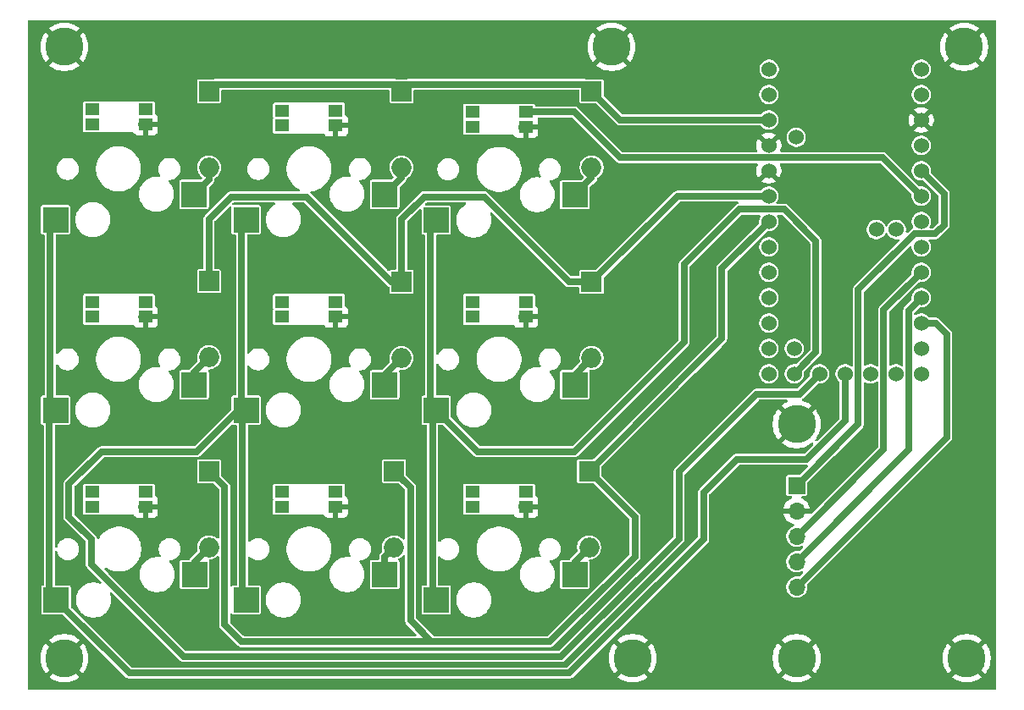
<source format=gbr>
G04 #@! TF.GenerationSoftware,KiCad,Pcbnew,9.0.0*
G04 #@! TF.CreationDate,2025-08-02T16:37:37+02:00*
G04 #@! TF.ProjectId,keyboard-mini,6b657962-6f61-4726-942d-6d696e692e6b,rev?*
G04 #@! TF.SameCoordinates,Original*
G04 #@! TF.FileFunction,Copper,L2,Bot*
G04 #@! TF.FilePolarity,Positive*
%FSLAX46Y46*%
G04 Gerber Fmt 4.6, Leading zero omitted, Abs format (unit mm)*
G04 Created by KiCad (PCBNEW 9.0.0) date 2025-08-02 16:37:37*
%MOMM*%
%LPD*%
G01*
G04 APERTURE LIST*
G04 #@! TA.AperFunction,ComponentPad*
%ADD10R,2.000000X2.000000*%
G04 #@! TD*
G04 #@! TA.AperFunction,ComponentPad*
%ADD11O,2.000000X2.000000*%
G04 #@! TD*
G04 #@! TA.AperFunction,SMDPad,CuDef*
%ADD12R,1.450000X1.200000*%
G04 #@! TD*
G04 #@! TA.AperFunction,SMDPad,CuDef*
%ADD13R,2.550000X2.500000*%
G04 #@! TD*
G04 #@! TA.AperFunction,ComponentPad*
%ADD14C,3.800000*%
G04 #@! TD*
G04 #@! TA.AperFunction,ComponentPad*
%ADD15R,1.700000X1.700000*%
G04 #@! TD*
G04 #@! TA.AperFunction,ComponentPad*
%ADD16O,1.700000X1.700000*%
G04 #@! TD*
G04 #@! TA.AperFunction,ComponentPad*
%ADD17C,1.524000*%
G04 #@! TD*
G04 #@! TA.AperFunction,Conductor*
%ADD18C,0.700000*%
G04 #@! TD*
G04 APERTURE END LIST*
D10*
X237250000Y-175190000D03*
D11*
X237250000Y-182810000D03*
D10*
X217750000Y-175190000D03*
D11*
X217750000Y-182810000D03*
D10*
X199250000Y-175190000D03*
D11*
X199250000Y-182810000D03*
D10*
X237500000Y-156250000D03*
D11*
X237500000Y-163870000D03*
D10*
X218500000Y-156250000D03*
D11*
X218500000Y-163870000D03*
D10*
X199250000Y-156190000D03*
D11*
X199250000Y-163810000D03*
D10*
X237500000Y-137190000D03*
D11*
X237500000Y-144810000D03*
D10*
X218500000Y-137190000D03*
D11*
X218500000Y-144810000D03*
D10*
X199250000Y-137190000D03*
D11*
X199250000Y-144810000D03*
D12*
X225575000Y-140750000D03*
X230925000Y-140750000D03*
X230925000Y-139250000D03*
X225575000Y-139250000D03*
D13*
X183910000Y-150030000D03*
X197760000Y-147490000D03*
X202960000Y-150030000D03*
X216810000Y-147490000D03*
X183910000Y-169080000D03*
X197760000Y-166540000D03*
X202960000Y-169080000D03*
X216810000Y-166540000D03*
D14*
X258000000Y-193900000D03*
D12*
X206575000Y-140618750D03*
X211925000Y-140618750D03*
X211925000Y-139118750D03*
X206575000Y-139118750D03*
X206575000Y-159750000D03*
X211925000Y-159750000D03*
X211925000Y-158250000D03*
X206575000Y-158250000D03*
D15*
X258000000Y-176630000D03*
D16*
X258000000Y-179170000D03*
X258000000Y-181710000D03*
X258000000Y-184250000D03*
X258000000Y-186790000D03*
D13*
X221960000Y-150080000D03*
X235810000Y-147540000D03*
X183960000Y-188080000D03*
X197810000Y-185540000D03*
D14*
X241600000Y-193900000D03*
D12*
X187575000Y-178750000D03*
X192925000Y-178750000D03*
X192925000Y-177250000D03*
X187575000Y-177250000D03*
D17*
X255210000Y-137525000D03*
X255210000Y-140065000D03*
X255210000Y-147685000D03*
X255210000Y-150225000D03*
X270450000Y-145145000D03*
X255210000Y-152765000D03*
X255210000Y-155305000D03*
X270450000Y-137525000D03*
X255210000Y-157845000D03*
X255210000Y-160385000D03*
X255210000Y-162925000D03*
X255210000Y-165465000D03*
X255260000Y-134985000D03*
X270450000Y-134985000D03*
X257750000Y-165465000D03*
X260290000Y-165465000D03*
X262830000Y-165465000D03*
X265370000Y-165465000D03*
X267910000Y-165465000D03*
X265970000Y-151025000D03*
X270450000Y-160385000D03*
X270450000Y-165465000D03*
X270450000Y-157845000D03*
X270450000Y-162925000D03*
X267960000Y-151025000D03*
X257750000Y-162925000D03*
X270450000Y-155305000D03*
X270450000Y-152765000D03*
X270450000Y-150225000D03*
X270450000Y-147685000D03*
X257960000Y-141795000D03*
X255210000Y-142605000D03*
X255210000Y-145145000D03*
X270450000Y-140065000D03*
X270450000Y-142605000D03*
D12*
X225575000Y-159750000D03*
X230925000Y-159750000D03*
X230925000Y-158250000D03*
X225575000Y-158250000D03*
X187575000Y-140500000D03*
X192925000Y-140500000D03*
X192925000Y-139000000D03*
X187575000Y-139000000D03*
D13*
X202960000Y-188080000D03*
X216810000Y-185540000D03*
D12*
X225575000Y-178750000D03*
X230925000Y-178750000D03*
X230925000Y-177250000D03*
X225575000Y-177250000D03*
X206575000Y-178750000D03*
X211925000Y-178750000D03*
X211925000Y-177250000D03*
X206575000Y-177250000D03*
D14*
X184800000Y-193900000D03*
D12*
X187575000Y-159750000D03*
X192925000Y-159750000D03*
X192925000Y-158250000D03*
X187575000Y-158250000D03*
D14*
X275000000Y-193900000D03*
X258000000Y-170500000D03*
X274750000Y-132750000D03*
X184800000Y-132750000D03*
D13*
X221960000Y-188080000D03*
X235810000Y-185540000D03*
D14*
X239500000Y-132750000D03*
D13*
X221960000Y-169080000D03*
X235810000Y-166540000D03*
D18*
X183400000Y-168570000D02*
X183910000Y-169080000D01*
X183400000Y-150540000D02*
X183400000Y-168570000D01*
X183910000Y-150030000D02*
X183400000Y-150540000D01*
X183300000Y-187420000D02*
X183960000Y-188080000D01*
X183910000Y-169080000D02*
X183300000Y-169690000D01*
X183300000Y-169690000D02*
X183300000Y-187420000D01*
X259900000Y-163315000D02*
X257750000Y-165465000D01*
X256762000Y-149012000D02*
X259900000Y-152150000D01*
X252238000Y-149012000D02*
X256762000Y-149012000D01*
X246750000Y-162250000D02*
X246750000Y-154500000D01*
X246750000Y-154500000D02*
X252238000Y-149012000D01*
X226130000Y-173250000D02*
X235750000Y-173250000D01*
X235750000Y-173250000D02*
X246750000Y-162250000D01*
X259900000Y-152150000D02*
X259900000Y-163315000D01*
X221960000Y-169080000D02*
X226130000Y-173250000D01*
X272750000Y-150550000D02*
X272750000Y-147445000D01*
X271862000Y-151438000D02*
X272750000Y-150550000D01*
X269762000Y-151438000D02*
X271862000Y-151438000D01*
X264157000Y-157043000D02*
X269762000Y-151438000D01*
X272750000Y-147445000D02*
X270450000Y-145145000D01*
X264157000Y-170473000D02*
X264157000Y-157043000D01*
X258000000Y-176630000D02*
X264157000Y-170473000D01*
X269200000Y-173050000D02*
X258000000Y-184250000D01*
X269200000Y-159095000D02*
X269200000Y-173050000D01*
X270450000Y-157845000D02*
X269200000Y-159095000D01*
X199250000Y-149950000D02*
X199250000Y-156190000D01*
X201450000Y-147750000D02*
X199250000Y-149950000D01*
X217500000Y-156250000D02*
X209000000Y-147750000D01*
X209000000Y-147750000D02*
X201450000Y-147750000D01*
X218500000Y-156250000D02*
X217500000Y-156250000D01*
X202500000Y-168620000D02*
X202960000Y-169080000D01*
X202500000Y-150490000D02*
X202500000Y-168620000D01*
X202960000Y-150030000D02*
X202500000Y-150490000D01*
X200800000Y-190550000D02*
X200800000Y-176740000D01*
X202500000Y-192250000D02*
X200800000Y-190550000D01*
X200800000Y-176740000D02*
X199250000Y-175190000D01*
X222703000Y-192250000D02*
X202500000Y-192250000D01*
X221600000Y-187720000D02*
X221960000Y-188080000D01*
X221600000Y-169440000D02*
X221600000Y-187720000D01*
X221960000Y-169080000D02*
X221600000Y-169440000D01*
X219400000Y-176840000D02*
X217750000Y-175190000D01*
X219400000Y-190150000D02*
X219400000Y-176840000D01*
X221500000Y-192250000D02*
X219400000Y-190150000D01*
X222703000Y-192250000D02*
X221500000Y-192250000D01*
X202600000Y-169440000D02*
X202600000Y-187720000D01*
X202600000Y-187720000D02*
X202960000Y-188080000D01*
X202960000Y-169080000D02*
X202600000Y-169440000D01*
X221400000Y-168520000D02*
X221960000Y-169080000D01*
X221400000Y-150640000D02*
X221400000Y-168520000D01*
X221960000Y-150080000D02*
X221400000Y-150640000D01*
X262830000Y-170170000D02*
X262830000Y-165465000D01*
X248700000Y-177300000D02*
X252000000Y-174000000D01*
X259000000Y-174000000D02*
X262830000Y-170170000D01*
X248700000Y-182000000D02*
X248700000Y-177300000D01*
X252000000Y-174000000D02*
X259000000Y-174000000D01*
X191280000Y-195400000D02*
X235300000Y-195400000D01*
X235300000Y-195400000D02*
X248700000Y-182000000D01*
X183960000Y-188080000D02*
X191280000Y-195400000D01*
X202170000Y-169080000D02*
X202960000Y-169080000D01*
X198000000Y-173250000D02*
X202170000Y-169080000D01*
X188500000Y-173250000D02*
X198000000Y-173250000D01*
X185250000Y-179750000D02*
X185250000Y-176500000D01*
X187500000Y-182000000D02*
X185250000Y-179750000D01*
X187500000Y-184500000D02*
X187500000Y-182000000D01*
X196750000Y-193750000D02*
X187500000Y-184500000D01*
X234450000Y-193750000D02*
X196750000Y-193750000D01*
X246250000Y-181950000D02*
X234450000Y-193750000D01*
X254000000Y-167500000D02*
X246250000Y-175250000D01*
X258255000Y-167500000D02*
X254000000Y-167500000D01*
X185250000Y-176500000D02*
X188500000Y-173250000D01*
X246250000Y-175250000D02*
X246250000Y-181950000D01*
X260290000Y-165465000D02*
X258255000Y-167500000D01*
X233350000Y-192250000D02*
X222703000Y-192250000D01*
X241851000Y-179791000D02*
X241851000Y-183749000D01*
X241851000Y-183749000D02*
X233350000Y-192250000D01*
X237250000Y-175190000D02*
X241851000Y-179791000D01*
X199940000Y-136500000D02*
X199250000Y-137190000D01*
X236810000Y-136500000D02*
X219190000Y-136500000D01*
X218500000Y-137190000D02*
X217810000Y-136500000D01*
X255210000Y-140065000D02*
X240375000Y-140065000D01*
X219190000Y-136500000D02*
X218500000Y-137190000D01*
X217810000Y-136500000D02*
X199940000Y-136500000D01*
X240375000Y-140065000D02*
X237500000Y-137190000D01*
X246065000Y-147685000D02*
X237500000Y-156250000D01*
X255210000Y-147685000D02*
X246065000Y-147685000D01*
X197760000Y-166540000D02*
X197760000Y-165300000D01*
X197760000Y-165300000D02*
X199250000Y-163810000D01*
X216810000Y-165560000D02*
X218500000Y-163870000D01*
X216810000Y-166540000D02*
X216810000Y-165560000D01*
X211925000Y-139118750D02*
X212240000Y-139118750D01*
X192925000Y-139000000D02*
X193240000Y-139000000D01*
X235750000Y-139250000D02*
X240318000Y-143818000D01*
X266583000Y-143818000D02*
X270450000Y-147685000D01*
X230925000Y-139250000D02*
X235750000Y-139250000D01*
X273000000Y-171790000D02*
X273000000Y-161500000D01*
X271885000Y-160385000D02*
X270450000Y-160385000D01*
X258000000Y-186790000D02*
X273000000Y-171790000D01*
X273000000Y-161500000D02*
X271885000Y-160385000D01*
X270450000Y-155305000D02*
X266697000Y-159058000D01*
X266697000Y-173013000D02*
X258000000Y-181710000D01*
X266697000Y-159058000D02*
X266697000Y-173013000D01*
X199250000Y-146000000D02*
X197760000Y-147490000D01*
X199250000Y-144810000D02*
X199250000Y-146000000D01*
X218500000Y-145800000D02*
X216810000Y-147490000D01*
X218500000Y-144810000D02*
X218500000Y-145800000D01*
X237500000Y-144810000D02*
X237500000Y-145850000D01*
X237500000Y-145850000D02*
X235810000Y-147540000D01*
X235810000Y-166540000D02*
X235810000Y-165560000D01*
X235810000Y-165560000D02*
X237500000Y-163870000D01*
X197810000Y-185540000D02*
X197810000Y-184250000D01*
X197810000Y-184250000D02*
X199250000Y-182810000D01*
X250500000Y-161940000D02*
X237250000Y-175190000D01*
X250500000Y-154935000D02*
X250500000Y-161940000D01*
X255210000Y-150225000D02*
X250500000Y-154935000D01*
X216810000Y-183750000D02*
X217750000Y-182810000D01*
X216810000Y-185540000D02*
X216810000Y-183750000D01*
X235810000Y-185540000D02*
X235810000Y-184250000D01*
X235810000Y-184250000D02*
X237250000Y-182810000D01*
X240318000Y-143818000D02*
X266583000Y-143818000D01*
X218500000Y-150000000D02*
X218500000Y-156250000D01*
X226750000Y-147750000D02*
X220750000Y-147750000D01*
X220750000Y-147750000D02*
X218500000Y-150000000D01*
X237500000Y-156250000D02*
X235250000Y-156250000D01*
X235250000Y-156250000D02*
X226750000Y-147750000D01*
G04 #@! TA.AperFunction,Conductor*
G36*
X205808847Y-148320185D02*
G01*
X205854602Y-148372989D01*
X205864546Y-148442147D01*
X205835521Y-148505703D01*
X205803808Y-148531887D01*
X205735382Y-148571392D01*
X205553338Y-148711081D01*
X205391081Y-148873338D01*
X205251392Y-149055382D01*
X205136657Y-149254109D01*
X205136650Y-149254123D01*
X205048842Y-149466112D01*
X205035445Y-149516112D01*
X204996360Y-149661983D01*
X204989453Y-149687759D01*
X204989451Y-149687770D01*
X204959500Y-149915258D01*
X204959500Y-150144741D01*
X204982835Y-150321975D01*
X204989452Y-150372238D01*
X205002850Y-150422240D01*
X205048842Y-150593887D01*
X205136650Y-150805876D01*
X205136657Y-150805890D01*
X205181389Y-150883368D01*
X205208428Y-150930202D01*
X205251392Y-151004617D01*
X205391081Y-151186661D01*
X205391089Y-151186670D01*
X205553330Y-151348911D01*
X205553338Y-151348918D01*
X205553339Y-151348919D01*
X205554422Y-151349750D01*
X205735382Y-151488607D01*
X205735385Y-151488608D01*
X205735388Y-151488611D01*
X205934112Y-151603344D01*
X205934117Y-151603346D01*
X205934123Y-151603349D01*
X206019126Y-151638558D01*
X206146113Y-151691158D01*
X206367762Y-151750548D01*
X206595266Y-151780500D01*
X206595273Y-151780500D01*
X206824727Y-151780500D01*
X206824734Y-151780500D01*
X207052238Y-151750548D01*
X207273887Y-151691158D01*
X207485888Y-151603344D01*
X207684612Y-151488611D01*
X207866661Y-151348919D01*
X207866665Y-151348914D01*
X207866670Y-151348911D01*
X208028911Y-151186670D01*
X208028914Y-151186665D01*
X208028919Y-151186661D01*
X208168611Y-151004612D01*
X208283344Y-150805888D01*
X208371158Y-150593887D01*
X208430548Y-150372238D01*
X208460500Y-150144734D01*
X208460500Y-149915266D01*
X208430548Y-149687762D01*
X208371158Y-149466113D01*
X208315349Y-149331379D01*
X208283349Y-149254123D01*
X208283346Y-149254117D01*
X208283344Y-149254112D01*
X208168611Y-149055388D01*
X208168608Y-149055385D01*
X208168607Y-149055382D01*
X208028918Y-148873338D01*
X208028911Y-148873330D01*
X207866670Y-148711089D01*
X207866661Y-148711081D01*
X207684617Y-148571392D01*
X207677337Y-148567189D01*
X207616191Y-148531886D01*
X207567976Y-148481320D01*
X207554754Y-148412713D01*
X207580722Y-148347848D01*
X207637636Y-148307320D01*
X207678192Y-148300500D01*
X208720613Y-148300500D01*
X208787652Y-148320185D01*
X208808294Y-148336819D01*
X217161985Y-156690510D01*
X217237500Y-156734108D01*
X217285715Y-156784674D01*
X217299500Y-156841495D01*
X217299500Y-157269752D01*
X217311131Y-157328229D01*
X217311132Y-157328230D01*
X217355447Y-157394552D01*
X217421769Y-157438867D01*
X217421770Y-157438868D01*
X217480247Y-157450499D01*
X217480250Y-157450500D01*
X217480252Y-157450500D01*
X219519750Y-157450500D01*
X219519751Y-157450499D01*
X219534568Y-157447552D01*
X219578229Y-157438868D01*
X219578229Y-157438867D01*
X219578231Y-157438867D01*
X219644552Y-157394552D01*
X219688867Y-157328231D01*
X219688867Y-157328229D01*
X219688868Y-157328229D01*
X219700499Y-157269752D01*
X219700500Y-157269750D01*
X219700500Y-155230249D01*
X219700499Y-155230247D01*
X219688868Y-155171770D01*
X219688867Y-155171769D01*
X219644552Y-155105447D01*
X219578230Y-155061132D01*
X219578229Y-155061131D01*
X219519752Y-155049500D01*
X219519748Y-155049500D01*
X219174500Y-155049500D01*
X219107461Y-155029815D01*
X219061706Y-154977011D01*
X219050500Y-154925500D01*
X219050500Y-150279385D01*
X219070185Y-150212346D01*
X219086814Y-150191709D01*
X220272819Y-149005703D01*
X220334142Y-148972219D01*
X220403834Y-148977203D01*
X220459767Y-149019075D01*
X220484184Y-149084539D01*
X220484500Y-149093385D01*
X220484500Y-151349752D01*
X220496131Y-151408229D01*
X220496132Y-151408230D01*
X220540447Y-151474552D01*
X220606769Y-151518867D01*
X220606770Y-151518868D01*
X220665247Y-151530499D01*
X220665250Y-151530500D01*
X220665252Y-151530500D01*
X220725500Y-151530500D01*
X220792539Y-151550185D01*
X220838294Y-151602989D01*
X220849500Y-151654500D01*
X220849500Y-167505500D01*
X220829815Y-167572539D01*
X220777011Y-167618294D01*
X220725500Y-167629500D01*
X220665247Y-167629500D01*
X220606770Y-167641131D01*
X220606769Y-167641132D01*
X220540447Y-167685447D01*
X220496132Y-167751769D01*
X220496131Y-167751770D01*
X220484500Y-167810247D01*
X220484500Y-170349752D01*
X220496131Y-170408229D01*
X220496132Y-170408230D01*
X220540447Y-170474552D01*
X220606769Y-170518867D01*
X220606770Y-170518868D01*
X220665247Y-170530499D01*
X220665250Y-170530500D01*
X220665252Y-170530500D01*
X220925500Y-170530500D01*
X220992539Y-170550185D01*
X221038294Y-170602989D01*
X221049500Y-170654500D01*
X221049500Y-186505500D01*
X221029815Y-186572539D01*
X220977011Y-186618294D01*
X220925500Y-186629500D01*
X220665247Y-186629500D01*
X220606770Y-186641131D01*
X220606769Y-186641132D01*
X220540447Y-186685447D01*
X220496132Y-186751769D01*
X220496131Y-186751770D01*
X220484500Y-186810247D01*
X220484500Y-189349752D01*
X220496131Y-189408229D01*
X220496132Y-189408230D01*
X220540447Y-189474552D01*
X220606769Y-189518867D01*
X220606770Y-189518868D01*
X220665247Y-189530499D01*
X220665250Y-189530500D01*
X220665252Y-189530500D01*
X223254750Y-189530500D01*
X223254751Y-189530499D01*
X223269568Y-189527552D01*
X223313229Y-189518868D01*
X223313229Y-189518867D01*
X223313231Y-189518867D01*
X223379552Y-189474552D01*
X223423867Y-189408231D01*
X223423867Y-189408229D01*
X223423868Y-189408229D01*
X223435499Y-189349752D01*
X223435500Y-189349750D01*
X223435500Y-187965258D01*
X223959500Y-187965258D01*
X223959500Y-188194741D01*
X223984446Y-188384215D01*
X223989452Y-188422238D01*
X223989453Y-188422240D01*
X224048842Y-188643887D01*
X224136650Y-188855876D01*
X224136657Y-188855890D01*
X224251392Y-189054617D01*
X224391081Y-189236661D01*
X224391089Y-189236670D01*
X224553330Y-189398911D01*
X224553338Y-189398918D01*
X224735382Y-189538607D01*
X224735385Y-189538608D01*
X224735388Y-189538611D01*
X224934112Y-189653344D01*
X224934117Y-189653346D01*
X224934123Y-189653349D01*
X225025480Y-189691190D01*
X225146113Y-189741158D01*
X225367762Y-189800548D01*
X225595266Y-189830500D01*
X225595273Y-189830500D01*
X225824727Y-189830500D01*
X225824734Y-189830500D01*
X226052238Y-189800548D01*
X226273887Y-189741158D01*
X226485888Y-189653344D01*
X226684612Y-189538611D01*
X226866661Y-189398919D01*
X226866665Y-189398914D01*
X226866670Y-189398911D01*
X227028911Y-189236670D01*
X227028914Y-189236665D01*
X227028919Y-189236661D01*
X227168611Y-189054612D01*
X227283344Y-188855888D01*
X227371158Y-188643887D01*
X227430548Y-188422238D01*
X227460500Y-188194734D01*
X227460500Y-187965266D01*
X227430548Y-187737762D01*
X227371158Y-187516113D01*
X227295958Y-187334565D01*
X227283349Y-187304123D01*
X227283346Y-187304117D01*
X227283344Y-187304112D01*
X227168611Y-187105388D01*
X227168608Y-187105385D01*
X227168607Y-187105382D01*
X227028918Y-186923338D01*
X227028911Y-186923330D01*
X226866670Y-186761089D01*
X226866661Y-186761081D01*
X226684617Y-186621392D01*
X226666598Y-186610989D01*
X226485888Y-186506656D01*
X226485876Y-186506650D01*
X226273887Y-186418842D01*
X226052238Y-186359452D01*
X226014215Y-186354446D01*
X225824741Y-186329500D01*
X225824734Y-186329500D01*
X225595266Y-186329500D01*
X225595258Y-186329500D01*
X225378715Y-186358009D01*
X225367762Y-186359452D01*
X225335263Y-186368160D01*
X225146112Y-186418842D01*
X224934123Y-186506650D01*
X224934109Y-186506657D01*
X224735382Y-186621392D01*
X224553338Y-186761081D01*
X224391081Y-186923338D01*
X224251392Y-187105382D01*
X224136657Y-187304109D01*
X224136650Y-187304123D01*
X224048842Y-187516112D01*
X223989453Y-187737759D01*
X223989451Y-187737770D01*
X223959500Y-187965258D01*
X223435500Y-187965258D01*
X223435500Y-186810249D01*
X223435499Y-186810247D01*
X223423868Y-186751770D01*
X223423867Y-186751769D01*
X223379552Y-186685447D01*
X223313230Y-186641132D01*
X223313229Y-186641131D01*
X223254752Y-186629500D01*
X223254748Y-186629500D01*
X222274500Y-186629500D01*
X222207461Y-186609815D01*
X222161706Y-186557011D01*
X222150500Y-186505500D01*
X222150500Y-185425258D01*
X230309500Y-185425258D01*
X230309500Y-185654741D01*
X230334446Y-185844215D01*
X230339452Y-185882238D01*
X230364046Y-185974024D01*
X230398842Y-186103887D01*
X230486650Y-186315876D01*
X230486657Y-186315890D01*
X230601392Y-186514617D01*
X230741081Y-186696661D01*
X230741089Y-186696670D01*
X230903330Y-186858911D01*
X230903338Y-186858918D01*
X231085382Y-186998607D01*
X231085385Y-186998608D01*
X231085388Y-186998611D01*
X231284112Y-187113344D01*
X231284117Y-187113346D01*
X231284123Y-187113349D01*
X231375480Y-187151190D01*
X231496113Y-187201158D01*
X231717762Y-187260548D01*
X231945266Y-187290500D01*
X231945273Y-187290500D01*
X232174727Y-187290500D01*
X232174734Y-187290500D01*
X232402238Y-187260548D01*
X232623887Y-187201158D01*
X232835888Y-187113344D01*
X233034612Y-186998611D01*
X233216661Y-186858919D01*
X233216665Y-186858914D01*
X233216670Y-186858911D01*
X233378911Y-186696670D01*
X233378914Y-186696665D01*
X233378919Y-186696661D01*
X233518611Y-186514612D01*
X233633344Y-186315888D01*
X233721158Y-186103887D01*
X233780548Y-185882238D01*
X233810500Y-185654734D01*
X233810500Y-185425266D01*
X233780548Y-185197762D01*
X233721158Y-184976113D01*
X233633344Y-184764112D01*
X233518611Y-184565388D01*
X233518608Y-184565385D01*
X233518607Y-184565382D01*
X233378918Y-184383338D01*
X233378911Y-184383330D01*
X233308662Y-184313081D01*
X233285273Y-184270247D01*
X234334500Y-184270247D01*
X234334500Y-186809752D01*
X234346131Y-186868229D01*
X234346132Y-186868230D01*
X234390447Y-186934552D01*
X234456769Y-186978867D01*
X234456770Y-186978868D01*
X234515247Y-186990499D01*
X234515250Y-186990500D01*
X234515252Y-186990500D01*
X237104750Y-186990500D01*
X237104751Y-186990499D01*
X237119568Y-186987552D01*
X237163229Y-186978868D01*
X237163229Y-186978867D01*
X237163231Y-186978867D01*
X237229552Y-186934552D01*
X237273867Y-186868231D01*
X237273867Y-186868229D01*
X237273868Y-186868229D01*
X237285499Y-186809752D01*
X237285500Y-186809750D01*
X237285500Y-184270249D01*
X237285499Y-184270247D01*
X237273868Y-184211771D01*
X237273867Y-184211769D01*
X237266629Y-184200937D01*
X237245751Y-184134262D01*
X237264234Y-184066881D01*
X237316212Y-184020190D01*
X237350334Y-184009573D01*
X237443646Y-183994794D01*
X237531118Y-183980940D01*
X237710832Y-183922547D01*
X237879199Y-183836760D01*
X238032073Y-183725690D01*
X238165690Y-183592073D01*
X238276760Y-183439199D01*
X238362547Y-183270832D01*
X238420940Y-183091118D01*
X238421643Y-183086682D01*
X238450500Y-182904486D01*
X238450500Y-182715513D01*
X238420940Y-182528881D01*
X238386452Y-182422739D01*
X238362547Y-182349168D01*
X238362545Y-182349165D01*
X238362545Y-182349163D01*
X238312122Y-182250204D01*
X238276760Y-182180801D01*
X238165690Y-182027927D01*
X238032073Y-181894310D01*
X237879199Y-181783240D01*
X237830240Y-181758294D01*
X237710836Y-181697454D01*
X237531118Y-181639059D01*
X237344486Y-181609500D01*
X237344481Y-181609500D01*
X237155519Y-181609500D01*
X237155514Y-181609500D01*
X236968881Y-181639059D01*
X236789163Y-181697454D01*
X236620800Y-181783240D01*
X236533579Y-181846610D01*
X236467927Y-181894310D01*
X236467925Y-181894312D01*
X236467924Y-181894312D01*
X236334312Y-182027924D01*
X236334312Y-182027925D01*
X236334310Y-182027927D01*
X236301945Y-182072474D01*
X236223240Y-182180800D01*
X236137454Y-182349163D01*
X236079059Y-182528881D01*
X236049500Y-182715513D01*
X236049500Y-182904486D01*
X236079060Y-183091121D01*
X236079060Y-183091122D01*
X236082873Y-183102857D01*
X236084866Y-183172698D01*
X236052622Y-183228852D01*
X235369491Y-183911983D01*
X235369489Y-183911986D01*
X235365304Y-183919235D01*
X235306720Y-184020708D01*
X235302799Y-184027499D01*
X235252232Y-184075715D01*
X235195411Y-184089500D01*
X234515247Y-184089500D01*
X234456770Y-184101131D01*
X234456769Y-184101132D01*
X234390447Y-184145447D01*
X234346132Y-184211769D01*
X234346131Y-184211770D01*
X234334500Y-184270247D01*
X233285273Y-184270247D01*
X233275177Y-184251758D01*
X233280161Y-184182066D01*
X233322033Y-184126133D01*
X233387497Y-184101716D01*
X233396343Y-184101400D01*
X233416687Y-184101400D01*
X233507493Y-184087017D01*
X233587912Y-184074280D01*
X233752791Y-184020708D01*
X233907260Y-183942002D01*
X234047514Y-183840101D01*
X234170101Y-183717514D01*
X234272002Y-183577260D01*
X234350708Y-183422791D01*
X234404280Y-183257912D01*
X234421831Y-183147099D01*
X234431400Y-183086687D01*
X234431400Y-182913312D01*
X234415622Y-182813702D01*
X234404280Y-182742088D01*
X234350708Y-182577209D01*
X234350708Y-182577208D01*
X234272001Y-182422739D01*
X234240700Y-182379657D01*
X234170101Y-182282486D01*
X234047514Y-182159899D01*
X233907260Y-182057998D01*
X233862346Y-182035113D01*
X233752791Y-181979291D01*
X233752788Y-181979290D01*
X233587913Y-181925720D01*
X233416687Y-181898600D01*
X233416682Y-181898600D01*
X233243318Y-181898600D01*
X233243313Y-181898600D01*
X233072086Y-181925720D01*
X232907211Y-181979290D01*
X232907208Y-181979291D01*
X232752739Y-182057998D01*
X232672719Y-182116136D01*
X232612486Y-182159899D01*
X232612484Y-182159901D01*
X232612483Y-182159901D01*
X232489901Y-182282483D01*
X232489901Y-182282484D01*
X232489899Y-182282486D01*
X232461351Y-182321779D01*
X232387998Y-182422739D01*
X232309291Y-182577208D01*
X232309290Y-182577211D01*
X232255720Y-182742086D01*
X232228600Y-182913312D01*
X232228600Y-183086687D01*
X232255720Y-183257913D01*
X232309290Y-183422788D01*
X232309291Y-183422791D01*
X232359319Y-183520975D01*
X232387998Y-183577260D01*
X232394681Y-183586459D01*
X232411420Y-183609497D01*
X232434900Y-183675303D01*
X232419075Y-183743357D01*
X232368970Y-183792052D01*
X232300492Y-183805928D01*
X232294917Y-183805322D01*
X232174744Y-183789501D01*
X232174739Y-183789500D01*
X232174734Y-183789500D01*
X231945266Y-183789500D01*
X231945258Y-183789500D01*
X231728715Y-183818009D01*
X231717762Y-183819452D01*
X231653171Y-183836759D01*
X231496112Y-183878842D01*
X231284123Y-183966650D01*
X231284109Y-183966657D01*
X231085382Y-184081392D01*
X230903338Y-184221081D01*
X230741081Y-184383338D01*
X230601392Y-184565382D01*
X230486657Y-184764109D01*
X230486650Y-184764123D01*
X230398842Y-184976112D01*
X230339453Y-185197759D01*
X230339451Y-185197770D01*
X230309500Y-185425258D01*
X222150500Y-185425258D01*
X222150500Y-183837477D01*
X222170185Y-183770438D01*
X222222989Y-183724683D01*
X222292147Y-183714739D01*
X222355703Y-183743764D01*
X222362181Y-183749796D01*
X222452486Y-183840101D01*
X222592740Y-183942002D01*
X222641126Y-183966656D01*
X222747208Y-184020708D01*
X222747211Y-184020709D01*
X222798936Y-184037515D01*
X222912088Y-184074280D01*
X222991391Y-184086840D01*
X223083313Y-184101400D01*
X223083318Y-184101400D01*
X223256687Y-184101400D01*
X223347493Y-184087017D01*
X223427912Y-184074280D01*
X223592791Y-184020708D01*
X223747260Y-183942002D01*
X223887514Y-183840101D01*
X224010101Y-183717514D01*
X224112002Y-183577260D01*
X224190708Y-183422791D01*
X224244280Y-183257912D01*
X224261831Y-183147099D01*
X224271400Y-183086687D01*
X224271400Y-182913312D01*
X224264260Y-182868233D01*
X224261831Y-182852900D01*
X226005600Y-182852900D01*
X226005600Y-183147099D01*
X226005601Y-183147116D01*
X226040471Y-183411986D01*
X226044002Y-183438800D01*
X226113663Y-183698779D01*
X226120152Y-183722994D01*
X226232734Y-183994794D01*
X226232742Y-183994810D01*
X226379840Y-184249589D01*
X226379851Y-184249605D01*
X226558948Y-184483009D01*
X226558954Y-184483016D01*
X226766983Y-184691045D01*
X226766990Y-184691051D01*
X226904173Y-184796315D01*
X227000403Y-184870155D01*
X227000410Y-184870159D01*
X227255189Y-185017257D01*
X227255205Y-185017265D01*
X227527005Y-185129847D01*
X227527007Y-185129847D01*
X227527013Y-185129850D01*
X227811200Y-185205998D01*
X228102894Y-185244400D01*
X228102901Y-185244400D01*
X228397099Y-185244400D01*
X228397106Y-185244400D01*
X228688800Y-185205998D01*
X228972987Y-185129850D01*
X229046318Y-185099475D01*
X229244794Y-185017265D01*
X229244797Y-185017263D01*
X229244803Y-185017261D01*
X229499597Y-184870155D01*
X229733011Y-184691050D01*
X229941050Y-184483011D01*
X230120155Y-184249597D01*
X230267261Y-183994803D01*
X230278920Y-183966657D01*
X230371244Y-183743764D01*
X230379850Y-183722987D01*
X230455998Y-183438800D01*
X230494400Y-183147106D01*
X230494400Y-182852894D01*
X230455998Y-182561200D01*
X230379850Y-182277013D01*
X230371277Y-182256315D01*
X230267265Y-182005205D01*
X230267257Y-182005189D01*
X230120159Y-181750410D01*
X230120155Y-181750403D01*
X230052309Y-181661984D01*
X229941051Y-181516990D01*
X229941045Y-181516983D01*
X229733016Y-181308954D01*
X229733009Y-181308948D01*
X229499605Y-181129851D01*
X229499603Y-181129849D01*
X229499597Y-181129845D01*
X229499592Y-181129842D01*
X229499589Y-181129840D01*
X229244810Y-180982742D01*
X229244794Y-180982734D01*
X228972994Y-180870152D01*
X228688796Y-180794001D01*
X228397116Y-180755601D01*
X228397111Y-180755600D01*
X228397106Y-180755600D01*
X228102894Y-180755600D01*
X228102888Y-180755600D01*
X228102883Y-180755601D01*
X227811203Y-180794001D01*
X227527005Y-180870152D01*
X227255205Y-180982734D01*
X227255189Y-180982742D01*
X227000410Y-181129840D01*
X227000394Y-181129851D01*
X226766990Y-181308948D01*
X226766983Y-181308954D01*
X226558954Y-181516983D01*
X226558948Y-181516990D01*
X226379851Y-181750394D01*
X226379840Y-181750410D01*
X226232742Y-182005189D01*
X226232734Y-182005205D01*
X226120152Y-182277005D01*
X226044001Y-182561203D01*
X226005601Y-182852883D01*
X226005600Y-182852900D01*
X224261831Y-182852900D01*
X224247196Y-182760499D01*
X224244280Y-182742088D01*
X224190708Y-182577209D01*
X224190708Y-182577208D01*
X224112001Y-182422739D01*
X224080700Y-182379657D01*
X224010101Y-182282486D01*
X223887514Y-182159899D01*
X223747260Y-182057998D01*
X223702346Y-182035113D01*
X223592791Y-181979291D01*
X223592788Y-181979290D01*
X223427913Y-181925720D01*
X223256687Y-181898600D01*
X223256682Y-181898600D01*
X223083318Y-181898600D01*
X223083313Y-181898600D01*
X222912086Y-181925720D01*
X222747211Y-181979290D01*
X222747208Y-181979291D01*
X222592739Y-182057998D01*
X222512719Y-182116136D01*
X222452486Y-182159899D01*
X222452484Y-182159901D01*
X222452483Y-182159901D01*
X222362181Y-182250204D01*
X222300858Y-182283689D01*
X222231166Y-182278705D01*
X222175233Y-182236833D01*
X222150816Y-182171369D01*
X222150500Y-182162523D01*
X222150500Y-176630247D01*
X224649500Y-176630247D01*
X224649500Y-177869752D01*
X224661131Y-177928229D01*
X224661132Y-177928231D01*
X224663058Y-177931113D01*
X224665322Y-177938344D01*
X224665806Y-177939513D01*
X224665701Y-177939556D01*
X224683933Y-177997791D01*
X224665446Y-178065171D01*
X224663058Y-178068887D01*
X224661132Y-178071768D01*
X224661131Y-178071770D01*
X224649500Y-178130247D01*
X224649500Y-179369752D01*
X224661131Y-179428229D01*
X224661132Y-179428230D01*
X224705447Y-179494552D01*
X224771769Y-179538867D01*
X224771770Y-179538868D01*
X224830247Y-179550499D01*
X224830250Y-179550500D01*
X224830252Y-179550500D01*
X226319750Y-179550500D01*
X226319751Y-179550499D01*
X226339242Y-179546622D01*
X226378223Y-179538869D01*
X226378224Y-179538868D01*
X226378231Y-179538867D01*
X226378235Y-179538863D01*
X226378287Y-179538843D01*
X226378436Y-179538826D01*
X226390210Y-179536485D01*
X226390419Y-179537537D01*
X226447756Y-179531370D01*
X226464065Y-179535470D01*
X226474524Y-179538868D01*
X226510325Y-179550500D01*
X226510328Y-179550500D01*
X229663444Y-179550500D01*
X229730483Y-179570185D01*
X229762710Y-179600189D01*
X229842809Y-179707187D01*
X229842812Y-179707190D01*
X229957906Y-179793350D01*
X229957913Y-179793354D01*
X230092620Y-179843596D01*
X230092627Y-179843598D01*
X230152155Y-179849999D01*
X230152172Y-179850000D01*
X230675000Y-179850000D01*
X231175000Y-179850000D01*
X231697828Y-179850000D01*
X231697844Y-179849999D01*
X231757372Y-179843598D01*
X231757379Y-179843596D01*
X231892086Y-179793354D01*
X231892093Y-179793350D01*
X232007187Y-179707190D01*
X232007190Y-179707187D01*
X232093350Y-179592093D01*
X232093354Y-179592086D01*
X232143596Y-179457379D01*
X232143598Y-179457372D01*
X232149999Y-179397844D01*
X232150000Y-179397827D01*
X232150000Y-179000000D01*
X231175000Y-179000000D01*
X231175000Y-179850000D01*
X230675000Y-179850000D01*
X230675000Y-179000000D01*
X230324500Y-179000000D01*
X230257461Y-178980315D01*
X230211706Y-178927511D01*
X230200500Y-178876000D01*
X230200500Y-178624000D01*
X230220185Y-178556961D01*
X230272989Y-178511206D01*
X230324500Y-178500000D01*
X232150000Y-178500000D01*
X232150000Y-178102172D01*
X232149999Y-178102155D01*
X232143598Y-178042627D01*
X232143596Y-178042620D01*
X232093354Y-177907913D01*
X232093350Y-177907906D01*
X232007190Y-177792812D01*
X231900188Y-177712709D01*
X231858318Y-177656775D01*
X231850500Y-177613443D01*
X231850500Y-176630249D01*
X231850499Y-176630247D01*
X231838868Y-176571770D01*
X231838867Y-176571769D01*
X231794552Y-176505447D01*
X231728230Y-176461132D01*
X231728229Y-176461131D01*
X231669752Y-176449500D01*
X231669748Y-176449500D01*
X230180252Y-176449500D01*
X230180247Y-176449500D01*
X230121767Y-176461132D01*
X230121699Y-176461161D01*
X230121536Y-176461178D01*
X230109790Y-176463515D01*
X230109580Y-176462463D01*
X230052230Y-176468627D01*
X230035935Y-176464530D01*
X229989677Y-176449500D01*
X229989675Y-176449500D01*
X229970918Y-176449500D01*
X226566408Y-176449500D01*
X226550000Y-176449500D01*
X226510325Y-176449500D01*
X226510323Y-176449500D01*
X226510320Y-176449501D01*
X226464063Y-176464530D01*
X226394222Y-176466524D01*
X226378296Y-176461159D01*
X226378231Y-176461132D01*
X226319752Y-176449500D01*
X226319748Y-176449500D01*
X224830252Y-176449500D01*
X224830247Y-176449500D01*
X224771770Y-176461131D01*
X224771769Y-176461132D01*
X224705447Y-176505447D01*
X224661132Y-176571769D01*
X224661131Y-176571770D01*
X224649500Y-176630247D01*
X222150500Y-176630247D01*
X222150500Y-170654500D01*
X222170185Y-170587461D01*
X222222989Y-170541706D01*
X222274500Y-170530500D01*
X222580613Y-170530500D01*
X222647652Y-170550185D01*
X222668294Y-170566819D01*
X224244937Y-172143461D01*
X225791986Y-173690510D01*
X225917515Y-173762984D01*
X226057525Y-173800500D01*
X226057526Y-173800500D01*
X226057528Y-173800500D01*
X235822472Y-173800500D01*
X235822474Y-173800500D01*
X235822475Y-173800500D01*
X235962485Y-173762984D01*
X236088015Y-173690510D01*
X247190510Y-162588015D01*
X247262984Y-162462485D01*
X247270487Y-162434482D01*
X247300500Y-162322475D01*
X247300500Y-154779387D01*
X247320185Y-154712348D01*
X247336819Y-154691706D01*
X252429706Y-149598819D01*
X252491029Y-149565334D01*
X252517387Y-149562500D01*
X254263092Y-149562500D01*
X254330131Y-149582185D01*
X254375886Y-149634989D01*
X254385830Y-149704147D01*
X254366195Y-149755389D01*
X254357044Y-149769084D01*
X254357043Y-149769086D01*
X254284488Y-149944248D01*
X254284486Y-149944256D01*
X254247500Y-150130197D01*
X254247500Y-150319798D01*
X254249365Y-150329175D01*
X254243136Y-150398767D01*
X254215428Y-150441045D01*
X250059491Y-154596983D01*
X250059489Y-154596985D01*
X250015316Y-154673499D01*
X250015314Y-154673501D01*
X249987018Y-154722509D01*
X249987017Y-154722510D01*
X249972460Y-154776837D01*
X249949500Y-154862525D01*
X249949500Y-154862527D01*
X249949500Y-161660613D01*
X249929815Y-161727652D01*
X249913181Y-161748294D01*
X237708294Y-173953181D01*
X237646971Y-173986666D01*
X237620613Y-173989500D01*
X236230247Y-173989500D01*
X236171770Y-174001131D01*
X236171769Y-174001132D01*
X236105447Y-174045447D01*
X236061132Y-174111769D01*
X236061131Y-174111770D01*
X236049500Y-174170247D01*
X236049500Y-176209752D01*
X236061131Y-176268229D01*
X236061132Y-176268230D01*
X236105447Y-176334552D01*
X236171769Y-176378867D01*
X236171770Y-176378868D01*
X236230247Y-176390499D01*
X236230250Y-176390500D01*
X236230252Y-176390500D01*
X237620613Y-176390500D01*
X237687652Y-176410185D01*
X237708294Y-176426819D01*
X241264181Y-179982705D01*
X241297666Y-180044028D01*
X241300500Y-180070386D01*
X241300500Y-183469613D01*
X241280815Y-183536652D01*
X241264181Y-183557294D01*
X233158294Y-191663181D01*
X233096971Y-191696666D01*
X233070613Y-191699500D01*
X221779387Y-191699500D01*
X221712348Y-191679815D01*
X221691706Y-191663181D01*
X219986819Y-189958294D01*
X219953334Y-189896971D01*
X219950500Y-189870613D01*
X219950500Y-176767527D01*
X219950500Y-176767525D01*
X219912984Y-176627515D01*
X219840510Y-176501985D01*
X218986819Y-175648294D01*
X218953334Y-175586971D01*
X218950500Y-175560613D01*
X218950500Y-174170249D01*
X218950499Y-174170247D01*
X218938868Y-174111770D01*
X218938867Y-174111769D01*
X218894552Y-174045447D01*
X218828230Y-174001132D01*
X218828229Y-174001131D01*
X218769752Y-173989500D01*
X218769748Y-173989500D01*
X216730252Y-173989500D01*
X216730247Y-173989500D01*
X216671770Y-174001131D01*
X216671769Y-174001132D01*
X216605447Y-174045447D01*
X216561132Y-174111769D01*
X216561131Y-174111770D01*
X216549500Y-174170247D01*
X216549500Y-176209752D01*
X216561131Y-176268229D01*
X216561132Y-176268230D01*
X216605447Y-176334552D01*
X216671769Y-176378867D01*
X216671770Y-176378868D01*
X216730247Y-176390499D01*
X216730250Y-176390500D01*
X216730252Y-176390500D01*
X218120613Y-176390500D01*
X218187652Y-176410185D01*
X218208294Y-176426819D01*
X218813181Y-177031706D01*
X218846666Y-177093029D01*
X218849500Y-177119387D01*
X218849500Y-181912375D01*
X218829815Y-181979414D01*
X218777011Y-182025169D01*
X218707853Y-182035113D01*
X218644297Y-182006088D01*
X218637819Y-182000056D01*
X218532075Y-181894312D01*
X218532073Y-181894310D01*
X218379199Y-181783240D01*
X218330240Y-181758294D01*
X218210836Y-181697454D01*
X218031118Y-181639059D01*
X217844486Y-181609500D01*
X217844481Y-181609500D01*
X217655519Y-181609500D01*
X217655514Y-181609500D01*
X217468881Y-181639059D01*
X217289163Y-181697454D01*
X217120800Y-181783240D01*
X217033579Y-181846610D01*
X216967927Y-181894310D01*
X216967925Y-181894312D01*
X216967924Y-181894312D01*
X216834312Y-182027924D01*
X216834312Y-182027925D01*
X216834310Y-182027927D01*
X216801945Y-182072474D01*
X216723240Y-182180800D01*
X216637454Y-182349163D01*
X216579059Y-182528881D01*
X216549500Y-182715513D01*
X216549500Y-182904486D01*
X216579060Y-183091119D01*
X216579060Y-183091122D01*
X216582872Y-183102852D01*
X216584867Y-183172693D01*
X216552623Y-183228851D01*
X216369489Y-183411986D01*
X216318965Y-183499499D01*
X216318963Y-183499501D01*
X216297018Y-183537509D01*
X216297017Y-183537510D01*
X216297016Y-183537515D01*
X216259500Y-183677525D01*
X216259500Y-183677527D01*
X216259500Y-183965500D01*
X216239815Y-184032539D01*
X216187011Y-184078294D01*
X216135500Y-184089500D01*
X215515247Y-184089500D01*
X215456770Y-184101131D01*
X215456769Y-184101132D01*
X215390447Y-184145447D01*
X215346132Y-184211769D01*
X215346131Y-184211770D01*
X215334500Y-184270247D01*
X215334500Y-186809752D01*
X215346131Y-186868229D01*
X215346132Y-186868230D01*
X215390447Y-186934552D01*
X215456769Y-186978867D01*
X215456770Y-186978868D01*
X215515247Y-186990499D01*
X215515250Y-186990500D01*
X215515252Y-186990500D01*
X218104750Y-186990500D01*
X218104751Y-186990499D01*
X218119568Y-186987552D01*
X218163229Y-186978868D01*
X218163229Y-186978867D01*
X218163231Y-186978867D01*
X218229552Y-186934552D01*
X218273867Y-186868231D01*
X218273867Y-186868229D01*
X218273868Y-186868229D01*
X218285499Y-186809752D01*
X218285500Y-186809750D01*
X218285500Y-184270249D01*
X218285499Y-184270247D01*
X218273868Y-184211770D01*
X218273867Y-184211769D01*
X218229551Y-184145446D01*
X218208094Y-184131109D01*
X218163290Y-184077497D01*
X218154583Y-184008172D01*
X218184738Y-183945144D01*
X218220692Y-183917523D01*
X218379197Y-183836761D01*
X218379196Y-183836761D01*
X218379199Y-183836760D01*
X218532073Y-183725690D01*
X218637819Y-183619944D01*
X218699142Y-183586459D01*
X218768834Y-183591443D01*
X218824767Y-183633315D01*
X218849184Y-183698779D01*
X218849500Y-183707625D01*
X218849500Y-190077526D01*
X218849500Y-190222474D01*
X218885893Y-190358294D01*
X218887016Y-190362485D01*
X218959489Y-190488013D01*
X218959491Y-190488016D01*
X219959294Y-191487819D01*
X219992779Y-191549142D01*
X219987795Y-191618834D01*
X219945923Y-191674767D01*
X219880459Y-191699184D01*
X219871613Y-191699500D01*
X202779387Y-191699500D01*
X202712348Y-191679815D01*
X202691706Y-191663181D01*
X201386819Y-190358294D01*
X201353334Y-190296971D01*
X201350500Y-190270613D01*
X201350500Y-189579620D01*
X201370185Y-189512581D01*
X201422989Y-189466826D01*
X201492147Y-189456882D01*
X201543392Y-189476519D01*
X201606768Y-189518867D01*
X201606770Y-189518868D01*
X201665247Y-189530499D01*
X201665250Y-189530500D01*
X201665252Y-189530500D01*
X204254750Y-189530500D01*
X204254751Y-189530499D01*
X204269568Y-189527552D01*
X204313229Y-189518868D01*
X204313229Y-189518867D01*
X204313231Y-189518867D01*
X204379552Y-189474552D01*
X204423867Y-189408231D01*
X204423867Y-189408229D01*
X204423868Y-189408229D01*
X204435499Y-189349752D01*
X204435500Y-189349750D01*
X204435500Y-187965258D01*
X204959500Y-187965258D01*
X204959500Y-188194741D01*
X204984446Y-188384215D01*
X204989452Y-188422238D01*
X204989453Y-188422240D01*
X205048842Y-188643887D01*
X205136650Y-188855876D01*
X205136657Y-188855890D01*
X205251392Y-189054617D01*
X205391081Y-189236661D01*
X205391089Y-189236670D01*
X205553330Y-189398911D01*
X205553338Y-189398918D01*
X205735382Y-189538607D01*
X205735385Y-189538608D01*
X205735388Y-189538611D01*
X205934112Y-189653344D01*
X205934117Y-189653346D01*
X205934123Y-189653349D01*
X206025480Y-189691190D01*
X206146113Y-189741158D01*
X206367762Y-189800548D01*
X206595266Y-189830500D01*
X206595273Y-189830500D01*
X206824727Y-189830500D01*
X206824734Y-189830500D01*
X207052238Y-189800548D01*
X207273887Y-189741158D01*
X207485888Y-189653344D01*
X207684612Y-189538611D01*
X207866661Y-189398919D01*
X207866665Y-189398914D01*
X207866670Y-189398911D01*
X208028911Y-189236670D01*
X208028914Y-189236665D01*
X208028919Y-189236661D01*
X208168611Y-189054612D01*
X208283344Y-188855888D01*
X208371158Y-188643887D01*
X208430548Y-188422238D01*
X208460500Y-188194734D01*
X208460500Y-187965266D01*
X208430548Y-187737762D01*
X208371158Y-187516113D01*
X208295958Y-187334565D01*
X208283349Y-187304123D01*
X208283346Y-187304117D01*
X208283344Y-187304112D01*
X208168611Y-187105388D01*
X208168608Y-187105385D01*
X208168607Y-187105382D01*
X208028918Y-186923338D01*
X208028911Y-186923330D01*
X207866670Y-186761089D01*
X207866661Y-186761081D01*
X207684617Y-186621392D01*
X207666598Y-186610989D01*
X207485888Y-186506656D01*
X207485876Y-186506650D01*
X207273887Y-186418842D01*
X207052238Y-186359452D01*
X207014215Y-186354446D01*
X206824741Y-186329500D01*
X206824734Y-186329500D01*
X206595266Y-186329500D01*
X206595258Y-186329500D01*
X206378715Y-186358009D01*
X206367762Y-186359452D01*
X206335263Y-186368160D01*
X206146112Y-186418842D01*
X205934123Y-186506650D01*
X205934109Y-186506657D01*
X205735382Y-186621392D01*
X205553338Y-186761081D01*
X205391081Y-186923338D01*
X205251392Y-187105382D01*
X205136657Y-187304109D01*
X205136650Y-187304123D01*
X205048842Y-187516112D01*
X204989453Y-187737759D01*
X204989451Y-187737770D01*
X204959500Y-187965258D01*
X204435500Y-187965258D01*
X204435500Y-186810249D01*
X204435499Y-186810247D01*
X204423868Y-186751770D01*
X204423867Y-186751769D01*
X204379552Y-186685447D01*
X204313230Y-186641132D01*
X204313229Y-186641131D01*
X204254752Y-186629500D01*
X204254748Y-186629500D01*
X203274500Y-186629500D01*
X203207461Y-186609815D01*
X203161706Y-186557011D01*
X203150500Y-186505500D01*
X203150500Y-185425258D01*
X211309500Y-185425258D01*
X211309500Y-185654741D01*
X211334446Y-185844215D01*
X211339452Y-185882238D01*
X211364046Y-185974024D01*
X211398842Y-186103887D01*
X211486650Y-186315876D01*
X211486657Y-186315890D01*
X211601392Y-186514617D01*
X211741081Y-186696661D01*
X211741089Y-186696670D01*
X211903330Y-186858911D01*
X211903338Y-186858918D01*
X212085382Y-186998607D01*
X212085385Y-186998608D01*
X212085388Y-186998611D01*
X212284112Y-187113344D01*
X212284117Y-187113346D01*
X212284123Y-187113349D01*
X212375480Y-187151190D01*
X212496113Y-187201158D01*
X212717762Y-187260548D01*
X212945266Y-187290500D01*
X212945273Y-187290500D01*
X213174727Y-187290500D01*
X213174734Y-187290500D01*
X213402238Y-187260548D01*
X213623887Y-187201158D01*
X213835888Y-187113344D01*
X214034612Y-186998611D01*
X214216661Y-186858919D01*
X214216665Y-186858914D01*
X214216670Y-186858911D01*
X214378911Y-186696670D01*
X214378914Y-186696665D01*
X214378919Y-186696661D01*
X214518611Y-186514612D01*
X214633344Y-186315888D01*
X214721158Y-186103887D01*
X214780548Y-185882238D01*
X214810500Y-185654734D01*
X214810500Y-185425266D01*
X214780548Y-185197762D01*
X214721158Y-184976113D01*
X214633344Y-184764112D01*
X214518611Y-184565388D01*
X214518608Y-184565385D01*
X214518607Y-184565382D01*
X214378918Y-184383338D01*
X214378911Y-184383330D01*
X214308662Y-184313081D01*
X214275177Y-184251758D01*
X214280161Y-184182066D01*
X214322033Y-184126133D01*
X214387497Y-184101716D01*
X214396343Y-184101400D01*
X214416687Y-184101400D01*
X214507493Y-184087017D01*
X214587912Y-184074280D01*
X214752791Y-184020708D01*
X214907260Y-183942002D01*
X215047514Y-183840101D01*
X215170101Y-183717514D01*
X215272002Y-183577260D01*
X215350708Y-183422791D01*
X215404280Y-183257912D01*
X215421831Y-183147099D01*
X215431400Y-183086687D01*
X215431400Y-182913312D01*
X215415622Y-182813702D01*
X215404280Y-182742088D01*
X215350708Y-182577209D01*
X215350708Y-182577208D01*
X215272001Y-182422739D01*
X215240700Y-182379657D01*
X215170101Y-182282486D01*
X215047514Y-182159899D01*
X214907260Y-182057998D01*
X214862346Y-182035113D01*
X214752791Y-181979291D01*
X214752788Y-181979290D01*
X214587913Y-181925720D01*
X214416687Y-181898600D01*
X214416682Y-181898600D01*
X214243318Y-181898600D01*
X214243313Y-181898600D01*
X214072086Y-181925720D01*
X213907211Y-181979290D01*
X213907208Y-181979291D01*
X213752739Y-182057998D01*
X213672719Y-182116136D01*
X213612486Y-182159899D01*
X213612484Y-182159901D01*
X213612483Y-182159901D01*
X213489901Y-182282483D01*
X213489901Y-182282484D01*
X213489899Y-182282486D01*
X213461351Y-182321779D01*
X213387998Y-182422739D01*
X213309291Y-182577208D01*
X213309290Y-182577211D01*
X213255720Y-182742086D01*
X213228600Y-182913312D01*
X213228600Y-183086687D01*
X213255720Y-183257913D01*
X213309290Y-183422788D01*
X213309291Y-183422791D01*
X213359319Y-183520975D01*
X213387998Y-183577260D01*
X213394681Y-183586459D01*
X213411420Y-183609497D01*
X213434900Y-183675303D01*
X213419075Y-183743357D01*
X213368970Y-183792052D01*
X213300492Y-183805928D01*
X213294917Y-183805322D01*
X213174744Y-183789501D01*
X213174739Y-183789500D01*
X213174734Y-183789500D01*
X212945266Y-183789500D01*
X212945258Y-183789500D01*
X212728715Y-183818009D01*
X212717762Y-183819452D01*
X212653171Y-183836759D01*
X212496112Y-183878842D01*
X212284123Y-183966650D01*
X212284109Y-183966657D01*
X212085382Y-184081392D01*
X211903338Y-184221081D01*
X211741081Y-184383338D01*
X211601392Y-184565382D01*
X211486657Y-184764109D01*
X211486650Y-184764123D01*
X211398842Y-184976112D01*
X211339453Y-185197759D01*
X211339451Y-185197770D01*
X211309500Y-185425258D01*
X203150500Y-185425258D01*
X203150500Y-183837477D01*
X203170185Y-183770438D01*
X203222989Y-183724683D01*
X203292147Y-183714739D01*
X203355703Y-183743764D01*
X203362181Y-183749796D01*
X203452486Y-183840101D01*
X203592740Y-183942002D01*
X203641126Y-183966656D01*
X203747208Y-184020708D01*
X203747211Y-184020709D01*
X203798936Y-184037515D01*
X203912088Y-184074280D01*
X203991391Y-184086840D01*
X204083313Y-184101400D01*
X204083318Y-184101400D01*
X204256687Y-184101400D01*
X204347493Y-184087017D01*
X204427912Y-184074280D01*
X204592791Y-184020708D01*
X204747260Y-183942002D01*
X204887514Y-183840101D01*
X205010101Y-183717514D01*
X205112002Y-183577260D01*
X205190708Y-183422791D01*
X205244280Y-183257912D01*
X205261831Y-183147099D01*
X205271400Y-183086687D01*
X205271400Y-182913312D01*
X205264260Y-182868233D01*
X205261831Y-182852900D01*
X207005600Y-182852900D01*
X207005600Y-183147099D01*
X207005601Y-183147116D01*
X207040471Y-183411986D01*
X207044002Y-183438800D01*
X207113663Y-183698779D01*
X207120152Y-183722994D01*
X207232734Y-183994794D01*
X207232742Y-183994810D01*
X207379840Y-184249589D01*
X207379851Y-184249605D01*
X207558948Y-184483009D01*
X207558954Y-184483016D01*
X207766983Y-184691045D01*
X207766990Y-184691051D01*
X207904173Y-184796315D01*
X208000403Y-184870155D01*
X208000410Y-184870159D01*
X208255189Y-185017257D01*
X208255205Y-185017265D01*
X208527005Y-185129847D01*
X208527007Y-185129847D01*
X208527013Y-185129850D01*
X208811200Y-185205998D01*
X209102894Y-185244400D01*
X209102901Y-185244400D01*
X209397099Y-185244400D01*
X209397106Y-185244400D01*
X209688800Y-185205998D01*
X209972987Y-185129850D01*
X210046318Y-185099475D01*
X210244794Y-185017265D01*
X210244797Y-185017263D01*
X210244803Y-185017261D01*
X210499597Y-184870155D01*
X210733011Y-184691050D01*
X210941050Y-184483011D01*
X211120155Y-184249597D01*
X211267261Y-183994803D01*
X211278920Y-183966657D01*
X211371244Y-183743764D01*
X211379850Y-183722987D01*
X211455998Y-183438800D01*
X211494400Y-183147106D01*
X211494400Y-182852894D01*
X211455998Y-182561200D01*
X211379850Y-182277013D01*
X211371277Y-182256315D01*
X211267265Y-182005205D01*
X211267257Y-182005189D01*
X211120159Y-181750410D01*
X211120155Y-181750403D01*
X211052309Y-181661984D01*
X210941051Y-181516990D01*
X210941045Y-181516983D01*
X210733016Y-181308954D01*
X210733009Y-181308948D01*
X210499605Y-181129851D01*
X210499603Y-181129849D01*
X210499597Y-181129845D01*
X210499592Y-181129842D01*
X210499589Y-181129840D01*
X210244810Y-180982742D01*
X210244794Y-180982734D01*
X209972994Y-180870152D01*
X209688796Y-180794001D01*
X209397116Y-180755601D01*
X209397111Y-180755600D01*
X209397106Y-180755600D01*
X209102894Y-180755600D01*
X209102888Y-180755600D01*
X209102883Y-180755601D01*
X208811203Y-180794001D01*
X208527005Y-180870152D01*
X208255205Y-180982734D01*
X208255189Y-180982742D01*
X208000410Y-181129840D01*
X208000394Y-181129851D01*
X207766990Y-181308948D01*
X207766983Y-181308954D01*
X207558954Y-181516983D01*
X207558948Y-181516990D01*
X207379851Y-181750394D01*
X207379840Y-181750410D01*
X207232742Y-182005189D01*
X207232734Y-182005205D01*
X207120152Y-182277005D01*
X207044001Y-182561203D01*
X207005601Y-182852883D01*
X207005600Y-182852900D01*
X205261831Y-182852900D01*
X205247196Y-182760499D01*
X205244280Y-182742088D01*
X205190708Y-182577209D01*
X205190708Y-182577208D01*
X205112001Y-182422739D01*
X205080700Y-182379657D01*
X205010101Y-182282486D01*
X204887514Y-182159899D01*
X204747260Y-182057998D01*
X204702346Y-182035113D01*
X204592791Y-181979291D01*
X204592788Y-181979290D01*
X204427913Y-181925720D01*
X204256687Y-181898600D01*
X204256682Y-181898600D01*
X204083318Y-181898600D01*
X204083313Y-181898600D01*
X203912086Y-181925720D01*
X203747211Y-181979290D01*
X203747208Y-181979291D01*
X203592739Y-182057998D01*
X203512719Y-182116136D01*
X203452486Y-182159899D01*
X203452484Y-182159901D01*
X203452483Y-182159901D01*
X203362181Y-182250204D01*
X203300858Y-182283689D01*
X203231166Y-182278705D01*
X203175233Y-182236833D01*
X203150816Y-182171369D01*
X203150500Y-182162523D01*
X203150500Y-176630247D01*
X205649500Y-176630247D01*
X205649500Y-177869752D01*
X205661131Y-177928229D01*
X205661132Y-177928231D01*
X205663058Y-177931113D01*
X205665322Y-177938344D01*
X205665806Y-177939513D01*
X205665701Y-177939556D01*
X205683933Y-177997791D01*
X205665446Y-178065171D01*
X205663058Y-178068887D01*
X205661132Y-178071768D01*
X205661131Y-178071770D01*
X205649500Y-178130247D01*
X205649500Y-179369752D01*
X205661131Y-179428229D01*
X205661132Y-179428230D01*
X205705447Y-179494552D01*
X205771769Y-179538867D01*
X205771770Y-179538868D01*
X205830247Y-179550499D01*
X205830250Y-179550500D01*
X205830252Y-179550500D01*
X207319750Y-179550500D01*
X207319751Y-179550499D01*
X207339242Y-179546622D01*
X207378223Y-179538869D01*
X207378224Y-179538868D01*
X207378231Y-179538867D01*
X207378235Y-179538863D01*
X207378287Y-179538843D01*
X207378436Y-179538826D01*
X207390210Y-179536485D01*
X207390419Y-179537537D01*
X207447756Y-179531370D01*
X207464065Y-179535470D01*
X207474524Y-179538868D01*
X207510325Y-179550500D01*
X207510328Y-179550500D01*
X210663444Y-179550500D01*
X210730483Y-179570185D01*
X210762710Y-179600189D01*
X210842809Y-179707187D01*
X210842812Y-179707190D01*
X210957906Y-179793350D01*
X210957913Y-179793354D01*
X211092620Y-179843596D01*
X211092627Y-179843598D01*
X211152155Y-179849999D01*
X211152172Y-179850000D01*
X211675000Y-179850000D01*
X212175000Y-179850000D01*
X212697828Y-179850000D01*
X212697844Y-179849999D01*
X212757372Y-179843598D01*
X212757379Y-179843596D01*
X212892086Y-179793354D01*
X212892093Y-179793350D01*
X213007187Y-179707190D01*
X213007190Y-179707187D01*
X213093350Y-179592093D01*
X213093354Y-179592086D01*
X213143596Y-179457379D01*
X213143598Y-179457372D01*
X213149999Y-179397844D01*
X213150000Y-179397827D01*
X213150000Y-179000000D01*
X212175000Y-179000000D01*
X212175000Y-179850000D01*
X211675000Y-179850000D01*
X211675000Y-179000000D01*
X211324500Y-179000000D01*
X211257461Y-178980315D01*
X211211706Y-178927511D01*
X211200500Y-178876000D01*
X211200500Y-178624000D01*
X211220185Y-178556961D01*
X211272989Y-178511206D01*
X211324500Y-178500000D01*
X213150000Y-178500000D01*
X213150000Y-178102172D01*
X213149999Y-178102155D01*
X213143598Y-178042627D01*
X213143596Y-178042620D01*
X213093354Y-177907913D01*
X213093350Y-177907906D01*
X213007190Y-177792812D01*
X212900188Y-177712709D01*
X212858318Y-177656775D01*
X212850500Y-177613443D01*
X212850500Y-176630249D01*
X212850499Y-176630247D01*
X212838868Y-176571770D01*
X212838867Y-176571769D01*
X212794552Y-176505447D01*
X212728230Y-176461132D01*
X212728229Y-176461131D01*
X212669752Y-176449500D01*
X212669748Y-176449500D01*
X211180252Y-176449500D01*
X211180247Y-176449500D01*
X211121767Y-176461132D01*
X211121699Y-176461161D01*
X211121536Y-176461178D01*
X211109790Y-176463515D01*
X211109580Y-176462463D01*
X211052230Y-176468627D01*
X211035935Y-176464530D01*
X210989677Y-176449500D01*
X210989675Y-176449500D01*
X210970918Y-176449500D01*
X207566408Y-176449500D01*
X207550000Y-176449500D01*
X207510325Y-176449500D01*
X207510323Y-176449500D01*
X207510320Y-176449501D01*
X207464063Y-176464530D01*
X207394222Y-176466524D01*
X207378296Y-176461159D01*
X207378231Y-176461132D01*
X207319752Y-176449500D01*
X207319748Y-176449500D01*
X205830252Y-176449500D01*
X205830247Y-176449500D01*
X205771770Y-176461131D01*
X205771769Y-176461132D01*
X205705447Y-176505447D01*
X205661132Y-176571769D01*
X205661131Y-176571770D01*
X205649500Y-176630247D01*
X203150500Y-176630247D01*
X203150500Y-170654500D01*
X203170185Y-170587461D01*
X203222989Y-170541706D01*
X203274500Y-170530500D01*
X204254750Y-170530500D01*
X204254751Y-170530499D01*
X204269568Y-170527552D01*
X204313229Y-170518868D01*
X204313229Y-170518867D01*
X204313231Y-170518867D01*
X204379552Y-170474552D01*
X204423867Y-170408231D01*
X204423867Y-170408229D01*
X204423868Y-170408229D01*
X204435499Y-170349752D01*
X204435500Y-170349750D01*
X204435500Y-168965258D01*
X204959500Y-168965258D01*
X204959500Y-169194741D01*
X204984446Y-169384215D01*
X204989452Y-169422238D01*
X205031752Y-169580104D01*
X205048842Y-169643887D01*
X205136650Y-169855876D01*
X205136657Y-169855890D01*
X205251392Y-170054617D01*
X205391081Y-170236661D01*
X205391089Y-170236670D01*
X205553330Y-170398911D01*
X205553338Y-170398918D01*
X205553339Y-170398919D01*
X205603962Y-170437764D01*
X205735382Y-170538607D01*
X205735385Y-170538608D01*
X205735388Y-170538611D01*
X205934112Y-170653344D01*
X205934117Y-170653346D01*
X205934123Y-170653349D01*
X205990684Y-170676777D01*
X206146113Y-170741158D01*
X206367762Y-170800548D01*
X206595266Y-170830500D01*
X206595273Y-170830500D01*
X206824727Y-170830500D01*
X206824734Y-170830500D01*
X207052238Y-170800548D01*
X207273887Y-170741158D01*
X207485888Y-170653344D01*
X207684612Y-170538611D01*
X207866661Y-170398919D01*
X207866665Y-170398914D01*
X207866670Y-170398911D01*
X208028911Y-170236670D01*
X208028914Y-170236665D01*
X208028919Y-170236661D01*
X208168611Y-170054612D01*
X208283344Y-169855888D01*
X208371158Y-169643887D01*
X208430548Y-169422238D01*
X208460500Y-169194734D01*
X208460500Y-168965266D01*
X208430548Y-168737762D01*
X208371158Y-168516113D01*
X208283344Y-168304112D01*
X208168611Y-168105388D01*
X208168608Y-168105385D01*
X208168607Y-168105382D01*
X208028918Y-167923338D01*
X208028911Y-167923330D01*
X207866670Y-167761089D01*
X207866661Y-167761081D01*
X207684617Y-167621392D01*
X207485890Y-167506657D01*
X207485876Y-167506650D01*
X207273887Y-167418842D01*
X207052238Y-167359452D01*
X207014215Y-167354446D01*
X206824741Y-167329500D01*
X206824734Y-167329500D01*
X206595266Y-167329500D01*
X206595258Y-167329500D01*
X206378715Y-167358009D01*
X206367762Y-167359452D01*
X206274076Y-167384554D01*
X206146112Y-167418842D01*
X205934123Y-167506650D01*
X205934109Y-167506657D01*
X205735382Y-167621392D01*
X205553338Y-167761081D01*
X205391081Y-167923338D01*
X205251392Y-168105382D01*
X205136657Y-168304109D01*
X205136650Y-168304123D01*
X205048842Y-168516112D01*
X204989453Y-168737759D01*
X204989451Y-168737770D01*
X204959500Y-168965258D01*
X204435500Y-168965258D01*
X204435500Y-167810249D01*
X204435499Y-167810247D01*
X204423868Y-167751770D01*
X204423867Y-167751769D01*
X204379552Y-167685447D01*
X204313230Y-167641132D01*
X204313229Y-167641131D01*
X204254752Y-167629500D01*
X204254748Y-167629500D01*
X203174500Y-167629500D01*
X203107461Y-167609815D01*
X203061706Y-167557011D01*
X203050500Y-167505500D01*
X203050500Y-166425258D01*
X211309500Y-166425258D01*
X211309500Y-166654741D01*
X211334446Y-166844215D01*
X211339452Y-166882238D01*
X211367527Y-166987015D01*
X211398842Y-167103887D01*
X211486650Y-167315876D01*
X211486657Y-167315890D01*
X211601392Y-167514617D01*
X211741081Y-167696661D01*
X211741089Y-167696670D01*
X211903330Y-167858911D01*
X211903338Y-167858918D01*
X212085382Y-167998607D01*
X212085385Y-167998608D01*
X212085388Y-167998611D01*
X212284112Y-168113344D01*
X212284117Y-168113346D01*
X212284123Y-168113349D01*
X212357581Y-168143776D01*
X212496113Y-168201158D01*
X212717762Y-168260548D01*
X212945266Y-168290500D01*
X212945273Y-168290500D01*
X213174727Y-168290500D01*
X213174734Y-168290500D01*
X213402238Y-168260548D01*
X213623887Y-168201158D01*
X213835888Y-168113344D01*
X214034612Y-167998611D01*
X214216661Y-167858919D01*
X214216665Y-167858914D01*
X214216670Y-167858911D01*
X214378911Y-167696670D01*
X214378914Y-167696665D01*
X214378919Y-167696661D01*
X214518611Y-167514612D01*
X214633344Y-167315888D01*
X214721158Y-167103887D01*
X214780548Y-166882238D01*
X214810500Y-166654734D01*
X214810500Y-166425266D01*
X214780548Y-166197762D01*
X214721158Y-165976113D01*
X214633344Y-165764112D01*
X214518611Y-165565388D01*
X214518608Y-165565385D01*
X214518607Y-165565382D01*
X214378918Y-165383338D01*
X214378911Y-165383330D01*
X214308662Y-165313081D01*
X214285273Y-165270247D01*
X215334500Y-165270247D01*
X215334500Y-167809752D01*
X215346131Y-167868229D01*
X215346132Y-167868230D01*
X215390447Y-167934552D01*
X215456769Y-167978867D01*
X215456770Y-167978868D01*
X215515247Y-167990499D01*
X215515250Y-167990500D01*
X215515252Y-167990500D01*
X218104750Y-167990500D01*
X218104751Y-167990499D01*
X218119568Y-167987552D01*
X218163229Y-167978868D01*
X218163229Y-167978867D01*
X218163231Y-167978867D01*
X218229552Y-167934552D01*
X218273867Y-167868231D01*
X218273867Y-167868229D01*
X218273868Y-167868229D01*
X218285499Y-167809752D01*
X218285500Y-167809750D01*
X218285500Y-165270249D01*
X218275184Y-165218389D01*
X218281411Y-165148797D01*
X218324274Y-165093620D01*
X218390163Y-165070375D01*
X218400647Y-165070506D01*
X218400647Y-165070500D01*
X218594486Y-165070500D01*
X218781118Y-165040940D01*
X218831742Y-165024491D01*
X218960832Y-164982547D01*
X219129199Y-164896760D01*
X219282073Y-164785690D01*
X219415690Y-164652073D01*
X219526760Y-164499199D01*
X219612547Y-164330832D01*
X219670940Y-164151118D01*
X219671577Y-164147099D01*
X219700500Y-163964486D01*
X219700500Y-163775513D01*
X219670940Y-163588881D01*
X219625715Y-163449696D01*
X219612547Y-163409168D01*
X219612545Y-163409165D01*
X219612545Y-163409163D01*
X219549490Y-163285412D01*
X219526760Y-163240801D01*
X219415690Y-163087927D01*
X219282073Y-162954310D01*
X219129199Y-162843240D01*
X218960836Y-162757454D01*
X218781118Y-162699059D01*
X218594486Y-162669500D01*
X218594481Y-162669500D01*
X218405519Y-162669500D01*
X218405514Y-162669500D01*
X218218881Y-162699059D01*
X218039163Y-162757454D01*
X217870800Y-162843240D01*
X217800507Y-162894312D01*
X217717927Y-162954310D01*
X217717925Y-162954312D01*
X217717924Y-162954312D01*
X217584312Y-163087924D01*
X217584312Y-163087925D01*
X217584310Y-163087927D01*
X217558615Y-163123293D01*
X217473240Y-163240800D01*
X217387454Y-163409163D01*
X217329059Y-163588881D01*
X217299500Y-163775513D01*
X217299500Y-163964486D01*
X217329060Y-164151119D01*
X217329060Y-164151122D01*
X217332872Y-164162852D01*
X217334867Y-164232693D01*
X217302622Y-164288851D01*
X216538294Y-165053181D01*
X216476971Y-165086666D01*
X216450613Y-165089500D01*
X215515247Y-165089500D01*
X215456770Y-165101131D01*
X215456769Y-165101132D01*
X215390447Y-165145447D01*
X215346132Y-165211769D01*
X215346131Y-165211770D01*
X215334500Y-165270247D01*
X214285273Y-165270247D01*
X214275177Y-165251758D01*
X214280161Y-165182066D01*
X214322033Y-165126133D01*
X214387497Y-165101716D01*
X214396343Y-165101400D01*
X214416687Y-165101400D01*
X214509709Y-165086666D01*
X214587912Y-165074280D01*
X214752791Y-165020708D01*
X214907260Y-164942002D01*
X215047514Y-164840101D01*
X215170101Y-164717514D01*
X215272002Y-164577260D01*
X215350708Y-164422791D01*
X215404280Y-164257912D01*
X215421194Y-164151119D01*
X215431400Y-164086687D01*
X215431400Y-163913312D01*
X215415622Y-163813702D01*
X215404280Y-163742088D01*
X215354501Y-163588882D01*
X215350709Y-163577211D01*
X215350708Y-163577208D01*
X215310092Y-163497495D01*
X215272002Y-163422740D01*
X215170101Y-163282486D01*
X215047514Y-163159899D01*
X214907260Y-163057998D01*
X214752791Y-162979291D01*
X214752788Y-162979290D01*
X214587913Y-162925720D01*
X214416687Y-162898600D01*
X214416682Y-162898600D01*
X214243318Y-162898600D01*
X214243313Y-162898600D01*
X214072086Y-162925720D01*
X213907211Y-162979290D01*
X213907208Y-162979291D01*
X213752739Y-163057998D01*
X213672719Y-163116136D01*
X213612486Y-163159899D01*
X213612484Y-163159901D01*
X213612483Y-163159901D01*
X213489901Y-163282483D01*
X213489901Y-163282484D01*
X213489899Y-163282486D01*
X213467368Y-163313497D01*
X213387998Y-163422739D01*
X213309291Y-163577208D01*
X213309290Y-163577211D01*
X213255720Y-163742086D01*
X213228600Y-163913312D01*
X213228600Y-164086687D01*
X213255720Y-164257913D01*
X213309290Y-164422788D01*
X213309291Y-164422791D01*
X213384065Y-164569541D01*
X213387998Y-164577260D01*
X213405822Y-164601793D01*
X213411420Y-164609497D01*
X213434900Y-164675303D01*
X213419075Y-164743357D01*
X213368970Y-164792052D01*
X213300492Y-164805928D01*
X213294917Y-164805322D01*
X213174744Y-164789501D01*
X213174739Y-164789500D01*
X213174734Y-164789500D01*
X212945266Y-164789500D01*
X212945258Y-164789500D01*
X212728715Y-164818009D01*
X212717762Y-164819452D01*
X212653171Y-164836759D01*
X212496112Y-164878842D01*
X212284123Y-164966650D01*
X212284109Y-164966657D01*
X212085382Y-165081392D01*
X211903338Y-165221081D01*
X211741081Y-165383338D01*
X211601392Y-165565382D01*
X211486657Y-165764109D01*
X211486650Y-165764123D01*
X211398842Y-165976112D01*
X211339453Y-166197759D01*
X211339451Y-166197770D01*
X211309500Y-166425258D01*
X203050500Y-166425258D01*
X203050500Y-164714587D01*
X203070185Y-164647548D01*
X203122989Y-164601793D01*
X203192147Y-164591849D01*
X203255703Y-164620874D01*
X203274814Y-164641697D01*
X203329899Y-164717514D01*
X203452486Y-164840101D01*
X203592740Y-164942002D01*
X203641126Y-164966656D01*
X203747208Y-165020708D01*
X203747211Y-165020709D01*
X203809477Y-165040940D01*
X203912088Y-165074280D01*
X203990291Y-165086666D01*
X204083313Y-165101400D01*
X204083318Y-165101400D01*
X204256687Y-165101400D01*
X204349709Y-165086666D01*
X204427912Y-165074280D01*
X204592791Y-165020708D01*
X204747260Y-164942002D01*
X204887514Y-164840101D01*
X205010101Y-164717514D01*
X205112002Y-164577260D01*
X205190708Y-164422791D01*
X205244280Y-164257912D01*
X205261194Y-164151119D01*
X205271400Y-164086687D01*
X205271400Y-163913312D01*
X205264260Y-163868233D01*
X205261831Y-163852900D01*
X207005600Y-163852900D01*
X207005600Y-164147099D01*
X207005601Y-164147116D01*
X207043678Y-164436343D01*
X207044002Y-164438800D01*
X207080207Y-164573920D01*
X207120152Y-164722994D01*
X207232734Y-164994794D01*
X207232742Y-164994810D01*
X207379840Y-165249589D01*
X207379851Y-165249605D01*
X207558948Y-165483009D01*
X207558954Y-165483016D01*
X207766983Y-165691045D01*
X207766990Y-165691051D01*
X207933205Y-165818592D01*
X208000403Y-165870155D01*
X208000410Y-165870159D01*
X208255189Y-166017257D01*
X208255205Y-166017265D01*
X208527005Y-166129847D01*
X208527007Y-166129847D01*
X208527013Y-166129850D01*
X208811200Y-166205998D01*
X209102894Y-166244400D01*
X209102901Y-166244400D01*
X209397099Y-166244400D01*
X209397106Y-166244400D01*
X209688800Y-166205998D01*
X209972987Y-166129850D01*
X210046318Y-166099475D01*
X210244794Y-166017265D01*
X210244797Y-166017263D01*
X210244803Y-166017261D01*
X210499597Y-165870155D01*
X210733011Y-165691050D01*
X210941050Y-165483011D01*
X211120155Y-165249597D01*
X211267261Y-164994803D01*
X211272339Y-164982545D01*
X211361901Y-164766320D01*
X211379850Y-164722987D01*
X211455998Y-164438800D01*
X211494400Y-164147106D01*
X211494400Y-163852894D01*
X211455998Y-163561200D01*
X211379850Y-163277013D01*
X211364851Y-163240801D01*
X211267265Y-163005205D01*
X211267257Y-163005189D01*
X211120159Y-162750410D01*
X211120155Y-162750403D01*
X211058076Y-162669500D01*
X210941051Y-162516990D01*
X210941045Y-162516983D01*
X210733016Y-162308954D01*
X210733009Y-162308948D01*
X210499605Y-162129851D01*
X210499603Y-162129849D01*
X210499597Y-162129845D01*
X210499592Y-162129842D01*
X210499589Y-162129840D01*
X210244810Y-161982742D01*
X210244794Y-161982734D01*
X209972994Y-161870152D01*
X209688796Y-161794001D01*
X209397116Y-161755601D01*
X209397111Y-161755600D01*
X209397106Y-161755600D01*
X209102894Y-161755600D01*
X209102888Y-161755600D01*
X209102883Y-161755601D01*
X208811203Y-161794001D01*
X208527005Y-161870152D01*
X208255205Y-161982734D01*
X208255189Y-161982742D01*
X208000410Y-162129840D01*
X208000394Y-162129851D01*
X207766990Y-162308948D01*
X207766983Y-162308954D01*
X207558954Y-162516983D01*
X207558948Y-162516990D01*
X207379851Y-162750394D01*
X207379840Y-162750410D01*
X207232742Y-163005189D01*
X207232734Y-163005205D01*
X207120152Y-163277005D01*
X207044001Y-163561203D01*
X207005601Y-163852883D01*
X207005600Y-163852900D01*
X205261831Y-163852900D01*
X205254019Y-163803579D01*
X205244280Y-163742088D01*
X205194501Y-163588882D01*
X205190709Y-163577211D01*
X205190708Y-163577208D01*
X205150092Y-163497495D01*
X205112002Y-163422740D01*
X205010101Y-163282486D01*
X204887514Y-163159899D01*
X204747260Y-163057998D01*
X204592791Y-162979291D01*
X204592788Y-162979290D01*
X204427913Y-162925720D01*
X204256687Y-162898600D01*
X204256682Y-162898600D01*
X204083318Y-162898600D01*
X204083313Y-162898600D01*
X203912086Y-162925720D01*
X203747211Y-162979290D01*
X203747208Y-162979291D01*
X203592739Y-163057998D01*
X203512719Y-163116136D01*
X203452486Y-163159899D01*
X203452484Y-163159901D01*
X203452483Y-163159901D01*
X203329901Y-163282483D01*
X203329894Y-163282492D01*
X203274817Y-163358298D01*
X203219487Y-163400964D01*
X203149874Y-163406942D01*
X203088079Y-163374336D01*
X203053722Y-163313497D01*
X203050500Y-163285412D01*
X203050500Y-157630247D01*
X205649500Y-157630247D01*
X205649500Y-158869752D01*
X205661131Y-158928229D01*
X205661132Y-158928231D01*
X205663058Y-158931113D01*
X205665322Y-158938344D01*
X205665806Y-158939513D01*
X205665701Y-158939556D01*
X205683933Y-158997791D01*
X205665446Y-159065171D01*
X205663058Y-159068887D01*
X205661132Y-159071768D01*
X205661131Y-159071770D01*
X205649500Y-159130247D01*
X205649500Y-160369752D01*
X205661131Y-160428229D01*
X205661132Y-160428230D01*
X205705447Y-160494552D01*
X205771769Y-160538867D01*
X205771770Y-160538868D01*
X205830247Y-160550499D01*
X205830250Y-160550500D01*
X205830252Y-160550500D01*
X207319750Y-160550500D01*
X207319751Y-160550499D01*
X207339242Y-160546622D01*
X207378223Y-160538869D01*
X207378224Y-160538868D01*
X207378231Y-160538867D01*
X207378235Y-160538863D01*
X207378287Y-160538843D01*
X207378436Y-160538826D01*
X207390210Y-160536485D01*
X207390419Y-160537537D01*
X207447756Y-160531370D01*
X207464065Y-160535470D01*
X207474524Y-160538868D01*
X207510325Y-160550500D01*
X207510328Y-160550500D01*
X210663444Y-160550500D01*
X210730483Y-160570185D01*
X210762710Y-160600189D01*
X210842809Y-160707187D01*
X210842812Y-160707190D01*
X210957906Y-160793350D01*
X210957913Y-160793354D01*
X211092620Y-160843596D01*
X211092627Y-160843598D01*
X211152155Y-160849999D01*
X211152172Y-160850000D01*
X211675000Y-160850000D01*
X212175000Y-160850000D01*
X212697828Y-160850000D01*
X212697844Y-160849999D01*
X212757372Y-160843598D01*
X212757379Y-160843596D01*
X212892086Y-160793354D01*
X212892093Y-160793350D01*
X213007187Y-160707190D01*
X213007190Y-160707187D01*
X213093350Y-160592093D01*
X213093354Y-160592086D01*
X213143596Y-160457379D01*
X213143598Y-160457372D01*
X213149999Y-160397844D01*
X213150000Y-160397827D01*
X213150000Y-160000000D01*
X212175000Y-160000000D01*
X212175000Y-160850000D01*
X211675000Y-160850000D01*
X211675000Y-160000000D01*
X211324500Y-160000000D01*
X211257461Y-159980315D01*
X211211706Y-159927511D01*
X211200500Y-159876000D01*
X211200500Y-159624000D01*
X211220185Y-159556961D01*
X211272989Y-159511206D01*
X211324500Y-159500000D01*
X213150000Y-159500000D01*
X213150000Y-159102172D01*
X213149999Y-159102155D01*
X213143598Y-159042627D01*
X213143596Y-159042620D01*
X213093354Y-158907913D01*
X213093350Y-158907906D01*
X213007190Y-158792812D01*
X212900188Y-158712709D01*
X212858318Y-158656775D01*
X212850500Y-158613443D01*
X212850500Y-157630249D01*
X212850499Y-157630247D01*
X212838868Y-157571770D01*
X212838867Y-157571769D01*
X212794552Y-157505447D01*
X212728230Y-157461132D01*
X212728229Y-157461131D01*
X212669752Y-157449500D01*
X212669748Y-157449500D01*
X211180252Y-157449500D01*
X211180247Y-157449500D01*
X211121767Y-157461132D01*
X211121699Y-157461161D01*
X211121536Y-157461178D01*
X211109790Y-157463515D01*
X211109580Y-157462463D01*
X211052230Y-157468627D01*
X211035935Y-157464530D01*
X210989677Y-157449500D01*
X210989675Y-157449500D01*
X210970918Y-157449500D01*
X207566408Y-157449500D01*
X207550000Y-157449500D01*
X207510325Y-157449500D01*
X207510323Y-157449500D01*
X207510320Y-157449501D01*
X207464063Y-157464530D01*
X207394222Y-157466524D01*
X207378296Y-157461159D01*
X207378231Y-157461132D01*
X207319752Y-157449500D01*
X207319748Y-157449500D01*
X205830252Y-157449500D01*
X205830247Y-157449500D01*
X205771770Y-157461131D01*
X205771769Y-157461132D01*
X205705447Y-157505447D01*
X205661132Y-157571769D01*
X205661131Y-157571770D01*
X205649500Y-157630247D01*
X203050500Y-157630247D01*
X203050500Y-151604500D01*
X203070185Y-151537461D01*
X203122989Y-151491706D01*
X203174500Y-151480500D01*
X204254750Y-151480500D01*
X204254751Y-151480499D01*
X204269568Y-151477552D01*
X204313229Y-151468868D01*
X204313229Y-151468867D01*
X204313231Y-151468867D01*
X204379552Y-151424552D01*
X204423867Y-151358231D01*
X204423867Y-151358229D01*
X204423868Y-151358229D01*
X204434306Y-151305751D01*
X204435500Y-151299748D01*
X204435500Y-148760252D01*
X204435500Y-148760249D01*
X204435499Y-148760247D01*
X204423868Y-148701770D01*
X204423867Y-148701769D01*
X204379552Y-148635447D01*
X204313230Y-148591132D01*
X204313229Y-148591131D01*
X204254752Y-148579500D01*
X204254748Y-148579500D01*
X201698387Y-148579500D01*
X201677141Y-148573261D01*
X201655053Y-148571682D01*
X201644269Y-148563609D01*
X201631348Y-148559815D01*
X201616848Y-148543081D01*
X201599120Y-148529810D01*
X201594412Y-148517189D01*
X201585593Y-148507011D01*
X201582441Y-148485093D01*
X201574703Y-148464346D01*
X201577565Y-148451185D01*
X201575649Y-148437853D01*
X201584848Y-148417709D01*
X201589555Y-148396073D01*
X201602823Y-148378347D01*
X201604674Y-148374297D01*
X201610706Y-148367819D01*
X201641706Y-148336819D01*
X201703029Y-148303334D01*
X201729387Y-148300500D01*
X205741808Y-148300500D01*
X205808847Y-148320185D01*
G37*
G04 #@! TD.AperFunction*
G04 #@! TA.AperFunction,Conductor*
G36*
X266087667Y-166230239D02*
G01*
X266134357Y-166282218D01*
X266146500Y-166335735D01*
X266146500Y-172733612D01*
X266126815Y-172800651D01*
X266110181Y-172821293D01*
X259506955Y-179424517D01*
X259445632Y-179458002D01*
X259375940Y-179453018D01*
X259328746Y-179420000D01*
X258433012Y-179420000D01*
X258465925Y-179362993D01*
X258500000Y-179235826D01*
X258500000Y-179104174D01*
X258465925Y-178977007D01*
X258433012Y-178920000D01*
X259327231Y-178920000D01*
X259316757Y-178853873D01*
X259316757Y-178853870D01*
X259251095Y-178651782D01*
X259154620Y-178462442D01*
X259029727Y-178290540D01*
X259029723Y-178290535D01*
X258879464Y-178140276D01*
X258879459Y-178140272D01*
X258707557Y-178015379D01*
X258513879Y-177916694D01*
X258514396Y-177915678D01*
X258464192Y-177875221D01*
X258442127Y-177808927D01*
X258459406Y-177741228D01*
X258510542Y-177693617D01*
X258566048Y-177680500D01*
X258869750Y-177680500D01*
X258869751Y-177680499D01*
X258884568Y-177677552D01*
X258928229Y-177668868D01*
X258928229Y-177668867D01*
X258928231Y-177668867D01*
X258994552Y-177624552D01*
X259038867Y-177558231D01*
X259038867Y-177558229D01*
X259038868Y-177558229D01*
X259050499Y-177499752D01*
X259050500Y-177499750D01*
X259050500Y-176409387D01*
X259070185Y-176342348D01*
X259086819Y-176321706D01*
X261718017Y-173690508D01*
X264597510Y-170811015D01*
X264669984Y-170685485D01*
X264707500Y-170545474D01*
X264707500Y-170400526D01*
X264707500Y-166411907D01*
X264727185Y-166344868D01*
X264779989Y-166299113D01*
X264849147Y-166289169D01*
X264900388Y-166308804D01*
X264914085Y-166317956D01*
X265089249Y-166390512D01*
X265263931Y-166425258D01*
X265275197Y-166427499D01*
X265275201Y-166427500D01*
X265275202Y-166427500D01*
X265464799Y-166427500D01*
X265464800Y-166427499D01*
X265650751Y-166390512D01*
X265825915Y-166317956D01*
X265953609Y-166232632D01*
X266020287Y-166211755D01*
X266087667Y-166230239D01*
G37*
G04 #@! TD.AperFunction*
G04 #@! TA.AperFunction,Conductor*
G36*
X252134136Y-148255185D02*
G01*
X252179891Y-148307989D01*
X252189835Y-148377147D01*
X252160810Y-148440703D01*
X252102032Y-148478477D01*
X252099241Y-148479260D01*
X252046953Y-148493271D01*
X252025514Y-148499016D01*
X251899986Y-148571489D01*
X251899983Y-148571491D01*
X246309491Y-154161983D01*
X246309489Y-154161986D01*
X246237016Y-154287514D01*
X246237016Y-154287515D01*
X246199500Y-154427525D01*
X246199500Y-154427527D01*
X246199500Y-161970613D01*
X246179815Y-162037652D01*
X246163181Y-162058294D01*
X235558294Y-172663181D01*
X235496971Y-172696666D01*
X235470613Y-172699500D01*
X226409386Y-172699500D01*
X226342347Y-172679815D01*
X226321705Y-172663181D01*
X223471819Y-169813294D01*
X223438334Y-169751971D01*
X223435500Y-169725613D01*
X223435500Y-168965258D01*
X223959500Y-168965258D01*
X223959500Y-169194741D01*
X223984446Y-169384215D01*
X223989452Y-169422238D01*
X224031752Y-169580104D01*
X224048842Y-169643887D01*
X224136650Y-169855876D01*
X224136657Y-169855890D01*
X224251392Y-170054617D01*
X224391081Y-170236661D01*
X224391089Y-170236670D01*
X224553330Y-170398911D01*
X224553338Y-170398918D01*
X224553339Y-170398919D01*
X224603962Y-170437764D01*
X224735382Y-170538607D01*
X224735385Y-170538608D01*
X224735388Y-170538611D01*
X224934112Y-170653344D01*
X224934117Y-170653346D01*
X224934123Y-170653349D01*
X224990684Y-170676777D01*
X225146113Y-170741158D01*
X225367762Y-170800548D01*
X225595266Y-170830500D01*
X225595273Y-170830500D01*
X225824727Y-170830500D01*
X225824734Y-170830500D01*
X226052238Y-170800548D01*
X226273887Y-170741158D01*
X226485888Y-170653344D01*
X226684612Y-170538611D01*
X226866661Y-170398919D01*
X226866665Y-170398914D01*
X226866670Y-170398911D01*
X227028911Y-170236670D01*
X227028914Y-170236665D01*
X227028919Y-170236661D01*
X227168611Y-170054612D01*
X227283344Y-169855888D01*
X227371158Y-169643887D01*
X227430548Y-169422238D01*
X227460500Y-169194734D01*
X227460500Y-168965266D01*
X227430548Y-168737762D01*
X227371158Y-168516113D01*
X227283344Y-168304112D01*
X227168611Y-168105388D01*
X227168608Y-168105385D01*
X227168607Y-168105382D01*
X227028918Y-167923338D01*
X227028911Y-167923330D01*
X226866670Y-167761089D01*
X226866661Y-167761081D01*
X226684617Y-167621392D01*
X226485890Y-167506657D01*
X226485876Y-167506650D01*
X226273887Y-167418842D01*
X226052238Y-167359452D01*
X226014215Y-167354446D01*
X225824741Y-167329500D01*
X225824734Y-167329500D01*
X225595266Y-167329500D01*
X225595258Y-167329500D01*
X225378715Y-167358009D01*
X225367762Y-167359452D01*
X225274076Y-167384554D01*
X225146112Y-167418842D01*
X224934123Y-167506650D01*
X224934109Y-167506657D01*
X224735382Y-167621392D01*
X224553338Y-167761081D01*
X224391081Y-167923338D01*
X224251392Y-168105382D01*
X224136657Y-168304109D01*
X224136650Y-168304123D01*
X224048842Y-168516112D01*
X223989453Y-168737759D01*
X223989451Y-168737770D01*
X223959500Y-168965258D01*
X223435500Y-168965258D01*
X223435500Y-167810249D01*
X223435499Y-167810247D01*
X223423868Y-167751770D01*
X223423867Y-167751769D01*
X223379552Y-167685447D01*
X223313230Y-167641132D01*
X223313229Y-167641131D01*
X223254752Y-167629500D01*
X223254748Y-167629500D01*
X222074500Y-167629500D01*
X222007461Y-167609815D01*
X221961706Y-167557011D01*
X221950500Y-167505500D01*
X221950500Y-166425258D01*
X230309500Y-166425258D01*
X230309500Y-166654741D01*
X230334446Y-166844215D01*
X230339452Y-166882238D01*
X230367527Y-166987015D01*
X230398842Y-167103887D01*
X230486650Y-167315876D01*
X230486657Y-167315890D01*
X230601392Y-167514617D01*
X230741081Y-167696661D01*
X230741089Y-167696670D01*
X230903330Y-167858911D01*
X230903338Y-167858918D01*
X231085382Y-167998607D01*
X231085385Y-167998608D01*
X231085388Y-167998611D01*
X231284112Y-168113344D01*
X231284117Y-168113346D01*
X231284123Y-168113349D01*
X231357581Y-168143776D01*
X231496113Y-168201158D01*
X231717762Y-168260548D01*
X231945266Y-168290500D01*
X231945273Y-168290500D01*
X232174727Y-168290500D01*
X232174734Y-168290500D01*
X232402238Y-168260548D01*
X232623887Y-168201158D01*
X232835888Y-168113344D01*
X233034612Y-167998611D01*
X233216661Y-167858919D01*
X233216665Y-167858914D01*
X233216670Y-167858911D01*
X233378911Y-167696670D01*
X233378914Y-167696665D01*
X233378919Y-167696661D01*
X233518611Y-167514612D01*
X233633344Y-167315888D01*
X233721158Y-167103887D01*
X233780548Y-166882238D01*
X233810500Y-166654734D01*
X233810500Y-166425266D01*
X233780548Y-166197762D01*
X233721158Y-165976113D01*
X233633344Y-165764112D01*
X233518611Y-165565388D01*
X233518608Y-165565385D01*
X233518607Y-165565382D01*
X233378918Y-165383338D01*
X233378911Y-165383330D01*
X233308662Y-165313081D01*
X233285273Y-165270247D01*
X234334500Y-165270247D01*
X234334500Y-167809752D01*
X234346131Y-167868229D01*
X234346132Y-167868230D01*
X234390447Y-167934552D01*
X234456769Y-167978867D01*
X234456770Y-167978868D01*
X234515247Y-167990499D01*
X234515250Y-167990500D01*
X234515252Y-167990500D01*
X237104750Y-167990500D01*
X237104751Y-167990499D01*
X237119568Y-167987552D01*
X237163229Y-167978868D01*
X237163229Y-167978867D01*
X237163231Y-167978867D01*
X237229552Y-167934552D01*
X237273867Y-167868231D01*
X237273867Y-167868229D01*
X237273868Y-167868229D01*
X237285499Y-167809752D01*
X237285500Y-167809750D01*
X237285500Y-165270249D01*
X237275184Y-165218389D01*
X237281411Y-165148797D01*
X237324274Y-165093620D01*
X237390163Y-165070375D01*
X237400647Y-165070506D01*
X237400647Y-165070500D01*
X237594486Y-165070500D01*
X237781118Y-165040940D01*
X237831742Y-165024491D01*
X237960832Y-164982547D01*
X238129199Y-164896760D01*
X238282073Y-164785690D01*
X238415690Y-164652073D01*
X238526760Y-164499199D01*
X238612547Y-164330832D01*
X238670940Y-164151118D01*
X238671577Y-164147099D01*
X238700500Y-163964486D01*
X238700500Y-163775513D01*
X238670940Y-163588881D01*
X238625715Y-163449696D01*
X238612547Y-163409168D01*
X238612545Y-163409165D01*
X238612545Y-163409163D01*
X238549490Y-163285412D01*
X238526760Y-163240801D01*
X238415690Y-163087927D01*
X238282073Y-162954310D01*
X238129199Y-162843240D01*
X237960836Y-162757454D01*
X237781118Y-162699059D01*
X237594486Y-162669500D01*
X237594481Y-162669500D01*
X237405519Y-162669500D01*
X237405514Y-162669500D01*
X237218881Y-162699059D01*
X237039163Y-162757454D01*
X236870800Y-162843240D01*
X236800507Y-162894312D01*
X236717927Y-162954310D01*
X236717925Y-162954312D01*
X236717924Y-162954312D01*
X236584312Y-163087924D01*
X236584312Y-163087925D01*
X236584310Y-163087927D01*
X236558615Y-163123293D01*
X236473240Y-163240800D01*
X236387454Y-163409163D01*
X236329059Y-163588881D01*
X236299500Y-163775513D01*
X236299500Y-163964486D01*
X236329060Y-164151119D01*
X236329060Y-164151122D01*
X236332872Y-164162852D01*
X236334867Y-164232693D01*
X236302622Y-164288851D01*
X235538294Y-165053181D01*
X235476971Y-165086666D01*
X235450613Y-165089500D01*
X234515247Y-165089500D01*
X234456770Y-165101131D01*
X234456769Y-165101132D01*
X234390447Y-165145447D01*
X234346132Y-165211769D01*
X234346131Y-165211770D01*
X234334500Y-165270247D01*
X233285273Y-165270247D01*
X233275177Y-165251758D01*
X233280161Y-165182066D01*
X233322033Y-165126133D01*
X233387497Y-165101716D01*
X233396343Y-165101400D01*
X233416687Y-165101400D01*
X233509709Y-165086666D01*
X233587912Y-165074280D01*
X233752791Y-165020708D01*
X233907260Y-164942002D01*
X234047514Y-164840101D01*
X234170101Y-164717514D01*
X234272002Y-164577260D01*
X234350708Y-164422791D01*
X234404280Y-164257912D01*
X234421194Y-164151119D01*
X234431400Y-164086687D01*
X234431400Y-163913312D01*
X234415622Y-163813702D01*
X234404280Y-163742088D01*
X234354501Y-163588882D01*
X234350709Y-163577211D01*
X234350708Y-163577208D01*
X234310092Y-163497495D01*
X234272002Y-163422740D01*
X234170101Y-163282486D01*
X234047514Y-163159899D01*
X233907260Y-163057998D01*
X233752791Y-162979291D01*
X233752788Y-162979290D01*
X233587913Y-162925720D01*
X233416687Y-162898600D01*
X233416682Y-162898600D01*
X233243318Y-162898600D01*
X233243313Y-162898600D01*
X233072086Y-162925720D01*
X232907211Y-162979290D01*
X232907208Y-162979291D01*
X232752739Y-163057998D01*
X232672719Y-163116136D01*
X232612486Y-163159899D01*
X232612484Y-163159901D01*
X232612483Y-163159901D01*
X232489901Y-163282483D01*
X232489901Y-163282484D01*
X232489899Y-163282486D01*
X232467368Y-163313497D01*
X232387998Y-163422739D01*
X232309291Y-163577208D01*
X232309290Y-163577211D01*
X232255720Y-163742086D01*
X232228600Y-163913312D01*
X232228600Y-164086687D01*
X232255720Y-164257913D01*
X232309290Y-164422788D01*
X232309291Y-164422791D01*
X232384065Y-164569541D01*
X232387998Y-164577260D01*
X232405822Y-164601793D01*
X232411420Y-164609497D01*
X232434900Y-164675303D01*
X232419075Y-164743357D01*
X232368970Y-164792052D01*
X232300492Y-164805928D01*
X232294917Y-164805322D01*
X232174744Y-164789501D01*
X232174739Y-164789500D01*
X232174734Y-164789500D01*
X231945266Y-164789500D01*
X231945258Y-164789500D01*
X231728715Y-164818009D01*
X231717762Y-164819452D01*
X231653171Y-164836759D01*
X231496112Y-164878842D01*
X231284123Y-164966650D01*
X231284109Y-164966657D01*
X231085382Y-165081392D01*
X230903338Y-165221081D01*
X230741081Y-165383338D01*
X230601392Y-165565382D01*
X230486657Y-165764109D01*
X230486650Y-165764123D01*
X230398842Y-165976112D01*
X230339453Y-166197759D01*
X230339451Y-166197770D01*
X230309500Y-166425258D01*
X221950500Y-166425258D01*
X221950500Y-164549137D01*
X221970185Y-164482098D01*
X222022989Y-164436343D01*
X222092147Y-164426399D01*
X222155703Y-164455424D01*
X222184984Y-164492841D01*
X222227998Y-164577260D01*
X222329899Y-164717514D01*
X222452486Y-164840101D01*
X222592740Y-164942002D01*
X222641126Y-164966656D01*
X222747208Y-165020708D01*
X222747211Y-165020709D01*
X222809477Y-165040940D01*
X222912088Y-165074280D01*
X222990291Y-165086666D01*
X223083313Y-165101400D01*
X223083318Y-165101400D01*
X223256687Y-165101400D01*
X223349709Y-165086666D01*
X223427912Y-165074280D01*
X223592791Y-165020708D01*
X223747260Y-164942002D01*
X223887514Y-164840101D01*
X224010101Y-164717514D01*
X224112002Y-164577260D01*
X224190708Y-164422791D01*
X224244280Y-164257912D01*
X224261194Y-164151119D01*
X224271400Y-164086687D01*
X224271400Y-163913312D01*
X224264260Y-163868233D01*
X224261831Y-163852900D01*
X226005600Y-163852900D01*
X226005600Y-164147099D01*
X226005601Y-164147116D01*
X226043678Y-164436343D01*
X226044002Y-164438800D01*
X226080207Y-164573920D01*
X226120152Y-164722994D01*
X226232734Y-164994794D01*
X226232742Y-164994810D01*
X226379840Y-165249589D01*
X226379851Y-165249605D01*
X226558948Y-165483009D01*
X226558954Y-165483016D01*
X226766983Y-165691045D01*
X226766990Y-165691051D01*
X226933205Y-165818592D01*
X227000403Y-165870155D01*
X227000410Y-165870159D01*
X227255189Y-166017257D01*
X227255205Y-166017265D01*
X227527005Y-166129847D01*
X227527007Y-166129847D01*
X227527013Y-166129850D01*
X227811200Y-166205998D01*
X228102894Y-166244400D01*
X228102901Y-166244400D01*
X228397099Y-166244400D01*
X228397106Y-166244400D01*
X228688800Y-166205998D01*
X228972987Y-166129850D01*
X229046318Y-166099475D01*
X229244794Y-166017265D01*
X229244797Y-166017263D01*
X229244803Y-166017261D01*
X229499597Y-165870155D01*
X229733011Y-165691050D01*
X229941050Y-165483011D01*
X230120155Y-165249597D01*
X230267261Y-164994803D01*
X230272339Y-164982545D01*
X230361901Y-164766320D01*
X230379850Y-164722987D01*
X230455998Y-164438800D01*
X230494400Y-164147106D01*
X230494400Y-163852894D01*
X230455998Y-163561200D01*
X230379850Y-163277013D01*
X230364851Y-163240801D01*
X230267265Y-163005205D01*
X230267257Y-163005189D01*
X230120159Y-162750410D01*
X230120155Y-162750403D01*
X230058076Y-162669500D01*
X229941051Y-162516990D01*
X229941045Y-162516983D01*
X229733016Y-162308954D01*
X229733009Y-162308948D01*
X229499605Y-162129851D01*
X229499603Y-162129849D01*
X229499597Y-162129845D01*
X229499592Y-162129842D01*
X229499589Y-162129840D01*
X229244810Y-161982742D01*
X229244794Y-161982734D01*
X228972994Y-161870152D01*
X228688796Y-161794001D01*
X228397116Y-161755601D01*
X228397111Y-161755600D01*
X228397106Y-161755600D01*
X228102894Y-161755600D01*
X228102888Y-161755600D01*
X228102883Y-161755601D01*
X227811203Y-161794001D01*
X227527005Y-161870152D01*
X227255205Y-161982734D01*
X227255189Y-161982742D01*
X227000410Y-162129840D01*
X227000394Y-162129851D01*
X226766990Y-162308948D01*
X226766983Y-162308954D01*
X226558954Y-162516983D01*
X226558948Y-162516990D01*
X226379851Y-162750394D01*
X226379840Y-162750410D01*
X226232742Y-163005189D01*
X226232734Y-163005205D01*
X226120152Y-163277005D01*
X226044001Y-163561203D01*
X226005601Y-163852883D01*
X226005600Y-163852900D01*
X224261831Y-163852900D01*
X224254019Y-163803579D01*
X224244280Y-163742088D01*
X224194501Y-163588882D01*
X224190709Y-163577211D01*
X224190708Y-163577208D01*
X224150092Y-163497495D01*
X224112002Y-163422740D01*
X224010101Y-163282486D01*
X223887514Y-163159899D01*
X223747260Y-163057998D01*
X223592791Y-162979291D01*
X223592788Y-162979290D01*
X223427913Y-162925720D01*
X223256687Y-162898600D01*
X223256682Y-162898600D01*
X223083318Y-162898600D01*
X223083313Y-162898600D01*
X222912086Y-162925720D01*
X222747211Y-162979290D01*
X222747208Y-162979291D01*
X222592739Y-163057998D01*
X222512719Y-163116136D01*
X222452486Y-163159899D01*
X222452484Y-163159901D01*
X222452483Y-163159901D01*
X222329901Y-163282483D01*
X222329901Y-163282484D01*
X222329899Y-163282486D01*
X222307368Y-163313497D01*
X222227998Y-163422739D01*
X222184985Y-163507157D01*
X222137010Y-163557953D01*
X222069189Y-163574748D01*
X222003054Y-163552210D01*
X221959603Y-163497495D01*
X221950500Y-163450862D01*
X221950500Y-157630247D01*
X224649500Y-157630247D01*
X224649500Y-158869752D01*
X224661131Y-158928229D01*
X224661132Y-158928231D01*
X224663058Y-158931113D01*
X224665322Y-158938344D01*
X224665806Y-158939513D01*
X224665701Y-158939556D01*
X224683933Y-158997791D01*
X224665446Y-159065171D01*
X224663058Y-159068887D01*
X224661132Y-159071768D01*
X224661131Y-159071770D01*
X224649500Y-159130247D01*
X224649500Y-160369752D01*
X224661131Y-160428229D01*
X224661132Y-160428230D01*
X224705447Y-160494552D01*
X224771769Y-160538867D01*
X224771770Y-160538868D01*
X224830247Y-160550499D01*
X224830250Y-160550500D01*
X224830252Y-160550500D01*
X226319750Y-160550500D01*
X226319751Y-160550499D01*
X226339242Y-160546622D01*
X226378223Y-160538869D01*
X226378224Y-160538868D01*
X226378231Y-160538867D01*
X226378235Y-160538863D01*
X226378287Y-160538843D01*
X226378436Y-160538826D01*
X226390210Y-160536485D01*
X226390419Y-160537537D01*
X226447756Y-160531370D01*
X226464065Y-160535470D01*
X226474524Y-160538868D01*
X226510325Y-160550500D01*
X226510328Y-160550500D01*
X229663444Y-160550500D01*
X229730483Y-160570185D01*
X229762710Y-160600189D01*
X229842809Y-160707187D01*
X229842812Y-160707190D01*
X229957906Y-160793350D01*
X229957913Y-160793354D01*
X230092620Y-160843596D01*
X230092627Y-160843598D01*
X230152155Y-160849999D01*
X230152172Y-160850000D01*
X230675000Y-160850000D01*
X231175000Y-160850000D01*
X231697828Y-160850000D01*
X231697844Y-160849999D01*
X231757372Y-160843598D01*
X231757379Y-160843596D01*
X231892086Y-160793354D01*
X231892093Y-160793350D01*
X232007187Y-160707190D01*
X232007190Y-160707187D01*
X232093350Y-160592093D01*
X232093354Y-160592086D01*
X232143596Y-160457379D01*
X232143598Y-160457372D01*
X232149999Y-160397844D01*
X232150000Y-160397827D01*
X232150000Y-160000000D01*
X231175000Y-160000000D01*
X231175000Y-160850000D01*
X230675000Y-160850000D01*
X230675000Y-160000000D01*
X230324500Y-160000000D01*
X230257461Y-159980315D01*
X230211706Y-159927511D01*
X230200500Y-159876000D01*
X230200500Y-159624000D01*
X230220185Y-159556961D01*
X230272989Y-159511206D01*
X230324500Y-159500000D01*
X232150000Y-159500000D01*
X232150000Y-159102172D01*
X232149999Y-159102155D01*
X232143598Y-159042627D01*
X232143596Y-159042620D01*
X232093354Y-158907913D01*
X232093350Y-158907906D01*
X232007190Y-158792812D01*
X231900188Y-158712709D01*
X231858318Y-158656775D01*
X231850500Y-158613443D01*
X231850500Y-157630249D01*
X231850499Y-157630247D01*
X231838868Y-157571770D01*
X231838867Y-157571769D01*
X231794552Y-157505447D01*
X231728230Y-157461132D01*
X231728229Y-157461131D01*
X231669752Y-157449500D01*
X231669748Y-157449500D01*
X230180252Y-157449500D01*
X230180247Y-157449500D01*
X230121767Y-157461132D01*
X230121699Y-157461161D01*
X230121536Y-157461178D01*
X230109790Y-157463515D01*
X230109580Y-157462463D01*
X230052230Y-157468627D01*
X230035935Y-157464530D01*
X229989677Y-157449500D01*
X229989675Y-157449500D01*
X229970918Y-157449500D01*
X226566408Y-157449500D01*
X226550000Y-157449500D01*
X226510325Y-157449500D01*
X226510323Y-157449500D01*
X226510320Y-157449501D01*
X226464063Y-157464530D01*
X226394222Y-157466524D01*
X226378296Y-157461159D01*
X226378231Y-157461132D01*
X226319752Y-157449500D01*
X226319748Y-157449500D01*
X224830252Y-157449500D01*
X224830247Y-157449500D01*
X224771770Y-157461131D01*
X224771769Y-157461132D01*
X224705447Y-157505447D01*
X224661132Y-157571769D01*
X224661131Y-157571770D01*
X224649500Y-157630247D01*
X221950500Y-157630247D01*
X221950500Y-151654500D01*
X221970185Y-151587461D01*
X222022989Y-151541706D01*
X222074500Y-151530500D01*
X223254750Y-151530500D01*
X223254751Y-151530499D01*
X223269568Y-151527552D01*
X223313229Y-151518868D01*
X223313229Y-151518867D01*
X223313231Y-151518867D01*
X223379552Y-151474552D01*
X223423867Y-151408231D01*
X223423867Y-151408229D01*
X223423868Y-151408229D01*
X223432552Y-151364568D01*
X223435500Y-151349748D01*
X223435500Y-148810252D01*
X223435500Y-148810249D01*
X223435499Y-148810247D01*
X223423868Y-148751770D01*
X223423867Y-148751769D01*
X223379552Y-148685447D01*
X223313230Y-148641132D01*
X223313229Y-148641131D01*
X223254752Y-148629500D01*
X223254748Y-148629500D01*
X220948386Y-148629500D01*
X220927140Y-148623261D01*
X220905052Y-148621682D01*
X220894268Y-148613609D01*
X220881347Y-148609815D01*
X220866847Y-148593081D01*
X220849119Y-148579810D01*
X220844411Y-148567189D01*
X220835592Y-148557011D01*
X220832440Y-148535093D01*
X220824702Y-148514346D01*
X220827564Y-148501185D01*
X220825648Y-148487853D01*
X220834847Y-148467709D01*
X220839554Y-148446073D01*
X220852822Y-148428347D01*
X220854673Y-148424297D01*
X220860705Y-148417819D01*
X220941705Y-148336819D01*
X221003028Y-148303334D01*
X221029386Y-148300500D01*
X224828411Y-148300500D01*
X224895450Y-148320185D01*
X224941205Y-148372989D01*
X224951149Y-148442147D01*
X224922124Y-148505703D01*
X224890412Y-148531886D01*
X224884858Y-148535093D01*
X224735382Y-148621392D01*
X224553338Y-148761081D01*
X224391081Y-148923338D01*
X224251392Y-149105382D01*
X224136657Y-149304109D01*
X224136650Y-149304123D01*
X224048842Y-149516112D01*
X223989453Y-149737759D01*
X223989451Y-149737770D01*
X223959500Y-149965258D01*
X223959500Y-150194741D01*
X223984446Y-150384215D01*
X223989452Y-150422238D01*
X224011827Y-150505743D01*
X224048842Y-150643887D01*
X224136650Y-150855876D01*
X224136657Y-150855890D01*
X224155204Y-150888014D01*
X224222524Y-151004617D01*
X224251392Y-151054617D01*
X224391081Y-151236661D01*
X224391089Y-151236670D01*
X224553330Y-151398911D01*
X224553338Y-151398918D01*
X224553339Y-151398919D01*
X224586744Y-151424552D01*
X224735382Y-151538607D01*
X224735385Y-151538608D01*
X224735388Y-151538611D01*
X224934112Y-151653344D01*
X224934117Y-151653346D01*
X224934123Y-151653349D01*
X225025400Y-151691157D01*
X225146113Y-151741158D01*
X225367762Y-151800548D01*
X225595266Y-151830500D01*
X225595273Y-151830500D01*
X225824727Y-151830500D01*
X225824734Y-151830500D01*
X226052238Y-151800548D01*
X226273887Y-151741158D01*
X226485888Y-151653344D01*
X226684612Y-151538611D01*
X226866661Y-151398919D01*
X226866665Y-151398914D01*
X226866670Y-151398911D01*
X227028911Y-151236670D01*
X227028914Y-151236665D01*
X227028919Y-151236661D01*
X227168611Y-151054612D01*
X227283344Y-150855888D01*
X227371158Y-150643887D01*
X227430548Y-150422238D01*
X227460500Y-150194734D01*
X227460500Y-149965266D01*
X227430548Y-149737762D01*
X227371158Y-149516113D01*
X227350611Y-149466509D01*
X227343143Y-149397044D01*
X227374418Y-149334565D01*
X227434506Y-149298912D01*
X227504332Y-149301405D01*
X227552854Y-149331379D01*
X234911985Y-156690510D01*
X234911986Y-156690511D01*
X234911988Y-156690512D01*
X234998571Y-156740500D01*
X235024164Y-156755276D01*
X235037515Y-156762984D01*
X235177525Y-156800500D01*
X236175500Y-156800500D01*
X236242539Y-156820185D01*
X236288294Y-156872989D01*
X236299500Y-156924500D01*
X236299500Y-157269752D01*
X236311131Y-157328229D01*
X236311132Y-157328230D01*
X236355447Y-157394552D01*
X236421769Y-157438867D01*
X236421770Y-157438868D01*
X236480247Y-157450499D01*
X236480250Y-157450500D01*
X236480252Y-157450500D01*
X238519750Y-157450500D01*
X238519751Y-157450499D01*
X238534568Y-157447552D01*
X238578229Y-157438868D01*
X238578229Y-157438867D01*
X238578231Y-157438867D01*
X238644552Y-157394552D01*
X238688867Y-157328231D01*
X238688867Y-157328229D01*
X238688868Y-157328229D01*
X238700499Y-157269752D01*
X238700500Y-157269750D01*
X238700500Y-155879387D01*
X238720185Y-155812348D01*
X238736819Y-155791706D01*
X246256706Y-148271819D01*
X246318029Y-148238334D01*
X246344387Y-148235500D01*
X252067097Y-148235500D01*
X252134136Y-148255185D01*
G37*
G04 #@! TD.AperFunction*
G04 #@! TA.AperFunction,Conductor*
G36*
X277892539Y-130070185D02*
G01*
X277938294Y-130122989D01*
X277949500Y-130174500D01*
X277949500Y-196925500D01*
X277929815Y-196992539D01*
X277877011Y-197038294D01*
X277825500Y-197049500D01*
X181274500Y-197049500D01*
X181207461Y-197029815D01*
X181161706Y-196977011D01*
X181150500Y-196925500D01*
X181150500Y-193765212D01*
X182400000Y-193765212D01*
X182400000Y-194034787D01*
X182430178Y-194302633D01*
X182430181Y-194302651D01*
X182490163Y-194565451D01*
X182490167Y-194565463D01*
X182579192Y-194819881D01*
X182579198Y-194819895D01*
X182696152Y-195062752D01*
X182839568Y-195290998D01*
X182935346Y-195411099D01*
X183863708Y-194482736D01*
X183960967Y-194616602D01*
X184083398Y-194739033D01*
X184217262Y-194836290D01*
X183288899Y-195764652D01*
X183288900Y-195764653D01*
X183408993Y-195860427D01*
X183408997Y-195860429D01*
X183637247Y-196003847D01*
X183880104Y-196120801D01*
X183880118Y-196120807D01*
X184134536Y-196209832D01*
X184134548Y-196209836D01*
X184397348Y-196269818D01*
X184397366Y-196269821D01*
X184665212Y-196299999D01*
X184665216Y-196300000D01*
X184934784Y-196300000D01*
X184934787Y-196299999D01*
X185202633Y-196269821D01*
X185202651Y-196269818D01*
X185465451Y-196209836D01*
X185465463Y-196209832D01*
X185719881Y-196120807D01*
X185719895Y-196120801D01*
X185962752Y-196003847D01*
X186190999Y-195860431D01*
X186311098Y-195764653D01*
X186311099Y-195764652D01*
X185382737Y-194836290D01*
X185516602Y-194739033D01*
X185639033Y-194616602D01*
X185736290Y-194482737D01*
X186664652Y-195411099D01*
X186664653Y-195411098D01*
X186760431Y-195290999D01*
X186903847Y-195062752D01*
X187020801Y-194819895D01*
X187020807Y-194819881D01*
X187109832Y-194565463D01*
X187109836Y-194565451D01*
X187169818Y-194302651D01*
X187169821Y-194302633D01*
X187199999Y-194034787D01*
X187200000Y-194034783D01*
X187200000Y-193765216D01*
X187199999Y-193765212D01*
X187169821Y-193497366D01*
X187169818Y-193497348D01*
X187109836Y-193234548D01*
X187109832Y-193234536D01*
X187020807Y-192980118D01*
X187020801Y-192980104D01*
X186903847Y-192737247D01*
X186760429Y-192508997D01*
X186760427Y-192508993D01*
X186664653Y-192388900D01*
X186664652Y-192388899D01*
X185736290Y-193317262D01*
X185639033Y-193183398D01*
X185516602Y-193060967D01*
X185382736Y-192963709D01*
X186311099Y-192035346D01*
X186190998Y-191939568D01*
X185962752Y-191796152D01*
X185719895Y-191679198D01*
X185719881Y-191679192D01*
X185465463Y-191590167D01*
X185465451Y-191590163D01*
X185202651Y-191530181D01*
X185202633Y-191530178D01*
X184934787Y-191500000D01*
X184665212Y-191500000D01*
X184397366Y-191530178D01*
X184397348Y-191530181D01*
X184134548Y-191590163D01*
X184134536Y-191590167D01*
X183880118Y-191679192D01*
X183880104Y-191679198D01*
X183637247Y-191796152D01*
X183409001Y-191939568D01*
X183288899Y-192035345D01*
X184217263Y-192963709D01*
X184083398Y-193060967D01*
X183960967Y-193183398D01*
X183863709Y-193317262D01*
X182935345Y-192388899D01*
X182839568Y-192509001D01*
X182696152Y-192737247D01*
X182579198Y-192980104D01*
X182579192Y-192980118D01*
X182490167Y-193234536D01*
X182490163Y-193234548D01*
X182430181Y-193497348D01*
X182430178Y-193497366D01*
X182400000Y-193765212D01*
X181150500Y-193765212D01*
X181150500Y-148760247D01*
X182434500Y-148760247D01*
X182434500Y-151299752D01*
X182446131Y-151358229D01*
X182446132Y-151358230D01*
X182490447Y-151424552D01*
X182556769Y-151468867D01*
X182556770Y-151468868D01*
X182615247Y-151480499D01*
X182615250Y-151480500D01*
X182615252Y-151480500D01*
X182725500Y-151480500D01*
X182792539Y-151500185D01*
X182838294Y-151552989D01*
X182849500Y-151604500D01*
X182849500Y-167505500D01*
X182829815Y-167572539D01*
X182777011Y-167618294D01*
X182725500Y-167629500D01*
X182615247Y-167629500D01*
X182556770Y-167641131D01*
X182556769Y-167641132D01*
X182490447Y-167685447D01*
X182446132Y-167751769D01*
X182446131Y-167751770D01*
X182434500Y-167810247D01*
X182434500Y-170349752D01*
X182446131Y-170408229D01*
X182446132Y-170408230D01*
X182490447Y-170474552D01*
X182556769Y-170518867D01*
X182556770Y-170518868D01*
X182615247Y-170530499D01*
X182615250Y-170530500D01*
X182615252Y-170530500D01*
X182625500Y-170530500D01*
X182692539Y-170550185D01*
X182738294Y-170602989D01*
X182749500Y-170654500D01*
X182749500Y-186510977D01*
X182729815Y-186578016D01*
X182677011Y-186623771D01*
X182649692Y-186632594D01*
X182606770Y-186641132D01*
X182606769Y-186641132D01*
X182540447Y-186685447D01*
X182496132Y-186751769D01*
X182496131Y-186751770D01*
X182484500Y-186810247D01*
X182484500Y-189349752D01*
X182496131Y-189408229D01*
X182496132Y-189408230D01*
X182540447Y-189474552D01*
X182606769Y-189518867D01*
X182606770Y-189518868D01*
X182665247Y-189530499D01*
X182665250Y-189530500D01*
X182665252Y-189530500D01*
X184580613Y-189530500D01*
X184647652Y-189550185D01*
X184668294Y-189566819D01*
X190941985Y-195840510D01*
X191067515Y-195912984D01*
X191207525Y-195950500D01*
X191207528Y-195950500D01*
X235372472Y-195950500D01*
X235372474Y-195950500D01*
X235372475Y-195950500D01*
X235512485Y-195912984D01*
X235638015Y-195840510D01*
X237713313Y-193765212D01*
X239200000Y-193765212D01*
X239200000Y-194034787D01*
X239230178Y-194302633D01*
X239230181Y-194302651D01*
X239290163Y-194565451D01*
X239290167Y-194565463D01*
X239379192Y-194819881D01*
X239379198Y-194819895D01*
X239496152Y-195062752D01*
X239639568Y-195290998D01*
X239735346Y-195411099D01*
X240663708Y-194482736D01*
X240760967Y-194616602D01*
X240883398Y-194739033D01*
X241017262Y-194836290D01*
X240088899Y-195764652D01*
X240088900Y-195764653D01*
X240208993Y-195860427D01*
X240208997Y-195860429D01*
X240437247Y-196003847D01*
X240680104Y-196120801D01*
X240680118Y-196120807D01*
X240934536Y-196209832D01*
X240934548Y-196209836D01*
X241197348Y-196269818D01*
X241197366Y-196269821D01*
X241465212Y-196299999D01*
X241465216Y-196300000D01*
X241734784Y-196300000D01*
X241734787Y-196299999D01*
X242002633Y-196269821D01*
X242002651Y-196269818D01*
X242265451Y-196209836D01*
X242265463Y-196209832D01*
X242519881Y-196120807D01*
X242519895Y-196120801D01*
X242762752Y-196003847D01*
X242990999Y-195860431D01*
X243111098Y-195764653D01*
X243111099Y-195764652D01*
X242182737Y-194836290D01*
X242316602Y-194739033D01*
X242439033Y-194616602D01*
X242536290Y-194482737D01*
X243464652Y-195411099D01*
X243464653Y-195411098D01*
X243560431Y-195290999D01*
X243703847Y-195062752D01*
X243820801Y-194819895D01*
X243820807Y-194819881D01*
X243909832Y-194565463D01*
X243909836Y-194565451D01*
X243969818Y-194302651D01*
X243969821Y-194302633D01*
X243999999Y-194034787D01*
X244000000Y-194034783D01*
X244000000Y-193765216D01*
X243999999Y-193765212D01*
X255600000Y-193765212D01*
X255600000Y-194034787D01*
X255630178Y-194302633D01*
X255630181Y-194302651D01*
X255690163Y-194565451D01*
X255690167Y-194565463D01*
X255779192Y-194819881D01*
X255779198Y-194819895D01*
X255896152Y-195062752D01*
X256039568Y-195290998D01*
X256135346Y-195411099D01*
X257063708Y-194482736D01*
X257160967Y-194616602D01*
X257283398Y-194739033D01*
X257417262Y-194836290D01*
X256488899Y-195764652D01*
X256488900Y-195764653D01*
X256608993Y-195860427D01*
X256608997Y-195860429D01*
X256837247Y-196003847D01*
X257080104Y-196120801D01*
X257080118Y-196120807D01*
X257334536Y-196209832D01*
X257334548Y-196209836D01*
X257597348Y-196269818D01*
X257597366Y-196269821D01*
X257865212Y-196299999D01*
X257865216Y-196300000D01*
X258134784Y-196300000D01*
X258134787Y-196299999D01*
X258402633Y-196269821D01*
X258402651Y-196269818D01*
X258665451Y-196209836D01*
X258665463Y-196209832D01*
X258919881Y-196120807D01*
X258919895Y-196120801D01*
X259162752Y-196003847D01*
X259390999Y-195860431D01*
X259511098Y-195764653D01*
X259511099Y-195764652D01*
X258582737Y-194836290D01*
X258716602Y-194739033D01*
X258839033Y-194616602D01*
X258936290Y-194482737D01*
X259864652Y-195411099D01*
X259864653Y-195411098D01*
X259960431Y-195290999D01*
X260103847Y-195062752D01*
X260220801Y-194819895D01*
X260220807Y-194819881D01*
X260309832Y-194565463D01*
X260309836Y-194565451D01*
X260369818Y-194302651D01*
X260369821Y-194302633D01*
X260399999Y-194034787D01*
X260400000Y-194034783D01*
X260400000Y-193765216D01*
X260399999Y-193765212D01*
X272600000Y-193765212D01*
X272600000Y-194034787D01*
X272630178Y-194302633D01*
X272630181Y-194302651D01*
X272690163Y-194565451D01*
X272690167Y-194565463D01*
X272779192Y-194819881D01*
X272779198Y-194819895D01*
X272896152Y-195062752D01*
X273039568Y-195290998D01*
X273135346Y-195411099D01*
X274063708Y-194482736D01*
X274160967Y-194616602D01*
X274283398Y-194739033D01*
X274417262Y-194836290D01*
X273488899Y-195764652D01*
X273488900Y-195764653D01*
X273608993Y-195860427D01*
X273608997Y-195860429D01*
X273837247Y-196003847D01*
X274080104Y-196120801D01*
X274080118Y-196120807D01*
X274334536Y-196209832D01*
X274334548Y-196209836D01*
X274597348Y-196269818D01*
X274597366Y-196269821D01*
X274865212Y-196299999D01*
X274865216Y-196300000D01*
X275134784Y-196300000D01*
X275134787Y-196299999D01*
X275402633Y-196269821D01*
X275402651Y-196269818D01*
X275665451Y-196209836D01*
X275665463Y-196209832D01*
X275919881Y-196120807D01*
X275919895Y-196120801D01*
X276162752Y-196003847D01*
X276390999Y-195860431D01*
X276511098Y-195764653D01*
X276511099Y-195764652D01*
X275582737Y-194836290D01*
X275716602Y-194739033D01*
X275839033Y-194616602D01*
X275936290Y-194482737D01*
X276864652Y-195411099D01*
X276864653Y-195411098D01*
X276960431Y-195290999D01*
X277103847Y-195062752D01*
X277220801Y-194819895D01*
X277220807Y-194819881D01*
X277309832Y-194565463D01*
X277309836Y-194565451D01*
X277369818Y-194302651D01*
X277369821Y-194302633D01*
X277399999Y-194034787D01*
X277400000Y-194034783D01*
X277400000Y-193765216D01*
X277399999Y-193765212D01*
X277369821Y-193497366D01*
X277369818Y-193497348D01*
X277309836Y-193234548D01*
X277309832Y-193234536D01*
X277220807Y-192980118D01*
X277220801Y-192980104D01*
X277103847Y-192737247D01*
X276960429Y-192508997D01*
X276960427Y-192508993D01*
X276864653Y-192388900D01*
X276864652Y-192388899D01*
X275936290Y-193317262D01*
X275839033Y-193183398D01*
X275716602Y-193060967D01*
X275582736Y-192963709D01*
X276511099Y-192035346D01*
X276390998Y-191939568D01*
X276162752Y-191796152D01*
X275919895Y-191679198D01*
X275919881Y-191679192D01*
X275665463Y-191590167D01*
X275665451Y-191590163D01*
X275402651Y-191530181D01*
X275402633Y-191530178D01*
X275134787Y-191500000D01*
X274865212Y-191500000D01*
X274597366Y-191530178D01*
X274597348Y-191530181D01*
X274334548Y-191590163D01*
X274334536Y-191590167D01*
X274080118Y-191679192D01*
X274080104Y-191679198D01*
X273837247Y-191796152D01*
X273609001Y-191939568D01*
X273488899Y-192035345D01*
X274417263Y-192963709D01*
X274283398Y-193060967D01*
X274160967Y-193183398D01*
X274063709Y-193317262D01*
X273135345Y-192388899D01*
X273039568Y-192509001D01*
X272896152Y-192737247D01*
X272779198Y-192980104D01*
X272779192Y-192980118D01*
X272690167Y-193234536D01*
X272690163Y-193234548D01*
X272630181Y-193497348D01*
X272630178Y-193497366D01*
X272600000Y-193765212D01*
X260399999Y-193765212D01*
X260369821Y-193497366D01*
X260369818Y-193497348D01*
X260309836Y-193234548D01*
X260309832Y-193234536D01*
X260220807Y-192980118D01*
X260220801Y-192980104D01*
X260103847Y-192737247D01*
X259960429Y-192508997D01*
X259960427Y-192508993D01*
X259864653Y-192388900D01*
X259864652Y-192388899D01*
X258936290Y-193317262D01*
X258839033Y-193183398D01*
X258716602Y-193060967D01*
X258582736Y-192963709D01*
X259511099Y-192035346D01*
X259390998Y-191939568D01*
X259162752Y-191796152D01*
X258919895Y-191679198D01*
X258919881Y-191679192D01*
X258665463Y-191590167D01*
X258665451Y-191590163D01*
X258402651Y-191530181D01*
X258402633Y-191530178D01*
X258134787Y-191500000D01*
X257865212Y-191500000D01*
X257597366Y-191530178D01*
X257597348Y-191530181D01*
X257334548Y-191590163D01*
X257334536Y-191590167D01*
X257080118Y-191679192D01*
X257080104Y-191679198D01*
X256837247Y-191796152D01*
X256609001Y-191939568D01*
X256488899Y-192035345D01*
X257417263Y-192963709D01*
X257283398Y-193060967D01*
X257160967Y-193183398D01*
X257063709Y-193317262D01*
X256135345Y-192388899D01*
X256039568Y-192509001D01*
X255896152Y-192737247D01*
X255779198Y-192980104D01*
X255779192Y-192980118D01*
X255690167Y-193234536D01*
X255690163Y-193234548D01*
X255630181Y-193497348D01*
X255630178Y-193497366D01*
X255600000Y-193765212D01*
X243999999Y-193765212D01*
X243969821Y-193497366D01*
X243969818Y-193497348D01*
X243909836Y-193234548D01*
X243909832Y-193234536D01*
X243820807Y-192980118D01*
X243820801Y-192980104D01*
X243703847Y-192737247D01*
X243560429Y-192508997D01*
X243560427Y-192508993D01*
X243464653Y-192388900D01*
X243464652Y-192388899D01*
X242536290Y-193317262D01*
X242439033Y-193183398D01*
X242316602Y-193060967D01*
X242182736Y-192963709D01*
X243111099Y-192035346D01*
X242990998Y-191939568D01*
X242762752Y-191796152D01*
X242519895Y-191679198D01*
X242519881Y-191679192D01*
X242265463Y-191590167D01*
X242265451Y-191590163D01*
X242002651Y-191530181D01*
X242002633Y-191530178D01*
X241734787Y-191500000D01*
X241465212Y-191500000D01*
X241197366Y-191530178D01*
X241197348Y-191530181D01*
X240934548Y-191590163D01*
X240934536Y-191590167D01*
X240680118Y-191679192D01*
X240680104Y-191679198D01*
X240437247Y-191796152D01*
X240209001Y-191939568D01*
X240088899Y-192035345D01*
X241017263Y-192963709D01*
X240883398Y-193060967D01*
X240760967Y-193183398D01*
X240663709Y-193317263D01*
X239735345Y-192388899D01*
X239639568Y-192509001D01*
X239496152Y-192737247D01*
X239379198Y-192980104D01*
X239379192Y-192980118D01*
X239290167Y-193234536D01*
X239290163Y-193234548D01*
X239230181Y-193497348D01*
X239230178Y-193497366D01*
X239200000Y-193765212D01*
X237713313Y-193765212D01*
X249140510Y-182338015D01*
X249212984Y-182212485D01*
X249216325Y-182200016D01*
X249226383Y-182162484D01*
X249235210Y-182129538D01*
X249250500Y-182072475D01*
X249250500Y-177579387D01*
X249270185Y-177512348D01*
X249286819Y-177491706D01*
X252191706Y-174586819D01*
X252253029Y-174553334D01*
X252279387Y-174550500D01*
X259001613Y-174550500D01*
X259068652Y-174570185D01*
X259114407Y-174622989D01*
X259124351Y-174692147D01*
X259095326Y-174755703D01*
X259089294Y-174762181D01*
X258308294Y-175543181D01*
X258246971Y-175576666D01*
X258220613Y-175579500D01*
X257130247Y-175579500D01*
X257071770Y-175591131D01*
X257071769Y-175591132D01*
X257005447Y-175635447D01*
X256961132Y-175701769D01*
X256961131Y-175701770D01*
X256949500Y-175760247D01*
X256949500Y-177499752D01*
X256961131Y-177558229D01*
X256961132Y-177558230D01*
X257005447Y-177624552D01*
X257071769Y-177668867D01*
X257071770Y-177668868D01*
X257130247Y-177680499D01*
X257130250Y-177680500D01*
X257433952Y-177680500D01*
X257500991Y-177700185D01*
X257546746Y-177752989D01*
X257556690Y-177822147D01*
X257527665Y-177885703D01*
X257485735Y-177915938D01*
X257486121Y-177916694D01*
X257292442Y-178015379D01*
X257120540Y-178140272D01*
X257120535Y-178140276D01*
X256970276Y-178290535D01*
X256970272Y-178290540D01*
X256845379Y-178462442D01*
X256748904Y-178651782D01*
X256683242Y-178853870D01*
X256683242Y-178853873D01*
X256672769Y-178920000D01*
X257566988Y-178920000D01*
X257534075Y-178977007D01*
X257500000Y-179104174D01*
X257500000Y-179235826D01*
X257534075Y-179362993D01*
X257566988Y-179420000D01*
X256672769Y-179420000D01*
X256683242Y-179486126D01*
X256683242Y-179486129D01*
X256748904Y-179688217D01*
X256845379Y-179877557D01*
X256970272Y-180049459D01*
X256970276Y-180049464D01*
X257120535Y-180199723D01*
X257120540Y-180199727D01*
X257292442Y-180324620D01*
X257481782Y-180421095D01*
X257657973Y-180478343D01*
X257715648Y-180517780D01*
X257742847Y-180582139D01*
X257730932Y-180650985D01*
X257683688Y-180702461D01*
X257667108Y-180710835D01*
X257502403Y-180779057D01*
X257330342Y-180894024D01*
X257184024Y-181040342D01*
X257069058Y-181212403D01*
X256989870Y-181403579D01*
X256989868Y-181403587D01*
X256949500Y-181606530D01*
X256949500Y-181813469D01*
X256989868Y-182016412D01*
X256989870Y-182016420D01*
X257069059Y-182207598D01*
X257115435Y-182277005D01*
X257184024Y-182379657D01*
X257330342Y-182525975D01*
X257330345Y-182525977D01*
X257502402Y-182640941D01*
X257693580Y-182720130D01*
X257896530Y-182760499D01*
X257896534Y-182760500D01*
X257896535Y-182760500D01*
X258103466Y-182760500D01*
X258103467Y-182760499D01*
X258306420Y-182720130D01*
X258490017Y-182644080D01*
X258559485Y-182636612D01*
X258621964Y-182667887D01*
X258657617Y-182727976D01*
X258655124Y-182797801D01*
X258625150Y-182846323D01*
X258290883Y-183180590D01*
X258229560Y-183214075D01*
X258179012Y-183214527D01*
X258103465Y-183199500D01*
X257896535Y-183199500D01*
X257896530Y-183199500D01*
X257693587Y-183239868D01*
X257693579Y-183239870D01*
X257502403Y-183319058D01*
X257330342Y-183434024D01*
X257184024Y-183580342D01*
X257069058Y-183752403D01*
X256989870Y-183943579D01*
X256989869Y-183943583D01*
X256949500Y-184146530D01*
X256949500Y-184353469D01*
X256989868Y-184556412D01*
X256989870Y-184556420D01*
X257054514Y-184712485D01*
X257069059Y-184747598D01*
X257126541Y-184833626D01*
X257184024Y-184919657D01*
X257330342Y-185065975D01*
X257330345Y-185065977D01*
X257502402Y-185180941D01*
X257693580Y-185260130D01*
X257896530Y-185300499D01*
X257896534Y-185300500D01*
X257896535Y-185300500D01*
X258103466Y-185300500D01*
X258103467Y-185300499D01*
X258306420Y-185260130D01*
X258490017Y-185184080D01*
X258559485Y-185176612D01*
X258621964Y-185207887D01*
X258657617Y-185267976D01*
X258655124Y-185337801D01*
X258625150Y-185386323D01*
X258290883Y-185720590D01*
X258229560Y-185754075D01*
X258179012Y-185754527D01*
X258103465Y-185739500D01*
X257896535Y-185739500D01*
X257896530Y-185739500D01*
X257693587Y-185779868D01*
X257693579Y-185779870D01*
X257502403Y-185859058D01*
X257330342Y-185974024D01*
X257184024Y-186120342D01*
X257069058Y-186292403D01*
X256989870Y-186483579D01*
X256989868Y-186483587D01*
X256949500Y-186686530D01*
X256949500Y-186893469D01*
X256989868Y-187096412D01*
X256989870Y-187096420D01*
X257057853Y-187260546D01*
X257069059Y-187287598D01*
X257080091Y-187304109D01*
X257184024Y-187459657D01*
X257330342Y-187605975D01*
X257330345Y-187605977D01*
X257502402Y-187720941D01*
X257693580Y-187800130D01*
X257896530Y-187840499D01*
X257896534Y-187840500D01*
X257896535Y-187840500D01*
X258103466Y-187840500D01*
X258103467Y-187840499D01*
X258306420Y-187800130D01*
X258497598Y-187720941D01*
X258669655Y-187605977D01*
X258815977Y-187459655D01*
X258930941Y-187287598D01*
X259010130Y-187096420D01*
X259050500Y-186893465D01*
X259050500Y-186686535D01*
X259035472Y-186610986D01*
X259041699Y-186541397D01*
X259069406Y-186499117D01*
X273440510Y-172128015D01*
X273512984Y-172002485D01*
X273550500Y-171862475D01*
X273550500Y-161427525D01*
X273512984Y-161287515D01*
X273484371Y-161237956D01*
X273440510Y-161161985D01*
X272223015Y-159944490D01*
X272097485Y-159872016D01*
X272097486Y-159872016D01*
X272062482Y-159862637D01*
X271957475Y-159834500D01*
X271957472Y-159834500D01*
X271306036Y-159834500D01*
X271238997Y-159814815D01*
X271202935Y-159779392D01*
X271197624Y-159771445D01*
X271197619Y-159771438D01*
X271063558Y-159637377D01*
X270905912Y-159532042D01*
X270730751Y-159459488D01*
X270730743Y-159459486D01*
X270544802Y-159422500D01*
X270544798Y-159422500D01*
X270355202Y-159422500D01*
X270355197Y-159422500D01*
X270169256Y-159459486D01*
X270169248Y-159459488D01*
X269994086Y-159532043D01*
X269994084Y-159532044D01*
X269943389Y-159565917D01*
X269933690Y-159568953D01*
X269926011Y-159575608D01*
X269900911Y-159579216D01*
X269876712Y-159586794D01*
X269866912Y-159584105D01*
X269856853Y-159585552D01*
X269833786Y-159575017D01*
X269809332Y-159568309D01*
X269802541Y-159560748D01*
X269793297Y-159556527D01*
X269779587Y-159535194D01*
X269762642Y-159516329D01*
X269760010Y-159504732D01*
X269755523Y-159497749D01*
X269750500Y-159462814D01*
X269750500Y-159374386D01*
X269770185Y-159307347D01*
X269786815Y-159286709D01*
X270233954Y-158839569D01*
X270295275Y-158806086D01*
X270345826Y-158805635D01*
X270355201Y-158807500D01*
X270355202Y-158807500D01*
X270544799Y-158807500D01*
X270544800Y-158807499D01*
X270730751Y-158770512D01*
X270905915Y-158697956D01*
X271063558Y-158592622D01*
X271197622Y-158458558D01*
X271302956Y-158300915D01*
X271375512Y-158125751D01*
X271412500Y-157939798D01*
X271412500Y-157750202D01*
X271375512Y-157564249D01*
X271302956Y-157389085D01*
X271223219Y-157269750D01*
X271197622Y-157231441D01*
X271063558Y-157097377D01*
X270905912Y-156992042D01*
X270730751Y-156919488D01*
X270730743Y-156919486D01*
X270544802Y-156882500D01*
X270544798Y-156882500D01*
X270355202Y-156882500D01*
X270355197Y-156882500D01*
X270169256Y-156919486D01*
X270169248Y-156919488D01*
X269994087Y-156992042D01*
X269836441Y-157097377D01*
X269702377Y-157231441D01*
X269597042Y-157389087D01*
X269524488Y-157564248D01*
X269524486Y-157564256D01*
X269487500Y-157750197D01*
X269487500Y-157939798D01*
X269489365Y-157949175D01*
X269483136Y-158018767D01*
X269455428Y-158061045D01*
X268759491Y-158756983D01*
X268759489Y-158756985D01*
X268723563Y-158819212D01*
X268708380Y-158845513D01*
X268708379Y-158845514D01*
X268708377Y-158845516D01*
X268687018Y-158882509D01*
X268687017Y-158882510D01*
X268674767Y-158928229D01*
X268649500Y-159022525D01*
X268649500Y-159022527D01*
X268649500Y-164569541D01*
X268629815Y-164636580D01*
X268577011Y-164682335D01*
X268507853Y-164692279D01*
X268456610Y-164672644D01*
X268410300Y-164641701D01*
X268365915Y-164612044D01*
X268365912Y-164612042D01*
X268365911Y-164612042D01*
X268190751Y-164539488D01*
X268190743Y-164539486D01*
X268004802Y-164502500D01*
X268004798Y-164502500D01*
X267815202Y-164502500D01*
X267815197Y-164502500D01*
X267629256Y-164539486D01*
X267629248Y-164539488D01*
X267454086Y-164612043D01*
X267454084Y-164612044D01*
X267440389Y-164621195D01*
X267373712Y-164642072D01*
X267306332Y-164623587D01*
X267259642Y-164571607D01*
X267247500Y-164518092D01*
X267247500Y-159337385D01*
X267267185Y-159270346D01*
X267283814Y-159249709D01*
X270233953Y-156299569D01*
X270295274Y-156266086D01*
X270345824Y-156265635D01*
X270355199Y-156267500D01*
X270355202Y-156267500D01*
X270544799Y-156267500D01*
X270544800Y-156267499D01*
X270730751Y-156230512D01*
X270905915Y-156157956D01*
X271063558Y-156052622D01*
X271197622Y-155918558D01*
X271302956Y-155760915D01*
X271375512Y-155585751D01*
X271412500Y-155399798D01*
X271412500Y-155210202D01*
X271375512Y-155024249D01*
X271302956Y-154849085D01*
X271222066Y-154728025D01*
X271197622Y-154691441D01*
X271063558Y-154557377D01*
X270905912Y-154452042D01*
X270730751Y-154379488D01*
X270730743Y-154379486D01*
X270544802Y-154342500D01*
X270544798Y-154342500D01*
X270355202Y-154342500D01*
X270355197Y-154342500D01*
X270169256Y-154379486D01*
X270169248Y-154379488D01*
X269994087Y-154452042D01*
X269836441Y-154557377D01*
X269702377Y-154691441D01*
X269597042Y-154849087D01*
X269524488Y-155024248D01*
X269524486Y-155024256D01*
X269487500Y-155210197D01*
X269487500Y-155399801D01*
X269489365Y-155409178D01*
X269483135Y-155478769D01*
X269455428Y-155521046D01*
X266256491Y-158719983D01*
X266256487Y-158719988D01*
X266227320Y-158770510D01*
X266227319Y-158770512D01*
X266184016Y-158845515D01*
X266146500Y-158985525D01*
X266146500Y-158985527D01*
X266146500Y-164594264D01*
X266126815Y-164661303D01*
X266074011Y-164707058D01*
X266004853Y-164717002D01*
X265953610Y-164697366D01*
X265825917Y-164612045D01*
X265825913Y-164612043D01*
X265650751Y-164539488D01*
X265650743Y-164539486D01*
X265464802Y-164502500D01*
X265464798Y-164502500D01*
X265275202Y-164502500D01*
X265275197Y-164502500D01*
X265089256Y-164539486D01*
X265089248Y-164539488D01*
X264914086Y-164612043D01*
X264914084Y-164612044D01*
X264900389Y-164621195D01*
X264833712Y-164642072D01*
X264766332Y-164623587D01*
X264719642Y-164571607D01*
X264707500Y-164518092D01*
X264707500Y-157322386D01*
X264727185Y-157255347D01*
X264743814Y-157234710D01*
X269275819Y-152702704D01*
X269337142Y-152669220D01*
X269406834Y-152674204D01*
X269462767Y-152716076D01*
X269487184Y-152781540D01*
X269487500Y-152790386D01*
X269487500Y-152859802D01*
X269524486Y-153045743D01*
X269524488Y-153045751D01*
X269597042Y-153220912D01*
X269702377Y-153378558D01*
X269836441Y-153512622D01*
X269941300Y-153582686D01*
X269994085Y-153617956D01*
X270169249Y-153690512D01*
X270355197Y-153727499D01*
X270355201Y-153727500D01*
X270355202Y-153727500D01*
X270544799Y-153727500D01*
X270544800Y-153727499D01*
X270730751Y-153690512D01*
X270905915Y-153617956D01*
X271063558Y-153512622D01*
X271197622Y-153378558D01*
X271302956Y-153220915D01*
X271375512Y-153045751D01*
X271412500Y-152859798D01*
X271412500Y-152670202D01*
X271375512Y-152484249D01*
X271302956Y-152309085D01*
X271302954Y-152309082D01*
X271217634Y-152181390D01*
X271196756Y-152114713D01*
X271215241Y-152047333D01*
X271267220Y-152000643D01*
X271320736Y-151988500D01*
X271934472Y-151988500D01*
X271934474Y-151988500D01*
X271934475Y-151988500D01*
X272074485Y-151950984D01*
X272097810Y-151937516D01*
X272097814Y-151937516D01*
X272200008Y-151878514D01*
X272200007Y-151878514D01*
X272200015Y-151878510D01*
X273190510Y-150888014D01*
X273262984Y-150762485D01*
X273267869Y-150744252D01*
X273267871Y-150744249D01*
X273267870Y-150744249D01*
X273300500Y-150622475D01*
X273300500Y-147372525D01*
X273262984Y-147232515D01*
X273261004Y-147229085D01*
X273190510Y-147106985D01*
X271444571Y-145361046D01*
X271411086Y-145299723D01*
X271410636Y-145249169D01*
X271412500Y-145239800D01*
X271412500Y-145050201D01*
X271412499Y-145050197D01*
X271384823Y-144911060D01*
X271375512Y-144864249D01*
X271302956Y-144689085D01*
X271209217Y-144548795D01*
X271197622Y-144531441D01*
X271063558Y-144397377D01*
X270905912Y-144292042D01*
X270730751Y-144219488D01*
X270730743Y-144219486D01*
X270544802Y-144182500D01*
X270544798Y-144182500D01*
X270355202Y-144182500D01*
X270355197Y-144182500D01*
X270169256Y-144219486D01*
X270169248Y-144219488D01*
X269994087Y-144292042D01*
X269836441Y-144397377D01*
X269702377Y-144531441D01*
X269597042Y-144689087D01*
X269524488Y-144864248D01*
X269524486Y-144864256D01*
X269487500Y-145050197D01*
X269487500Y-145239802D01*
X269524486Y-145425743D01*
X269524488Y-145425751D01*
X269597042Y-145600912D01*
X269702377Y-145758558D01*
X269836441Y-145892622D01*
X269915241Y-145945274D01*
X269994085Y-145997956D01*
X269994086Y-145997956D01*
X269994087Y-145997957D01*
X270006699Y-146003181D01*
X270169249Y-146070512D01*
X270323183Y-146101131D01*
X270355197Y-146107499D01*
X270355201Y-146107500D01*
X270355202Y-146107500D01*
X270544799Y-146107500D01*
X270554169Y-146105636D01*
X270623760Y-146111860D01*
X270666046Y-146139571D01*
X272163181Y-147636706D01*
X272196666Y-147698029D01*
X272199500Y-147724387D01*
X272199500Y-150270613D01*
X272179815Y-150337652D01*
X272163181Y-150358294D01*
X271670294Y-150851181D01*
X271643366Y-150865884D01*
X271617548Y-150882477D01*
X271611347Y-150883368D01*
X271608971Y-150884666D01*
X271582613Y-150887500D01*
X271396908Y-150887500D01*
X271329869Y-150867815D01*
X271284114Y-150815011D01*
X271274170Y-150745853D01*
X271293805Y-150694611D01*
X271296994Y-150689837D01*
X271302956Y-150680915D01*
X271375512Y-150505751D01*
X271412500Y-150319798D01*
X271412500Y-150130202D01*
X271375512Y-149944249D01*
X271319392Y-149808766D01*
X271302957Y-149769087D01*
X271293804Y-149755389D01*
X271213356Y-149634989D01*
X271197622Y-149611441D01*
X271063558Y-149477377D01*
X270905912Y-149372042D01*
X270730751Y-149299488D01*
X270730743Y-149299486D01*
X270544802Y-149262500D01*
X270544798Y-149262500D01*
X270355202Y-149262500D01*
X270355197Y-149262500D01*
X270169256Y-149299486D01*
X270169248Y-149299488D01*
X269994087Y-149372042D01*
X269836441Y-149477377D01*
X269702377Y-149611441D01*
X269597042Y-149769087D01*
X269524488Y-149944248D01*
X269524486Y-149944256D01*
X269487500Y-150130197D01*
X269487500Y-150319802D01*
X269511617Y-150441045D01*
X269524488Y-150505751D01*
X269597044Y-150680915D01*
X269617749Y-150711902D01*
X269632026Y-150733269D01*
X269652903Y-150799946D01*
X269634418Y-150867326D01*
X269582439Y-150914016D01*
X269561020Y-150921933D01*
X269549516Y-150925015D01*
X269549514Y-150925016D01*
X269423986Y-150997489D01*
X269423983Y-150997491D01*
X269117395Y-151304079D01*
X269056072Y-151337564D01*
X268986380Y-151332580D01*
X268930447Y-151290708D01*
X268906030Y-151225244D01*
X268908097Y-151192206D01*
X268909033Y-151187500D01*
X268922500Y-151119798D01*
X268922500Y-150930202D01*
X268885512Y-150744249D01*
X268812956Y-150569085D01*
X268777686Y-150516300D01*
X268707622Y-150411441D01*
X268573558Y-150277377D01*
X268415912Y-150172042D01*
X268240751Y-150099488D01*
X268240743Y-150099486D01*
X268054802Y-150062500D01*
X268054798Y-150062500D01*
X267865202Y-150062500D01*
X267865197Y-150062500D01*
X267679256Y-150099486D01*
X267679248Y-150099488D01*
X267504087Y-150172042D01*
X267346441Y-150277377D01*
X267212377Y-150411441D01*
X267107042Y-150569087D01*
X267079561Y-150635434D01*
X267035720Y-150689837D01*
X266969426Y-150711902D01*
X266901726Y-150694623D01*
X266854116Y-150643485D01*
X266850439Y-150635434D01*
X266822957Y-150569087D01*
X266717622Y-150411441D01*
X266583558Y-150277377D01*
X266425912Y-150172042D01*
X266250751Y-150099488D01*
X266250743Y-150099486D01*
X266064802Y-150062500D01*
X266064798Y-150062500D01*
X265875202Y-150062500D01*
X265875197Y-150062500D01*
X265689256Y-150099486D01*
X265689248Y-150099488D01*
X265514087Y-150172042D01*
X265356441Y-150277377D01*
X265222377Y-150411441D01*
X265117042Y-150569087D01*
X265044488Y-150744248D01*
X265044488Y-150744249D01*
X265007500Y-150930197D01*
X265007500Y-151119802D01*
X265044486Y-151305743D01*
X265044488Y-151305751D01*
X265117042Y-151480912D01*
X265222377Y-151638558D01*
X265356441Y-151772622D01*
X265415354Y-151811986D01*
X265514085Y-151877956D01*
X265514086Y-151877956D01*
X265514087Y-151877957D01*
X265515422Y-151878510D01*
X265689249Y-151950512D01*
X265875197Y-151987499D01*
X265875201Y-151987500D01*
X265875202Y-151987500D01*
X266064799Y-151987500D01*
X266064800Y-151987499D01*
X266250751Y-151950512D01*
X266425915Y-151877956D01*
X266583558Y-151772622D01*
X266717622Y-151638558D01*
X266822956Y-151480915D01*
X266850439Y-151414566D01*
X266894280Y-151360162D01*
X266960574Y-151338097D01*
X267028273Y-151355376D01*
X267075884Y-151406513D01*
X267079561Y-151414566D01*
X267107041Y-151480910D01*
X267107042Y-151480912D01*
X267212377Y-151638558D01*
X267346441Y-151772622D01*
X267405354Y-151811986D01*
X267504085Y-151877956D01*
X267504086Y-151877956D01*
X267504087Y-151877957D01*
X267505422Y-151878510D01*
X267679249Y-151950512D01*
X267865197Y-151987499D01*
X267865201Y-151987500D01*
X267865202Y-151987500D01*
X268054799Y-151987500D01*
X268054799Y-151987499D01*
X268127207Y-151973097D01*
X268196798Y-151979324D01*
X268251975Y-152022187D01*
X268275220Y-152088076D01*
X268259152Y-152156073D01*
X268239079Y-152182395D01*
X263716491Y-156704983D01*
X263716487Y-156704988D01*
X263695987Y-156740498D01*
X263695986Y-156740500D01*
X263644017Y-156830512D01*
X263644016Y-156830513D01*
X263625258Y-156900520D01*
X263606500Y-156970525D01*
X263606500Y-156970527D01*
X263606500Y-164594264D01*
X263586815Y-164661303D01*
X263534011Y-164707058D01*
X263464853Y-164717002D01*
X263413610Y-164697366D01*
X263285917Y-164612045D01*
X263285913Y-164612043D01*
X263110751Y-164539488D01*
X263110743Y-164539486D01*
X262924802Y-164502500D01*
X262924798Y-164502500D01*
X262735202Y-164502500D01*
X262735197Y-164502500D01*
X262549256Y-164539486D01*
X262549248Y-164539488D01*
X262374087Y-164612042D01*
X262216441Y-164717377D01*
X262082377Y-164851441D01*
X261977042Y-165009087D01*
X261904488Y-165184248D01*
X261904486Y-165184256D01*
X261867500Y-165370197D01*
X261867500Y-165559802D01*
X261904486Y-165745743D01*
X261904488Y-165745751D01*
X261977042Y-165920912D01*
X262082377Y-166078558D01*
X262216438Y-166212619D01*
X262216441Y-166212621D01*
X262216442Y-166212622D01*
X262224388Y-166217931D01*
X262269194Y-166271541D01*
X262279500Y-166321035D01*
X262279500Y-169890613D01*
X262259815Y-169957652D01*
X262243181Y-169978294D01*
X260064642Y-172156832D01*
X260003319Y-172190317D01*
X259933627Y-172185333D01*
X259877694Y-172143461D01*
X259853277Y-172077997D01*
X259868129Y-172009724D01*
X259880014Y-171991838D01*
X259960431Y-171890998D01*
X260103847Y-171662752D01*
X260220801Y-171419895D01*
X260220807Y-171419881D01*
X260309832Y-171165463D01*
X260309836Y-171165451D01*
X260369818Y-170902651D01*
X260369821Y-170902633D01*
X260399999Y-170634787D01*
X260400000Y-170634783D01*
X260400000Y-170365216D01*
X260399999Y-170365212D01*
X260369821Y-170097366D01*
X260369818Y-170097348D01*
X260309836Y-169834548D01*
X260309832Y-169834536D01*
X260220807Y-169580118D01*
X260220801Y-169580104D01*
X260103847Y-169337247D01*
X259960429Y-169108997D01*
X259960427Y-169108993D01*
X259864653Y-168988900D01*
X259864652Y-168988899D01*
X258936290Y-169917262D01*
X258839033Y-169783398D01*
X258716602Y-169660967D01*
X258582736Y-169563709D01*
X259511099Y-168635346D01*
X259390998Y-168539568D01*
X259162752Y-168396152D01*
X258919895Y-168279198D01*
X258919881Y-168279192D01*
X258665463Y-168190167D01*
X258665458Y-168190165D01*
X258611661Y-168177886D01*
X258550683Y-168143776D01*
X258517826Y-168082114D01*
X258523522Y-168012477D01*
X258565962Y-167956974D01*
X258577245Y-167949614D01*
X258593015Y-167940510D01*
X260073953Y-166459569D01*
X260135274Y-166426086D01*
X260185824Y-166425635D01*
X260195199Y-166427500D01*
X260195202Y-166427500D01*
X260384799Y-166427500D01*
X260384800Y-166427499D01*
X260570751Y-166390512D01*
X260745915Y-166317956D01*
X260903558Y-166212622D01*
X261037622Y-166078558D01*
X261142956Y-165920915D01*
X261215512Y-165745751D01*
X261252500Y-165559798D01*
X261252500Y-165370202D01*
X261215512Y-165184249D01*
X261150581Y-165027493D01*
X261142957Y-165009087D01*
X261133417Y-164994810D01*
X261105912Y-164953645D01*
X261037622Y-164851441D01*
X260903558Y-164717377D01*
X260745912Y-164612042D01*
X260570751Y-164539488D01*
X260570743Y-164539486D01*
X260384802Y-164502500D01*
X260384798Y-164502500D01*
X260195202Y-164502500D01*
X260195197Y-164502500D01*
X260009256Y-164539486D01*
X260009248Y-164539488D01*
X259834087Y-164612042D01*
X259676441Y-164717377D01*
X259542377Y-164851441D01*
X259437042Y-165009087D01*
X259364488Y-165184248D01*
X259364486Y-165184256D01*
X259327500Y-165370197D01*
X259327500Y-165559801D01*
X259329365Y-165569178D01*
X259323135Y-165638769D01*
X259295428Y-165681046D01*
X258063294Y-166913181D01*
X258001971Y-166946666D01*
X257975613Y-166949500D01*
X253927525Y-166949500D01*
X253811798Y-166980509D01*
X253811797Y-166980508D01*
X253787517Y-166987015D01*
X253787514Y-166987016D01*
X253661986Y-167059489D01*
X253661983Y-167059491D01*
X245809491Y-174911983D01*
X245809489Y-174911986D01*
X245737016Y-175037514D01*
X245737016Y-175037515D01*
X245699500Y-175177525D01*
X245699500Y-175177527D01*
X245699500Y-181670613D01*
X245679815Y-181737652D01*
X245663181Y-181758294D01*
X234258294Y-193163181D01*
X234196971Y-193196666D01*
X234170613Y-193199500D01*
X197029387Y-193199500D01*
X196962348Y-193179815D01*
X196941706Y-193163181D01*
X189203783Y-185425258D01*
X192309500Y-185425258D01*
X192309500Y-185654741D01*
X192334446Y-185844215D01*
X192339452Y-185882238D01*
X192364046Y-185974024D01*
X192398842Y-186103887D01*
X192486650Y-186315876D01*
X192486657Y-186315890D01*
X192601392Y-186514617D01*
X192741081Y-186696661D01*
X192741089Y-186696670D01*
X192903330Y-186858911D01*
X192903338Y-186858918D01*
X193085382Y-186998607D01*
X193085385Y-186998608D01*
X193085388Y-186998611D01*
X193284112Y-187113344D01*
X193284117Y-187113346D01*
X193284123Y-187113349D01*
X193375480Y-187151190D01*
X193496113Y-187201158D01*
X193717762Y-187260548D01*
X193945266Y-187290500D01*
X193945273Y-187290500D01*
X194174727Y-187290500D01*
X194174734Y-187290500D01*
X194402238Y-187260548D01*
X194623887Y-187201158D01*
X194835888Y-187113344D01*
X195034612Y-186998611D01*
X195216661Y-186858919D01*
X195216665Y-186858914D01*
X195216670Y-186858911D01*
X195378911Y-186696670D01*
X195378914Y-186696665D01*
X195378919Y-186696661D01*
X195518611Y-186514612D01*
X195633344Y-186315888D01*
X195721158Y-186103887D01*
X195780548Y-185882238D01*
X195810500Y-185654734D01*
X195810500Y-185425266D01*
X195780548Y-185197762D01*
X195721158Y-184976113D01*
X195633344Y-184764112D01*
X195518611Y-184565388D01*
X195518608Y-184565385D01*
X195518607Y-184565382D01*
X195378918Y-184383338D01*
X195378911Y-184383330D01*
X195308662Y-184313081D01*
X195275177Y-184251758D01*
X195280161Y-184182066D01*
X195322033Y-184126133D01*
X195387497Y-184101716D01*
X195396343Y-184101400D01*
X195416687Y-184101400D01*
X195507493Y-184087017D01*
X195587912Y-184074280D01*
X195752791Y-184020708D01*
X195907260Y-183942002D01*
X196047514Y-183840101D01*
X196170101Y-183717514D01*
X196272002Y-183577260D01*
X196350708Y-183422791D01*
X196404280Y-183257912D01*
X196421831Y-183147099D01*
X196431400Y-183086687D01*
X196431400Y-182913312D01*
X196415622Y-182813702D01*
X196404280Y-182742088D01*
X196350708Y-182577209D01*
X196350708Y-182577208D01*
X196272001Y-182422739D01*
X196240700Y-182379657D01*
X196170101Y-182282486D01*
X196047514Y-182159899D01*
X195907260Y-182057998D01*
X195862346Y-182035113D01*
X195752791Y-181979291D01*
X195752788Y-181979290D01*
X195587913Y-181925720D01*
X195416687Y-181898600D01*
X195416682Y-181898600D01*
X195243318Y-181898600D01*
X195243313Y-181898600D01*
X195072086Y-181925720D01*
X194907211Y-181979290D01*
X194907208Y-181979291D01*
X194752739Y-182057998D01*
X194672719Y-182116136D01*
X194612486Y-182159899D01*
X194612484Y-182159901D01*
X194612483Y-182159901D01*
X194489901Y-182282483D01*
X194489901Y-182282484D01*
X194489899Y-182282486D01*
X194461351Y-182321779D01*
X194387998Y-182422739D01*
X194309291Y-182577208D01*
X194309290Y-182577211D01*
X194255720Y-182742086D01*
X194228600Y-182913312D01*
X194228600Y-183086687D01*
X194255720Y-183257913D01*
X194309290Y-183422788D01*
X194309291Y-183422791D01*
X194359319Y-183520975D01*
X194387998Y-183577260D01*
X194394681Y-183586459D01*
X194411420Y-183609497D01*
X194434900Y-183675303D01*
X194419075Y-183743357D01*
X194368970Y-183792052D01*
X194300492Y-183805928D01*
X194294917Y-183805322D01*
X194174744Y-183789501D01*
X194174739Y-183789500D01*
X194174734Y-183789500D01*
X193945266Y-183789500D01*
X193945258Y-183789500D01*
X193728715Y-183818009D01*
X193717762Y-183819452D01*
X193653171Y-183836759D01*
X193496112Y-183878842D01*
X193284123Y-183966650D01*
X193284109Y-183966657D01*
X193085382Y-184081392D01*
X192903338Y-184221081D01*
X192741081Y-184383338D01*
X192601392Y-184565382D01*
X192486657Y-184764109D01*
X192486650Y-184764123D01*
X192398842Y-184976112D01*
X192339453Y-185197759D01*
X192339451Y-185197770D01*
X192309500Y-185425258D01*
X189203783Y-185425258D01*
X188826496Y-185047971D01*
X188793011Y-184986648D01*
X188797995Y-184916956D01*
X188839867Y-184861023D01*
X188905331Y-184836606D01*
X188973604Y-184851458D01*
X188989664Y-184861915D01*
X189000392Y-184870147D01*
X189000394Y-184870148D01*
X189000403Y-184870155D01*
X189000410Y-184870159D01*
X189255189Y-185017257D01*
X189255205Y-185017265D01*
X189527005Y-185129847D01*
X189527007Y-185129847D01*
X189527013Y-185129850D01*
X189811200Y-185205998D01*
X190102894Y-185244400D01*
X190102901Y-185244400D01*
X190397099Y-185244400D01*
X190397106Y-185244400D01*
X190688800Y-185205998D01*
X190972987Y-185129850D01*
X191046318Y-185099475D01*
X191244794Y-185017265D01*
X191244797Y-185017263D01*
X191244803Y-185017261D01*
X191499597Y-184870155D01*
X191733011Y-184691050D01*
X191941050Y-184483011D01*
X192120155Y-184249597D01*
X192267261Y-183994803D01*
X192278920Y-183966657D01*
X192371244Y-183743764D01*
X192379850Y-183722987D01*
X192455998Y-183438800D01*
X192494400Y-183147106D01*
X192494400Y-182852894D01*
X192455998Y-182561200D01*
X192379850Y-182277013D01*
X192371277Y-182256315D01*
X192267265Y-182005205D01*
X192267257Y-182005189D01*
X192120159Y-181750410D01*
X192120155Y-181750403D01*
X192052309Y-181661984D01*
X191941051Y-181516990D01*
X191941045Y-181516983D01*
X191733016Y-181308954D01*
X191733009Y-181308948D01*
X191499605Y-181129851D01*
X191499603Y-181129849D01*
X191499597Y-181129845D01*
X191499592Y-181129842D01*
X191499589Y-181129840D01*
X191244810Y-180982742D01*
X191244794Y-180982734D01*
X190972994Y-180870152D01*
X190688796Y-180794001D01*
X190397116Y-180755601D01*
X190397111Y-180755600D01*
X190397106Y-180755600D01*
X190102894Y-180755600D01*
X190102888Y-180755600D01*
X190102883Y-180755601D01*
X189811203Y-180794001D01*
X189527005Y-180870152D01*
X189255205Y-180982734D01*
X189255189Y-180982742D01*
X189000410Y-181129840D01*
X189000394Y-181129851D01*
X188766990Y-181308948D01*
X188766983Y-181308954D01*
X188558954Y-181516983D01*
X188558948Y-181516990D01*
X188379851Y-181750394D01*
X188379848Y-181750398D01*
X188379845Y-181750403D01*
X188343434Y-181813469D01*
X188272163Y-181936912D01*
X188259528Y-181948958D01*
X188250894Y-181964128D01*
X188234768Y-181972566D01*
X188221595Y-181985127D01*
X188204454Y-181988430D01*
X188188988Y-181996524D01*
X188170858Y-181994904D01*
X188152988Y-181998349D01*
X188136784Y-181991861D01*
X188119396Y-181990309D01*
X188105019Y-181979145D01*
X188088124Y-181972381D01*
X188077849Y-181958046D01*
X188064211Y-181947455D01*
X188052333Y-181922445D01*
X188047846Y-181916184D01*
X188046248Y-181911657D01*
X188012984Y-181787515D01*
X187991557Y-181750403D01*
X187940510Y-181661986D01*
X185836819Y-179558294D01*
X185803334Y-179496971D01*
X185800500Y-179470613D01*
X185800500Y-176779387D01*
X185809144Y-176749946D01*
X185815668Y-176719960D01*
X185819422Y-176714944D01*
X185820185Y-176712348D01*
X185836819Y-176691706D01*
X185898278Y-176630247D01*
X186649500Y-176630247D01*
X186649500Y-177869752D01*
X186661131Y-177928229D01*
X186661132Y-177928231D01*
X186663058Y-177931113D01*
X186665322Y-177938344D01*
X186665806Y-177939513D01*
X186665701Y-177939556D01*
X186683933Y-177997791D01*
X186665446Y-178065171D01*
X186663058Y-178068887D01*
X186661132Y-178071768D01*
X186661131Y-178071770D01*
X186649500Y-178130247D01*
X186649500Y-179369752D01*
X186661131Y-179428229D01*
X186661132Y-179428230D01*
X186705447Y-179494552D01*
X186771769Y-179538867D01*
X186771770Y-179538868D01*
X186830247Y-179550499D01*
X186830250Y-179550500D01*
X186830252Y-179550500D01*
X188319750Y-179550500D01*
X188319751Y-179550499D01*
X188339242Y-179546622D01*
X188378223Y-179538869D01*
X188378224Y-179538868D01*
X188378231Y-179538867D01*
X188378235Y-179538863D01*
X188378287Y-179538843D01*
X188378436Y-179538826D01*
X188390210Y-179536485D01*
X188390419Y-179537537D01*
X188447756Y-179531370D01*
X188464065Y-179535470D01*
X188474524Y-179538868D01*
X188510325Y-179550500D01*
X188510328Y-179550500D01*
X191663444Y-179550500D01*
X191730483Y-179570185D01*
X191762710Y-179600189D01*
X191842809Y-179707187D01*
X191842812Y-179707190D01*
X191957906Y-179793350D01*
X191957913Y-179793354D01*
X192092620Y-179843596D01*
X192092627Y-179843598D01*
X192152155Y-179849999D01*
X192152172Y-179850000D01*
X192675000Y-179850000D01*
X193175000Y-179850000D01*
X193697828Y-179850000D01*
X193697844Y-179849999D01*
X193757372Y-179843598D01*
X193757379Y-179843596D01*
X193892086Y-179793354D01*
X193892093Y-179793350D01*
X194007187Y-179707190D01*
X194007190Y-179707187D01*
X194093350Y-179592093D01*
X194093354Y-179592086D01*
X194143596Y-179457379D01*
X194143598Y-179457372D01*
X194149999Y-179397844D01*
X194150000Y-179397827D01*
X194150000Y-179000000D01*
X193175000Y-179000000D01*
X193175000Y-179850000D01*
X192675000Y-179850000D01*
X192675000Y-179000000D01*
X192324500Y-179000000D01*
X192257461Y-178980315D01*
X192211706Y-178927511D01*
X192200500Y-178876000D01*
X192200500Y-178624000D01*
X192220185Y-178556961D01*
X192272989Y-178511206D01*
X192324500Y-178500000D01*
X194150000Y-178500000D01*
X194150000Y-178102172D01*
X194149999Y-178102155D01*
X194143598Y-178042627D01*
X194143596Y-178042620D01*
X194093354Y-177907913D01*
X194093350Y-177907906D01*
X194007190Y-177792812D01*
X193900188Y-177712709D01*
X193858318Y-177656775D01*
X193850500Y-177613443D01*
X193850500Y-176630249D01*
X193850499Y-176630247D01*
X193838868Y-176571770D01*
X193838867Y-176571769D01*
X193794552Y-176505447D01*
X193728230Y-176461132D01*
X193728229Y-176461131D01*
X193669752Y-176449500D01*
X193669748Y-176449500D01*
X192180252Y-176449500D01*
X192180247Y-176449500D01*
X192121767Y-176461132D01*
X192121699Y-176461161D01*
X192121536Y-176461178D01*
X192109790Y-176463515D01*
X192109580Y-176462463D01*
X192052230Y-176468627D01*
X192035935Y-176464530D01*
X191989677Y-176449500D01*
X191989675Y-176449500D01*
X191970918Y-176449500D01*
X188566408Y-176449500D01*
X188550000Y-176449500D01*
X188510325Y-176449500D01*
X188510323Y-176449500D01*
X188510320Y-176449501D01*
X188464063Y-176464530D01*
X188394222Y-176466524D01*
X188378296Y-176461159D01*
X188378231Y-176461132D01*
X188319752Y-176449500D01*
X188319748Y-176449500D01*
X186830252Y-176449500D01*
X186830247Y-176449500D01*
X186771770Y-176461131D01*
X186771769Y-176461132D01*
X186705447Y-176505447D01*
X186661132Y-176571769D01*
X186661131Y-176571770D01*
X186649500Y-176630247D01*
X185898278Y-176630247D01*
X188691706Y-173836819D01*
X188753029Y-173803334D01*
X188779387Y-173800500D01*
X198046902Y-173800500D01*
X198072474Y-173800500D01*
X198072475Y-173800500D01*
X198212485Y-173762984D01*
X198338015Y-173690510D01*
X201479515Y-170549008D01*
X201540836Y-170515525D01*
X201594221Y-170519342D01*
X201594790Y-170516485D01*
X201665247Y-170530499D01*
X201665250Y-170530500D01*
X201665252Y-170530500D01*
X201925500Y-170530500D01*
X201992539Y-170550185D01*
X202038294Y-170602989D01*
X202049500Y-170654500D01*
X202049500Y-186505500D01*
X202029815Y-186572539D01*
X201977011Y-186618294D01*
X201925500Y-186629500D01*
X201665247Y-186629500D01*
X201606770Y-186641131D01*
X201606769Y-186641132D01*
X201543391Y-186683481D01*
X201476714Y-186704359D01*
X201409334Y-186685875D01*
X201362643Y-186633896D01*
X201350500Y-186580379D01*
X201350500Y-176667527D01*
X201350500Y-176667525D01*
X201312984Y-176527515D01*
X201282099Y-176474020D01*
X201240510Y-176401985D01*
X200486819Y-175648294D01*
X200453334Y-175586971D01*
X200450500Y-175560613D01*
X200450500Y-174170249D01*
X200450499Y-174170247D01*
X200438868Y-174111770D01*
X200438867Y-174111769D01*
X200394552Y-174045447D01*
X200328230Y-174001132D01*
X200328229Y-174001131D01*
X200269752Y-173989500D01*
X200269748Y-173989500D01*
X198230252Y-173989500D01*
X198171769Y-174001133D01*
X198115168Y-174038953D01*
X198115165Y-174038954D01*
X198105448Y-174045446D01*
X198061132Y-174111769D01*
X198061131Y-174111770D01*
X198049500Y-174170247D01*
X198049500Y-176209752D01*
X198061131Y-176268229D01*
X198061132Y-176268230D01*
X198105447Y-176334552D01*
X198171769Y-176378867D01*
X198171770Y-176378868D01*
X198230247Y-176390499D01*
X198230250Y-176390500D01*
X198230252Y-176390500D01*
X199620613Y-176390500D01*
X199687652Y-176410185D01*
X199708294Y-176426819D01*
X200213181Y-176931706D01*
X200246666Y-176993029D01*
X200249500Y-177019387D01*
X200249500Y-181812375D01*
X200229815Y-181879414D01*
X200177011Y-181925169D01*
X200107853Y-181935113D01*
X200044297Y-181906088D01*
X200037819Y-181900056D01*
X200032075Y-181894312D01*
X200032073Y-181894310D01*
X199879199Y-181783240D01*
X199830240Y-181758294D01*
X199710836Y-181697454D01*
X199531118Y-181639059D01*
X199344486Y-181609500D01*
X199344481Y-181609500D01*
X199155519Y-181609500D01*
X199155514Y-181609500D01*
X198968881Y-181639059D01*
X198789163Y-181697454D01*
X198620800Y-181783240D01*
X198533579Y-181846610D01*
X198467927Y-181894310D01*
X198467925Y-181894312D01*
X198467924Y-181894312D01*
X198334312Y-182027924D01*
X198334312Y-182027925D01*
X198334310Y-182027927D01*
X198301945Y-182072474D01*
X198223240Y-182180800D01*
X198137454Y-182349163D01*
X198079059Y-182528881D01*
X198049500Y-182715513D01*
X198049500Y-182904486D01*
X198079060Y-183091121D01*
X198079060Y-183091122D01*
X198082873Y-183102857D01*
X198084866Y-183172698D01*
X198052622Y-183228852D01*
X197369491Y-183911983D01*
X197369489Y-183911986D01*
X197365304Y-183919235D01*
X197306720Y-184020708D01*
X197302799Y-184027499D01*
X197252232Y-184075715D01*
X197195411Y-184089500D01*
X196515247Y-184089500D01*
X196456770Y-184101131D01*
X196456769Y-184101132D01*
X196390447Y-184145447D01*
X196346132Y-184211769D01*
X196346131Y-184211770D01*
X196334500Y-184270247D01*
X196334500Y-186809752D01*
X196346131Y-186868229D01*
X196346132Y-186868230D01*
X196390447Y-186934552D01*
X196456769Y-186978867D01*
X196456770Y-186978868D01*
X196515247Y-186990499D01*
X196515250Y-186990500D01*
X196515252Y-186990500D01*
X199104750Y-186990500D01*
X199104751Y-186990499D01*
X199119568Y-186987552D01*
X199163229Y-186978868D01*
X199163229Y-186978867D01*
X199163231Y-186978867D01*
X199229552Y-186934552D01*
X199273867Y-186868231D01*
X199273867Y-186868229D01*
X199273868Y-186868229D01*
X199285499Y-186809752D01*
X199285500Y-186809750D01*
X199285500Y-184270249D01*
X199285499Y-184270247D01*
X199273868Y-184211771D01*
X199273867Y-184211769D01*
X199266629Y-184200937D01*
X199245751Y-184134262D01*
X199264234Y-184066881D01*
X199316212Y-184020190D01*
X199350334Y-184009573D01*
X199443646Y-183994794D01*
X199531118Y-183980940D01*
X199710832Y-183922547D01*
X199879199Y-183836760D01*
X200032073Y-183725690D01*
X200037819Y-183719944D01*
X200099142Y-183686459D01*
X200168834Y-183691443D01*
X200224767Y-183733315D01*
X200249184Y-183798779D01*
X200249500Y-183807625D01*
X200249500Y-190622474D01*
X200270406Y-190700499D01*
X200287014Y-190762480D01*
X200287016Y-190762485D01*
X200359490Y-190888015D01*
X202161985Y-192690510D01*
X202287515Y-192762984D01*
X202427525Y-192800500D01*
X202427526Y-192800500D01*
X202427528Y-192800500D01*
X233422472Y-192800500D01*
X233422474Y-192800500D01*
X233422475Y-192800500D01*
X233562485Y-192762984D01*
X233688015Y-192690510D01*
X242291509Y-184087015D01*
X242363984Y-183961485D01*
X242368782Y-183943580D01*
X242401500Y-183821475D01*
X242401500Y-179718525D01*
X242363984Y-179578515D01*
X242306725Y-179479339D01*
X242291512Y-179452989D01*
X242291508Y-179452984D01*
X238486819Y-175648294D01*
X238453334Y-175586971D01*
X238450500Y-175560613D01*
X238450500Y-174819387D01*
X238470185Y-174752348D01*
X238486819Y-174731706D01*
X247848328Y-165370197D01*
X254247500Y-165370197D01*
X254247500Y-165559802D01*
X254284486Y-165745743D01*
X254284488Y-165745751D01*
X254357042Y-165920912D01*
X254462377Y-166078558D01*
X254596441Y-166212622D01*
X254700599Y-166282218D01*
X254754085Y-166317956D01*
X254929249Y-166390512D01*
X255103931Y-166425258D01*
X255115197Y-166427499D01*
X255115201Y-166427500D01*
X255115202Y-166427500D01*
X255304799Y-166427500D01*
X255304800Y-166427499D01*
X255490751Y-166390512D01*
X255665915Y-166317956D01*
X255823558Y-166212622D01*
X255957622Y-166078558D01*
X256062956Y-165920915D01*
X256135512Y-165745751D01*
X256172500Y-165559798D01*
X256172500Y-165370202D01*
X256135512Y-165184249D01*
X256070581Y-165027493D01*
X256062957Y-165009087D01*
X256053417Y-164994810D01*
X256025912Y-164953645D01*
X255957622Y-164851441D01*
X255823558Y-164717377D01*
X255665912Y-164612042D01*
X255490751Y-164539488D01*
X255490743Y-164539486D01*
X255304802Y-164502500D01*
X255304798Y-164502500D01*
X255115202Y-164502500D01*
X255115197Y-164502500D01*
X254929256Y-164539486D01*
X254929248Y-164539488D01*
X254754087Y-164612042D01*
X254596441Y-164717377D01*
X254462377Y-164851441D01*
X254357042Y-165009087D01*
X254284488Y-165184248D01*
X254284486Y-165184256D01*
X254247500Y-165370197D01*
X247848328Y-165370197D01*
X250388328Y-162830197D01*
X254247500Y-162830197D01*
X254247500Y-163019802D01*
X254284486Y-163205743D01*
X254284488Y-163205751D01*
X254357042Y-163380912D01*
X254462377Y-163538558D01*
X254596441Y-163672622D01*
X254700402Y-163742086D01*
X254754085Y-163777956D01*
X254929249Y-163850512D01*
X255115197Y-163887499D01*
X255115201Y-163887500D01*
X255115202Y-163887500D01*
X255304799Y-163887500D01*
X255304800Y-163887499D01*
X255490751Y-163850512D01*
X255665915Y-163777956D01*
X255823558Y-163672622D01*
X255957622Y-163538558D01*
X256062956Y-163380915D01*
X256135512Y-163205751D01*
X256172500Y-163019798D01*
X256172500Y-162830202D01*
X256172499Y-162830197D01*
X256787500Y-162830197D01*
X256787500Y-163019802D01*
X256824486Y-163205743D01*
X256824488Y-163205751D01*
X256897042Y-163380912D01*
X257002377Y-163538558D01*
X257136441Y-163672622D01*
X257240402Y-163742086D01*
X257294085Y-163777956D01*
X257469249Y-163850512D01*
X257655197Y-163887499D01*
X257655201Y-163887500D01*
X257655202Y-163887500D01*
X257844799Y-163887500D01*
X257844800Y-163887499D01*
X258030751Y-163850512D01*
X258205915Y-163777956D01*
X258363558Y-163672622D01*
X258497622Y-163538558D01*
X258602956Y-163380915D01*
X258675512Y-163205751D01*
X258712500Y-163019798D01*
X258712500Y-162830202D01*
X258675512Y-162644249D01*
X258602956Y-162469085D01*
X258567686Y-162416300D01*
X258497622Y-162311441D01*
X258363558Y-162177377D01*
X258205912Y-162072042D01*
X258030751Y-161999488D01*
X258030743Y-161999486D01*
X257844802Y-161962500D01*
X257844798Y-161962500D01*
X257655202Y-161962500D01*
X257655197Y-161962500D01*
X257469256Y-161999486D01*
X257469248Y-161999488D01*
X257294087Y-162072042D01*
X257136441Y-162177377D01*
X257002377Y-162311441D01*
X256897042Y-162469087D01*
X256824488Y-162644248D01*
X256824486Y-162644256D01*
X256787500Y-162830197D01*
X256172499Y-162830197D01*
X256135512Y-162644249D01*
X256062956Y-162469085D01*
X256027686Y-162416300D01*
X255957622Y-162311441D01*
X255823558Y-162177377D01*
X255665912Y-162072042D01*
X255490751Y-161999488D01*
X255490743Y-161999486D01*
X255304802Y-161962500D01*
X255304798Y-161962500D01*
X255115202Y-161962500D01*
X255115197Y-161962500D01*
X254929256Y-161999486D01*
X254929248Y-161999488D01*
X254754087Y-162072042D01*
X254596441Y-162177377D01*
X254462377Y-162311441D01*
X254357042Y-162469087D01*
X254284488Y-162644248D01*
X254284486Y-162644256D01*
X254247500Y-162830197D01*
X250388328Y-162830197D01*
X250482096Y-162736429D01*
X250701542Y-162516983D01*
X250940510Y-162278015D01*
X251012984Y-162152485D01*
X251043790Y-162037515D01*
X251050500Y-162012475D01*
X251050500Y-160290197D01*
X254247500Y-160290197D01*
X254247500Y-160479802D01*
X254284486Y-160665743D01*
X254284488Y-160665751D01*
X254357042Y-160840912D01*
X254462377Y-160998558D01*
X254596441Y-161132622D01*
X254701300Y-161202686D01*
X254754085Y-161237956D01*
X254929249Y-161310512D01*
X255115197Y-161347499D01*
X255115201Y-161347500D01*
X255115202Y-161347500D01*
X255304799Y-161347500D01*
X255304800Y-161347499D01*
X255490751Y-161310512D01*
X255665915Y-161237956D01*
X255823558Y-161132622D01*
X255957622Y-160998558D01*
X256062956Y-160840915D01*
X256135512Y-160665751D01*
X256172500Y-160479798D01*
X256172500Y-160290202D01*
X256135512Y-160104249D01*
X256079392Y-159968766D01*
X256062957Y-159929087D01*
X255957622Y-159771441D01*
X255823558Y-159637377D01*
X255665912Y-159532042D01*
X255490751Y-159459488D01*
X255490743Y-159459486D01*
X255304802Y-159422500D01*
X255304798Y-159422500D01*
X255115202Y-159422500D01*
X255115197Y-159422500D01*
X254929256Y-159459486D01*
X254929248Y-159459488D01*
X254754087Y-159532042D01*
X254596441Y-159637377D01*
X254462377Y-159771441D01*
X254357042Y-159929087D01*
X254284488Y-160104248D01*
X254284486Y-160104256D01*
X254247500Y-160290197D01*
X251050500Y-160290197D01*
X251050500Y-157750197D01*
X254247500Y-157750197D01*
X254247500Y-157939802D01*
X254284486Y-158125743D01*
X254284488Y-158125751D01*
X254357042Y-158300912D01*
X254462377Y-158458558D01*
X254596441Y-158592622D01*
X254692453Y-158656775D01*
X254754085Y-158697956D01*
X254929249Y-158770512D01*
X255105826Y-158805635D01*
X255115197Y-158807499D01*
X255115201Y-158807500D01*
X255115202Y-158807500D01*
X255304799Y-158807500D01*
X255304800Y-158807499D01*
X255490751Y-158770512D01*
X255665915Y-158697956D01*
X255823558Y-158592622D01*
X255957622Y-158458558D01*
X256062956Y-158300915D01*
X256135512Y-158125751D01*
X256172500Y-157939798D01*
X256172500Y-157750202D01*
X256135512Y-157564249D01*
X256062956Y-157389085D01*
X255983219Y-157269750D01*
X255957622Y-157231441D01*
X255823558Y-157097377D01*
X255665912Y-156992042D01*
X255490751Y-156919488D01*
X255490743Y-156919486D01*
X255304802Y-156882500D01*
X255304798Y-156882500D01*
X255115202Y-156882500D01*
X255115197Y-156882500D01*
X254929256Y-156919486D01*
X254929248Y-156919488D01*
X254754087Y-156992042D01*
X254596441Y-157097377D01*
X254462377Y-157231441D01*
X254357042Y-157389087D01*
X254284488Y-157564248D01*
X254284486Y-157564256D01*
X254247500Y-157750197D01*
X251050500Y-157750197D01*
X251050500Y-155214386D01*
X251051730Y-155210197D01*
X254247500Y-155210197D01*
X254247500Y-155399802D01*
X254284486Y-155585743D01*
X254284488Y-155585751D01*
X254357042Y-155760912D01*
X254462377Y-155918558D01*
X254596441Y-156052622D01*
X254701300Y-156122686D01*
X254754085Y-156157956D01*
X254929249Y-156230512D01*
X255105826Y-156265635D01*
X255115197Y-156267499D01*
X255115201Y-156267500D01*
X255115202Y-156267500D01*
X255304799Y-156267500D01*
X255304800Y-156267499D01*
X255490751Y-156230512D01*
X255665915Y-156157956D01*
X255823558Y-156052622D01*
X255957622Y-155918558D01*
X256062956Y-155760915D01*
X256135512Y-155585751D01*
X256172500Y-155399798D01*
X256172500Y-155210202D01*
X256135512Y-155024249D01*
X256062956Y-154849085D01*
X255982066Y-154728025D01*
X255957622Y-154691441D01*
X255823558Y-154557377D01*
X255665912Y-154452042D01*
X255490751Y-154379488D01*
X255490743Y-154379486D01*
X255304802Y-154342500D01*
X255304798Y-154342500D01*
X255115202Y-154342500D01*
X255115197Y-154342500D01*
X254929256Y-154379486D01*
X254929248Y-154379488D01*
X254754087Y-154452042D01*
X254596441Y-154557377D01*
X254462377Y-154691441D01*
X254357042Y-154849087D01*
X254284488Y-155024248D01*
X254284486Y-155024256D01*
X254247500Y-155210197D01*
X251051730Y-155210197D01*
X251059144Y-155184945D01*
X251065668Y-155154959D01*
X251069422Y-155149943D01*
X251070185Y-155147347D01*
X251086814Y-155126710D01*
X253543326Y-152670197D01*
X254247500Y-152670197D01*
X254247500Y-152859802D01*
X254284486Y-153045743D01*
X254284488Y-153045751D01*
X254357042Y-153220912D01*
X254462377Y-153378558D01*
X254596441Y-153512622D01*
X254701300Y-153582686D01*
X254754085Y-153617956D01*
X254929249Y-153690512D01*
X255115197Y-153727499D01*
X255115201Y-153727500D01*
X255115202Y-153727500D01*
X255304799Y-153727500D01*
X255304800Y-153727499D01*
X255490751Y-153690512D01*
X255665915Y-153617956D01*
X255823558Y-153512622D01*
X255957622Y-153378558D01*
X256062956Y-153220915D01*
X256135512Y-153045751D01*
X256172500Y-152859798D01*
X256172500Y-152670202D01*
X256135512Y-152484249D01*
X256062956Y-152309085D01*
X256027686Y-152256300D01*
X255957622Y-152151441D01*
X255823558Y-152017377D01*
X255665912Y-151912042D01*
X255665911Y-151912042D01*
X255490751Y-151839488D01*
X255490743Y-151839486D01*
X255304802Y-151802500D01*
X255304798Y-151802500D01*
X255115202Y-151802500D01*
X255115197Y-151802500D01*
X254929256Y-151839486D01*
X254929248Y-151839488D01*
X254754089Y-151912042D01*
X254754087Y-151912042D01*
X254596441Y-152017377D01*
X254462377Y-152151441D01*
X254357042Y-152309087D01*
X254284488Y-152484248D01*
X254284486Y-152484256D01*
X254247500Y-152670197D01*
X253543326Y-152670197D01*
X254993954Y-151219569D01*
X255055275Y-151186086D01*
X255105826Y-151185635D01*
X255115201Y-151187500D01*
X255115202Y-151187500D01*
X255304799Y-151187500D01*
X255304800Y-151187499D01*
X255490751Y-151150512D01*
X255665915Y-151077956D01*
X255823558Y-150972622D01*
X255957622Y-150838558D01*
X256062956Y-150680915D01*
X256135512Y-150505751D01*
X256172500Y-150319798D01*
X256172500Y-150130202D01*
X256135512Y-149944249D01*
X256062956Y-149769085D01*
X256053805Y-149755389D01*
X256032928Y-149688712D01*
X256051413Y-149621332D01*
X256103393Y-149574642D01*
X256156908Y-149562500D01*
X256482613Y-149562500D01*
X256549652Y-149582185D01*
X256570294Y-149598819D01*
X259313181Y-152341706D01*
X259346666Y-152403029D01*
X259349500Y-152429387D01*
X259349500Y-163035612D01*
X259329815Y-163102651D01*
X259313181Y-163123293D01*
X257966045Y-164470428D01*
X257904722Y-164503913D01*
X257854175Y-164504365D01*
X257844798Y-164502500D01*
X257655202Y-164502500D01*
X257655197Y-164502500D01*
X257469256Y-164539486D01*
X257469248Y-164539488D01*
X257294087Y-164612042D01*
X257136441Y-164717377D01*
X257002377Y-164851441D01*
X256897042Y-165009087D01*
X256824488Y-165184248D01*
X256824486Y-165184256D01*
X256787500Y-165370197D01*
X256787500Y-165559802D01*
X256824486Y-165745743D01*
X256824488Y-165745751D01*
X256897042Y-165920912D01*
X257002377Y-166078558D01*
X257136441Y-166212622D01*
X257240599Y-166282218D01*
X257294085Y-166317956D01*
X257469249Y-166390512D01*
X257643931Y-166425258D01*
X257655197Y-166427499D01*
X257655201Y-166427500D01*
X257655202Y-166427500D01*
X257844799Y-166427500D01*
X257844800Y-166427499D01*
X258030751Y-166390512D01*
X258205915Y-166317956D01*
X258363558Y-166212622D01*
X258497622Y-166078558D01*
X258602956Y-165920915D01*
X258675512Y-165745751D01*
X258712500Y-165559798D01*
X258712500Y-165370202D01*
X258710635Y-165360826D01*
X258716861Y-165291235D01*
X258744569Y-165248954D01*
X260340510Y-163653015D01*
X260412984Y-163527485D01*
X260419847Y-163501873D01*
X260450500Y-163387475D01*
X260450500Y-152077525D01*
X260412984Y-151937515D01*
X260405101Y-151923863D01*
X260398277Y-151912041D01*
X260398277Y-151912042D01*
X260340510Y-151811985D01*
X257100015Y-148571490D01*
X256974485Y-148499016D01*
X256974486Y-148499016D01*
X256939482Y-148489637D01*
X256834475Y-148461500D01*
X256834472Y-148461500D01*
X256080736Y-148461500D01*
X256013697Y-148441815D01*
X255967942Y-148389011D01*
X255957998Y-148319853D01*
X255977634Y-148268610D01*
X256034500Y-148183501D01*
X256062956Y-148140915D01*
X256135512Y-147965751D01*
X256172500Y-147779798D01*
X256172500Y-147590202D01*
X256135512Y-147404249D01*
X256062956Y-147229085D01*
X256008616Y-147147759D01*
X255957622Y-147071441D01*
X255823558Y-146937377D01*
X255665912Y-146832042D01*
X255490751Y-146759488D01*
X255490743Y-146759486D01*
X255304802Y-146722500D01*
X255304798Y-146722500D01*
X255115202Y-146722500D01*
X255115197Y-146722500D01*
X254929256Y-146759486D01*
X254929248Y-146759488D01*
X254754087Y-146832042D01*
X254596441Y-146937377D01*
X254462380Y-147071438D01*
X254462375Y-147071445D01*
X254457065Y-147079392D01*
X254403452Y-147124197D01*
X254353964Y-147134500D01*
X245992525Y-147134500D01*
X245887517Y-147162637D01*
X245852514Y-147172016D01*
X245726986Y-147244489D01*
X245726983Y-147244491D01*
X237958294Y-155013181D01*
X237896971Y-155046666D01*
X237870613Y-155049500D01*
X236480247Y-155049500D01*
X236421770Y-155061131D01*
X236421769Y-155061132D01*
X236355447Y-155105447D01*
X236311132Y-155171769D01*
X236311131Y-155171770D01*
X236299500Y-155230247D01*
X236299500Y-155575500D01*
X236279815Y-155642539D01*
X236227011Y-155688294D01*
X236175500Y-155699500D01*
X235529387Y-155699500D01*
X235462348Y-155679815D01*
X235441706Y-155663181D01*
X227203783Y-147425258D01*
X230309500Y-147425258D01*
X230309500Y-147654741D01*
X230334446Y-147844215D01*
X230339452Y-147882238D01*
X230339453Y-147882240D01*
X230398842Y-148103887D01*
X230486650Y-148315876D01*
X230486656Y-148315888D01*
X230601235Y-148514346D01*
X230601392Y-148514617D01*
X230741081Y-148696661D01*
X230741089Y-148696670D01*
X230903330Y-148858911D01*
X230903338Y-148858918D01*
X230903339Y-148858919D01*
X230936744Y-148884552D01*
X231085382Y-148998607D01*
X231085385Y-148998608D01*
X231085388Y-148998611D01*
X231284112Y-149113344D01*
X231284117Y-149113346D01*
X231284123Y-149113349D01*
X231375400Y-149151157D01*
X231496113Y-149201158D01*
X231717762Y-149260548D01*
X231945266Y-149290500D01*
X231945273Y-149290500D01*
X232174727Y-149290500D01*
X232174734Y-149290500D01*
X232402238Y-149260548D01*
X232623887Y-149201158D01*
X232835888Y-149113344D01*
X233034612Y-148998611D01*
X233216661Y-148858919D01*
X233216665Y-148858914D01*
X233216670Y-148858911D01*
X233378911Y-148696670D01*
X233378914Y-148696665D01*
X233378919Y-148696661D01*
X233518611Y-148514612D01*
X233633344Y-148315888D01*
X233721158Y-148103887D01*
X233780548Y-147882238D01*
X233810500Y-147654734D01*
X233810500Y-147425266D01*
X233780548Y-147197762D01*
X233721158Y-146976113D01*
X233666031Y-146843025D01*
X233633349Y-146764123D01*
X233633346Y-146764117D01*
X233633344Y-146764112D01*
X233518611Y-146565388D01*
X233518608Y-146565385D01*
X233518607Y-146565382D01*
X233378918Y-146383338D01*
X233378911Y-146383330D01*
X233308662Y-146313081D01*
X233285273Y-146270247D01*
X234334500Y-146270247D01*
X234334500Y-148809752D01*
X234346131Y-148868229D01*
X234346132Y-148868230D01*
X234390447Y-148934552D01*
X234456769Y-148978867D01*
X234456770Y-148978868D01*
X234515247Y-148990499D01*
X234515250Y-148990500D01*
X234515252Y-148990500D01*
X237104750Y-148990500D01*
X237104751Y-148990499D01*
X237119568Y-148987552D01*
X237163229Y-148978868D01*
X237163229Y-148978867D01*
X237163231Y-148978867D01*
X237229552Y-148934552D01*
X237273867Y-148868231D01*
X237273867Y-148868229D01*
X237273868Y-148868229D01*
X237285499Y-148809752D01*
X237285500Y-148809750D01*
X237285500Y-146894387D01*
X237305185Y-146827348D01*
X237321819Y-146806706D01*
X237613143Y-146515382D01*
X237940510Y-146188015D01*
X238012984Y-146062485D01*
X238030275Y-145997956D01*
X238050500Y-145922475D01*
X238050500Y-145921906D01*
X238052417Y-145916113D01*
X238070342Y-145890199D01*
X238086728Y-145863315D01*
X238090961Y-145860390D01*
X238092165Y-145858651D01*
X238095473Y-145857273D01*
X238113846Y-145844582D01*
X238129199Y-145836760D01*
X238282073Y-145725690D01*
X238415690Y-145592073D01*
X238526760Y-145439199D01*
X238612547Y-145270832D01*
X238670940Y-145091118D01*
X238676517Y-145055904D01*
X238700500Y-144904486D01*
X238700500Y-144715513D01*
X238670940Y-144528881D01*
X238620206Y-144372740D01*
X238612547Y-144349168D01*
X238612545Y-144349165D01*
X238612545Y-144349163D01*
X238546471Y-144219486D01*
X238526760Y-144180801D01*
X238415690Y-144027927D01*
X238282073Y-143894310D01*
X238129199Y-143783240D01*
X237960836Y-143697454D01*
X237781118Y-143639059D01*
X237594486Y-143609500D01*
X237594481Y-143609500D01*
X237405519Y-143609500D01*
X237405514Y-143609500D01*
X237218881Y-143639059D01*
X237039163Y-143697454D01*
X236870800Y-143783240D01*
X236783579Y-143846610D01*
X236717927Y-143894310D01*
X236717925Y-143894312D01*
X236717924Y-143894312D01*
X236584312Y-144027924D01*
X236584312Y-144027925D01*
X236584310Y-144027927D01*
X236562462Y-144057998D01*
X236473240Y-144180800D01*
X236387454Y-144349163D01*
X236329059Y-144528881D01*
X236299500Y-144715513D01*
X236299500Y-144904486D01*
X236329059Y-145091118D01*
X236387454Y-145270836D01*
X236464878Y-145422788D01*
X236473240Y-145439199D01*
X236584310Y-145592073D01*
X236584312Y-145592075D01*
X236694174Y-145701937D01*
X236698511Y-145709881D01*
X236705760Y-145715307D01*
X236714996Y-145740069D01*
X236727659Y-145763260D01*
X236727013Y-145772288D01*
X236730177Y-145780771D01*
X236724560Y-145806593D01*
X236722675Y-145832952D01*
X236716857Y-145842004D01*
X236715326Y-145849044D01*
X236694175Y-145877299D01*
X236518292Y-146053182D01*
X236456972Y-146086666D01*
X236430613Y-146089500D01*
X234515247Y-146089500D01*
X234456770Y-146101131D01*
X234456769Y-146101132D01*
X234390447Y-146145447D01*
X234346132Y-146211769D01*
X234346131Y-146211770D01*
X234334500Y-146270247D01*
X233285273Y-146270247D01*
X233275177Y-146251758D01*
X233280161Y-146182066D01*
X233322033Y-146126133D01*
X233387497Y-146101716D01*
X233396343Y-146101400D01*
X233416687Y-146101400D01*
X233509709Y-146086666D01*
X233587912Y-146074280D01*
X233752791Y-146020708D01*
X233907260Y-145942002D01*
X234047514Y-145840101D01*
X234170101Y-145717514D01*
X234272002Y-145577260D01*
X234350708Y-145422791D01*
X234404280Y-145257912D01*
X234422164Y-145144999D01*
X234431400Y-145086687D01*
X234431400Y-144913312D01*
X234407750Y-144764000D01*
X234404280Y-144742088D01*
X234350708Y-144577209D01*
X234350708Y-144577208D01*
X234272001Y-144422739D01*
X234266658Y-144415385D01*
X234170101Y-144282486D01*
X234047514Y-144159899D01*
X233907260Y-144057998D01*
X233752791Y-143979291D01*
X233752788Y-143979290D01*
X233587913Y-143925720D01*
X233416687Y-143898600D01*
X233416682Y-143898600D01*
X233243318Y-143898600D01*
X233243313Y-143898600D01*
X233072086Y-143925720D01*
X232907211Y-143979290D01*
X232907208Y-143979291D01*
X232752739Y-144057998D01*
X232681305Y-144109899D01*
X232612486Y-144159899D01*
X232612484Y-144159901D01*
X232612483Y-144159901D01*
X232489901Y-144282483D01*
X232489901Y-144282484D01*
X232489899Y-144282486D01*
X232454663Y-144330984D01*
X232387998Y-144422739D01*
X232309291Y-144577208D01*
X232309290Y-144577211D01*
X232255720Y-144742086D01*
X232228600Y-144913312D01*
X232228600Y-145086687D01*
X232255720Y-145257913D01*
X232309290Y-145422788D01*
X232309291Y-145422791D01*
X232378947Y-145559497D01*
X232387998Y-145577260D01*
X232405184Y-145600915D01*
X232411420Y-145609497D01*
X232434900Y-145675303D01*
X232419075Y-145743357D01*
X232368970Y-145792052D01*
X232300492Y-145805928D01*
X232294917Y-145805322D01*
X232174744Y-145789501D01*
X232174739Y-145789500D01*
X232174734Y-145789500D01*
X231945266Y-145789500D01*
X231945258Y-145789500D01*
X231736356Y-145817004D01*
X231717762Y-145819452D01*
X231653167Y-145836760D01*
X231496112Y-145878842D01*
X231284123Y-145966650D01*
X231284109Y-145966657D01*
X231085382Y-146081392D01*
X230903338Y-146221081D01*
X230741081Y-146383338D01*
X230601392Y-146565382D01*
X230486657Y-146764109D01*
X230486650Y-146764123D01*
X230398842Y-146976112D01*
X230387815Y-147017265D01*
X230340354Y-147194398D01*
X230339453Y-147197759D01*
X230339451Y-147197770D01*
X230309500Y-147425258D01*
X227203783Y-147425258D01*
X227088016Y-147309491D01*
X227088015Y-147309490D01*
X226962485Y-147237016D01*
X226962486Y-147237016D01*
X226945687Y-147232515D01*
X226932886Y-147229085D01*
X226932883Y-147229084D01*
X226846725Y-147205998D01*
X226822475Y-147199500D01*
X220677525Y-147199500D01*
X220567113Y-147229085D01*
X220567112Y-147229084D01*
X220537519Y-147237014D01*
X220537512Y-147237017D01*
X220411989Y-147309487D01*
X220411984Y-147309491D01*
X218059491Y-149661983D01*
X218059487Y-149661988D01*
X217988763Y-149784487D01*
X217988762Y-149784490D01*
X217987016Y-149787515D01*
X217949500Y-149927525D01*
X217949500Y-149927527D01*
X217949500Y-154925500D01*
X217929815Y-154992539D01*
X217877011Y-155038294D01*
X217825500Y-155049500D01*
X217480247Y-155049500D01*
X217421770Y-155061131D01*
X217421769Y-155061132D01*
X217355446Y-155105448D01*
X217350678Y-155112585D01*
X217297064Y-155157389D01*
X217227739Y-155166094D01*
X217164712Y-155135937D01*
X217159897Y-155131372D01*
X209420988Y-147392463D01*
X209411593Y-147375258D01*
X211309500Y-147375258D01*
X211309500Y-147604741D01*
X211334446Y-147794215D01*
X211339452Y-147832238D01*
X211352850Y-147882240D01*
X211398842Y-148053887D01*
X211486650Y-148265876D01*
X211486657Y-148265890D01*
X211517813Y-148319853D01*
X211601235Y-148464346D01*
X211601392Y-148464617D01*
X211741081Y-148646661D01*
X211741089Y-148646670D01*
X211903330Y-148808911D01*
X211903338Y-148808918D01*
X211903339Y-148808919D01*
X211905076Y-148810252D01*
X212085382Y-148948607D01*
X212085385Y-148948608D01*
X212085388Y-148948611D01*
X212284112Y-149063344D01*
X212284117Y-149063346D01*
X212284123Y-149063349D01*
X212335281Y-149084539D01*
X212496113Y-149151158D01*
X212717762Y-149210548D01*
X212945266Y-149240500D01*
X212945273Y-149240500D01*
X213174727Y-149240500D01*
X213174734Y-149240500D01*
X213402238Y-149210548D01*
X213623887Y-149151158D01*
X213835888Y-149063344D01*
X214034612Y-148948611D01*
X214216661Y-148808919D01*
X214216665Y-148808914D01*
X214216670Y-148808911D01*
X214378911Y-148646670D01*
X214378914Y-148646665D01*
X214378919Y-148646661D01*
X214518611Y-148464612D01*
X214633344Y-148265888D01*
X214721158Y-148053887D01*
X214780548Y-147832238D01*
X214810500Y-147604734D01*
X214810500Y-147375266D01*
X214780548Y-147147762D01*
X214721158Y-146926113D01*
X214659537Y-146777348D01*
X214633349Y-146714123D01*
X214633346Y-146714117D01*
X214633344Y-146714112D01*
X214518611Y-146515388D01*
X214518608Y-146515385D01*
X214518607Y-146515382D01*
X214382507Y-146338015D01*
X214378919Y-146333339D01*
X214378918Y-146333338D01*
X214378911Y-146333330D01*
X214308662Y-146263081D01*
X214285273Y-146220247D01*
X215334500Y-146220247D01*
X215334500Y-148759752D01*
X215346131Y-148818229D01*
X215346132Y-148818230D01*
X215390447Y-148884552D01*
X215456769Y-148928867D01*
X215456770Y-148928868D01*
X215515247Y-148940499D01*
X215515250Y-148940500D01*
X215515252Y-148940500D01*
X218104750Y-148940500D01*
X218104751Y-148940499D01*
X218119568Y-148937552D01*
X218163229Y-148928868D01*
X218163229Y-148928867D01*
X218163231Y-148928867D01*
X218229552Y-148884552D01*
X218273867Y-148818231D01*
X218273867Y-148818229D01*
X218273868Y-148818229D01*
X218285499Y-148759752D01*
X218285500Y-148759750D01*
X218285500Y-146844387D01*
X218305185Y-146777348D01*
X218321819Y-146756706D01*
X218595516Y-146483009D01*
X218940510Y-146138015D01*
X219012984Y-146012485D01*
X219016877Y-145997956D01*
X219017723Y-145994800D01*
X219034850Y-145930880D01*
X219071214Y-145871219D01*
X219098324Y-145852490D01*
X219129199Y-145836760D01*
X219282073Y-145725690D01*
X219415690Y-145592073D01*
X219526760Y-145439199D01*
X219612547Y-145270832D01*
X219670940Y-145091118D01*
X219676517Y-145055904D01*
X219699102Y-144913312D01*
X222068600Y-144913312D01*
X222068600Y-145086687D01*
X222095720Y-145257913D01*
X222149290Y-145422788D01*
X222149291Y-145422791D01*
X222218947Y-145559497D01*
X222227998Y-145577260D01*
X222329899Y-145717514D01*
X222452486Y-145840101D01*
X222592740Y-145942002D01*
X222641126Y-145966656D01*
X222747208Y-146020708D01*
X222747211Y-146020709D01*
X222805045Y-146039500D01*
X222912088Y-146074280D01*
X222990291Y-146086666D01*
X223083313Y-146101400D01*
X223083318Y-146101400D01*
X223256687Y-146101400D01*
X223349709Y-146086666D01*
X223427912Y-146074280D01*
X223592791Y-146020708D01*
X223747260Y-145942002D01*
X223887514Y-145840101D01*
X224010101Y-145717514D01*
X224112002Y-145577260D01*
X224190708Y-145422791D01*
X224244280Y-145257912D01*
X224262164Y-145144999D01*
X224271400Y-145086687D01*
X224271400Y-144913312D01*
X224264260Y-144868233D01*
X224261831Y-144852900D01*
X226005600Y-144852900D01*
X226005600Y-145147099D01*
X226005601Y-145147116D01*
X226037418Y-145388796D01*
X226044002Y-145438800D01*
X226111393Y-145690307D01*
X226120152Y-145722994D01*
X226232734Y-145994794D01*
X226232740Y-145994805D01*
X226379840Y-146249589D01*
X226379851Y-146249605D01*
X226558948Y-146483009D01*
X226558954Y-146483016D01*
X226766983Y-146691045D01*
X226766990Y-146691051D01*
X226879455Y-146777348D01*
X227000403Y-146870155D01*
X227000410Y-146870159D01*
X227255189Y-147017257D01*
X227255205Y-147017265D01*
X227527005Y-147129847D01*
X227527007Y-147129847D01*
X227527013Y-147129850D01*
X227811200Y-147205998D01*
X228102894Y-147244400D01*
X228102901Y-147244400D01*
X228397099Y-147244400D01*
X228397106Y-147244400D01*
X228688800Y-147205998D01*
X228972987Y-147129850D01*
X229113990Y-147071445D01*
X229244794Y-147017265D01*
X229244797Y-147017263D01*
X229244803Y-147017261D01*
X229499597Y-146870155D01*
X229733011Y-146691050D01*
X229941050Y-146483011D01*
X230120155Y-146249597D01*
X230257052Y-146012485D01*
X230267260Y-145994805D01*
X230267265Y-145994794D01*
X230360604Y-145769451D01*
X230379850Y-145722987D01*
X230455998Y-145438800D01*
X230494400Y-145147106D01*
X230494400Y-144852894D01*
X230455998Y-144561200D01*
X230379850Y-144277013D01*
X230372185Y-144258508D01*
X230267265Y-144005205D01*
X230267257Y-144005189D01*
X230120159Y-143750410D01*
X230120155Y-143750403D01*
X230068592Y-143683205D01*
X229941051Y-143516990D01*
X229941045Y-143516983D01*
X229733016Y-143308954D01*
X229733009Y-143308948D01*
X229499605Y-143129851D01*
X229499603Y-143129849D01*
X229499597Y-143129845D01*
X229499592Y-143129842D01*
X229499589Y-143129840D01*
X229244810Y-142982742D01*
X229244794Y-142982734D01*
X228972994Y-142870152D01*
X228786392Y-142820152D01*
X228688800Y-142794002D01*
X228688799Y-142794001D01*
X228688796Y-142794001D01*
X228397116Y-142755601D01*
X228397111Y-142755600D01*
X228397106Y-142755600D01*
X228102894Y-142755600D01*
X228102888Y-142755600D01*
X228102883Y-142755601D01*
X227811203Y-142794001D01*
X227527005Y-142870152D01*
X227255205Y-142982734D01*
X227255189Y-142982742D01*
X227000410Y-143129840D01*
X227000394Y-143129851D01*
X226766990Y-143308948D01*
X226766983Y-143308954D01*
X226558954Y-143516983D01*
X226558948Y-143516990D01*
X226379851Y-143750394D01*
X226379840Y-143750410D01*
X226232742Y-144005189D01*
X226232734Y-144005205D01*
X226120152Y-144277005D01*
X226044001Y-144561203D01*
X226005601Y-144852883D01*
X226005600Y-144852900D01*
X224261831Y-144852900D01*
X224247750Y-144764000D01*
X224244280Y-144742088D01*
X224190708Y-144577209D01*
X224190708Y-144577208D01*
X224112001Y-144422739D01*
X224106658Y-144415385D01*
X224010101Y-144282486D01*
X223887514Y-144159899D01*
X223747260Y-144057998D01*
X223592791Y-143979291D01*
X223592788Y-143979290D01*
X223427913Y-143925720D01*
X223256687Y-143898600D01*
X223256682Y-143898600D01*
X223083318Y-143898600D01*
X223083313Y-143898600D01*
X222912086Y-143925720D01*
X222747211Y-143979290D01*
X222747208Y-143979291D01*
X222592739Y-144057998D01*
X222521305Y-144109899D01*
X222452486Y-144159899D01*
X222452484Y-144159901D01*
X222452483Y-144159901D01*
X222329901Y-144282483D01*
X222329901Y-144282484D01*
X222329899Y-144282486D01*
X222294663Y-144330984D01*
X222227998Y-144422739D01*
X222149291Y-144577208D01*
X222149290Y-144577211D01*
X222095720Y-144742086D01*
X222068600Y-144913312D01*
X219699102Y-144913312D01*
X219700500Y-144904486D01*
X219700500Y-144715513D01*
X219670940Y-144528881D01*
X219620206Y-144372740D01*
X219612547Y-144349168D01*
X219612545Y-144349165D01*
X219612545Y-144349163D01*
X219546471Y-144219486D01*
X219526760Y-144180801D01*
X219415690Y-144027927D01*
X219282073Y-143894310D01*
X219129199Y-143783240D01*
X218960836Y-143697454D01*
X218781118Y-143639059D01*
X218594486Y-143609500D01*
X218594481Y-143609500D01*
X218405519Y-143609500D01*
X218405514Y-143609500D01*
X218218881Y-143639059D01*
X218039163Y-143697454D01*
X217870800Y-143783240D01*
X217783579Y-143846610D01*
X217717927Y-143894310D01*
X217717925Y-143894312D01*
X217717924Y-143894312D01*
X217584312Y-144027924D01*
X217584312Y-144027925D01*
X217584310Y-144027927D01*
X217562462Y-144057998D01*
X217473240Y-144180800D01*
X217387454Y-144349163D01*
X217329059Y-144528881D01*
X217299500Y-144715513D01*
X217299500Y-144904486D01*
X217329059Y-145091118D01*
X217387454Y-145270836D01*
X217464878Y-145422788D01*
X217473240Y-145439199D01*
X217584310Y-145592073D01*
X217584312Y-145592075D01*
X217669174Y-145676937D01*
X217673511Y-145684881D01*
X217680760Y-145690307D01*
X217689996Y-145715069D01*
X217702659Y-145738260D01*
X217702013Y-145747288D01*
X217705177Y-145755771D01*
X217699560Y-145781593D01*
X217697675Y-145807952D01*
X217691857Y-145817004D01*
X217690326Y-145824044D01*
X217669175Y-145852299D01*
X217518292Y-146003182D01*
X217456972Y-146036666D01*
X217430613Y-146039500D01*
X215515247Y-146039500D01*
X215456770Y-146051131D01*
X215456769Y-146051132D01*
X215390447Y-146095447D01*
X215346133Y-146161768D01*
X215346131Y-146161770D01*
X215334500Y-146220247D01*
X214285273Y-146220247D01*
X214275177Y-146201758D01*
X214280161Y-146132066D01*
X214322033Y-146076133D01*
X214387497Y-146051716D01*
X214396343Y-146051400D01*
X214416687Y-146051400D01*
X214509709Y-146036666D01*
X214587912Y-146024280D01*
X214752791Y-145970708D01*
X214907260Y-145892002D01*
X215047514Y-145790101D01*
X215170101Y-145667514D01*
X215272002Y-145527260D01*
X215350708Y-145372791D01*
X215404280Y-145207912D01*
X215422189Y-145094840D01*
X215431400Y-145036687D01*
X215431400Y-144863312D01*
X215407990Y-144715513D01*
X215404280Y-144692088D01*
X215357722Y-144548795D01*
X215350709Y-144527211D01*
X215350708Y-144527208D01*
X215288347Y-144404819D01*
X215272002Y-144372740D01*
X215170101Y-144232486D01*
X215047514Y-144109899D01*
X214907260Y-144007998D01*
X214752791Y-143929291D01*
X214752788Y-143929290D01*
X214587913Y-143875720D01*
X214416687Y-143848600D01*
X214416682Y-143848600D01*
X214243318Y-143848600D01*
X214243313Y-143848600D01*
X214072086Y-143875720D01*
X213907211Y-143929290D01*
X213907208Y-143929291D01*
X213752739Y-144007998D01*
X213725310Y-144027927D01*
X213612486Y-144109899D01*
X213612484Y-144109901D01*
X213612483Y-144109901D01*
X213489901Y-144232483D01*
X213489901Y-144232484D01*
X213489899Y-144232486D01*
X213453572Y-144282486D01*
X213387998Y-144372739D01*
X213309291Y-144527208D01*
X213309290Y-144527211D01*
X213255720Y-144692086D01*
X213228600Y-144863312D01*
X213228600Y-145036687D01*
X213255720Y-145207913D01*
X213309290Y-145372788D01*
X213309291Y-145372791D01*
X213387998Y-145527260D01*
X213411420Y-145559497D01*
X213434900Y-145625303D01*
X213419075Y-145693357D01*
X213368970Y-145742052D01*
X213300492Y-145755928D01*
X213294917Y-145755322D01*
X213174744Y-145739501D01*
X213174739Y-145739500D01*
X213174734Y-145739500D01*
X212945266Y-145739500D01*
X212945258Y-145739500D01*
X212728715Y-145768009D01*
X212717762Y-145769452D01*
X212672451Y-145781593D01*
X212496112Y-145828842D01*
X212284123Y-145916650D01*
X212284109Y-145916657D01*
X212085382Y-146031392D01*
X211903338Y-146171081D01*
X211741081Y-146333338D01*
X211601392Y-146515382D01*
X211486657Y-146714109D01*
X211486650Y-146714123D01*
X211398842Y-146926112D01*
X211387815Y-146967265D01*
X211344252Y-147129850D01*
X211339453Y-147147759D01*
X211339451Y-147147770D01*
X211309500Y-147375258D01*
X209411593Y-147375258D01*
X209387503Y-147331140D01*
X209392487Y-147261448D01*
X209434359Y-147205515D01*
X209492482Y-147181843D01*
X209688800Y-147155998D01*
X209972987Y-147079850D01*
X210124082Y-147017265D01*
X210244794Y-146967265D01*
X210244797Y-146967263D01*
X210244803Y-146967261D01*
X210499597Y-146820155D01*
X210733011Y-146641050D01*
X210941050Y-146433011D01*
X211120155Y-146199597D01*
X211267261Y-145944803D01*
X211268149Y-145942661D01*
X211367859Y-145701937D01*
X211379850Y-145672987D01*
X211455998Y-145388800D01*
X211494400Y-145097106D01*
X211494400Y-144802894D01*
X211455998Y-144511200D01*
X211379850Y-144227013D01*
X211376733Y-144219488D01*
X211267265Y-143955205D01*
X211267257Y-143955189D01*
X211120159Y-143700410D01*
X211120155Y-143700403D01*
X210979417Y-143516990D01*
X210941051Y-143466990D01*
X210941045Y-143466983D01*
X210733016Y-143258954D01*
X210733009Y-143258948D01*
X210499605Y-143079851D01*
X210499603Y-143079849D01*
X210499597Y-143079845D01*
X210499592Y-143079842D01*
X210499589Y-143079840D01*
X210244810Y-142932742D01*
X210244794Y-142932734D01*
X209972994Y-142820152D01*
X209875401Y-142794002D01*
X209688800Y-142744002D01*
X209688799Y-142744001D01*
X209688796Y-142744001D01*
X209397116Y-142705601D01*
X209397111Y-142705600D01*
X209397106Y-142705600D01*
X209102894Y-142705600D01*
X209102888Y-142705600D01*
X209102883Y-142705601D01*
X208811203Y-142744001D01*
X208527005Y-142820152D01*
X208255205Y-142932734D01*
X208255189Y-142932742D01*
X208000410Y-143079840D01*
X208000394Y-143079851D01*
X207766990Y-143258948D01*
X207766983Y-143258954D01*
X207558954Y-143466983D01*
X207558948Y-143466990D01*
X207379851Y-143700394D01*
X207379840Y-143700410D01*
X207232742Y-143955189D01*
X207232734Y-143955205D01*
X207120152Y-144227005D01*
X207044001Y-144511203D01*
X207005601Y-144802883D01*
X207005600Y-144802900D01*
X207005600Y-145097099D01*
X207005601Y-145097116D01*
X207042703Y-145378940D01*
X207044002Y-145388800D01*
X207100837Y-145600912D01*
X207120152Y-145672994D01*
X207232734Y-145944794D01*
X207232742Y-145944810D01*
X207379840Y-146199589D01*
X207379851Y-146199605D01*
X207558948Y-146433009D01*
X207558954Y-146433016D01*
X207766983Y-146641045D01*
X207766990Y-146641051D01*
X207867448Y-146718135D01*
X208000403Y-146820155D01*
X208000410Y-146820159D01*
X208256672Y-146968113D01*
X208304888Y-147018680D01*
X208318110Y-147087287D01*
X208292142Y-147152152D01*
X208235228Y-147192680D01*
X208194672Y-147199500D01*
X201377525Y-147199500D01*
X201267113Y-147229085D01*
X201267112Y-147229084D01*
X201237519Y-147237014D01*
X201237514Y-147237016D01*
X201111986Y-147309489D01*
X201111983Y-147309491D01*
X198809489Y-149611985D01*
X198751739Y-149712015D01*
X198751737Y-149712018D01*
X198737017Y-149737512D01*
X198737016Y-149737514D01*
X198737016Y-149737515D01*
X198699500Y-149877525D01*
X198699500Y-149877527D01*
X198699500Y-154865500D01*
X198679815Y-154932539D01*
X198627011Y-154978294D01*
X198575500Y-154989500D01*
X198230247Y-154989500D01*
X198171770Y-155001131D01*
X198171769Y-155001132D01*
X198105447Y-155045447D01*
X198061132Y-155111769D01*
X198061131Y-155111770D01*
X198049500Y-155170247D01*
X198049500Y-157209752D01*
X198061131Y-157268229D01*
X198061132Y-157268230D01*
X198105447Y-157334552D01*
X198171769Y-157378867D01*
X198171770Y-157378868D01*
X198230247Y-157390499D01*
X198230250Y-157390500D01*
X198230252Y-157390500D01*
X200269750Y-157390500D01*
X200269751Y-157390499D01*
X200284568Y-157387552D01*
X200328229Y-157378868D01*
X200328229Y-157378867D01*
X200328231Y-157378867D01*
X200394552Y-157334552D01*
X200438867Y-157268231D01*
X200438867Y-157268229D01*
X200438868Y-157268229D01*
X200450499Y-157209752D01*
X200450500Y-157209750D01*
X200450500Y-155170249D01*
X200450499Y-155170247D01*
X200438868Y-155111770D01*
X200438867Y-155111769D01*
X200394552Y-155045447D01*
X200328230Y-155001132D01*
X200328229Y-155001131D01*
X200269752Y-154989500D01*
X200269748Y-154989500D01*
X199924500Y-154989500D01*
X199857461Y-154969815D01*
X199811706Y-154917011D01*
X199800500Y-154865500D01*
X199800500Y-150229387D01*
X199820185Y-150162348D01*
X199836819Y-150141706D01*
X201272819Y-148705706D01*
X201334142Y-148672221D01*
X201403834Y-148677205D01*
X201459767Y-148719077D01*
X201484184Y-148784541D01*
X201484500Y-148793387D01*
X201484500Y-151299752D01*
X201496131Y-151358229D01*
X201496132Y-151358230D01*
X201540447Y-151424552D01*
X201606769Y-151468867D01*
X201606770Y-151468868D01*
X201665247Y-151480499D01*
X201665250Y-151480500D01*
X201665252Y-151480500D01*
X201825500Y-151480500D01*
X201892539Y-151500185D01*
X201938294Y-151552989D01*
X201949500Y-151604500D01*
X201949500Y-167505500D01*
X201929815Y-167572539D01*
X201877011Y-167618294D01*
X201825500Y-167629500D01*
X201665247Y-167629500D01*
X201606770Y-167641131D01*
X201606769Y-167641132D01*
X201540447Y-167685447D01*
X201496132Y-167751769D01*
X201496131Y-167751770D01*
X201484500Y-167810247D01*
X201484500Y-168935613D01*
X201464815Y-169002652D01*
X201448181Y-169023294D01*
X197808294Y-172663181D01*
X197746971Y-172696666D01*
X197720613Y-172699500D01*
X188427525Y-172699500D01*
X188322517Y-172727637D01*
X188287514Y-172737016D01*
X188161986Y-172809489D01*
X188161983Y-172809491D01*
X184809489Y-176161985D01*
X184771946Y-176227015D01*
X184771945Y-176227016D01*
X184737017Y-176287512D01*
X184737016Y-176287513D01*
X184727854Y-176321706D01*
X184699500Y-176427525D01*
X184699500Y-179677526D01*
X184699500Y-179822474D01*
X184737016Y-179962485D01*
X184769658Y-180019024D01*
X184809489Y-180088013D01*
X184809491Y-180088016D01*
X186913181Y-182191705D01*
X186946666Y-182253028D01*
X186949500Y-182279386D01*
X186949500Y-184427526D01*
X186949500Y-184572474D01*
X186981273Y-184691051D01*
X186987016Y-184712485D01*
X187059489Y-184838013D01*
X187059491Y-184838016D01*
X188458620Y-186237145D01*
X188492105Y-186298468D01*
X188487121Y-186368160D01*
X188445249Y-186424093D01*
X188379785Y-186448510D01*
X188323487Y-186439387D01*
X188273887Y-186418842D01*
X188052238Y-186359452D01*
X188014215Y-186354446D01*
X187824741Y-186329500D01*
X187824734Y-186329500D01*
X187595266Y-186329500D01*
X187595258Y-186329500D01*
X187378715Y-186358009D01*
X187367762Y-186359452D01*
X187335263Y-186368160D01*
X187146112Y-186418842D01*
X186934123Y-186506650D01*
X186934109Y-186506657D01*
X186735382Y-186621392D01*
X186553338Y-186761081D01*
X186391081Y-186923338D01*
X186251392Y-187105382D01*
X186136657Y-187304109D01*
X186136650Y-187304123D01*
X186048842Y-187516112D01*
X185989453Y-187737759D01*
X185989451Y-187737770D01*
X185959500Y-187965258D01*
X185959500Y-188194741D01*
X185984446Y-188384215D01*
X185989452Y-188422238D01*
X185989453Y-188422240D01*
X186048842Y-188643887D01*
X186136650Y-188855876D01*
X186136657Y-188855890D01*
X186251392Y-189054617D01*
X186391081Y-189236661D01*
X186391089Y-189236670D01*
X186553330Y-189398911D01*
X186553338Y-189398918D01*
X186735382Y-189538607D01*
X186735385Y-189538608D01*
X186735388Y-189538611D01*
X186934112Y-189653344D01*
X186934117Y-189653346D01*
X186934123Y-189653349D01*
X187025480Y-189691190D01*
X187146113Y-189741158D01*
X187367762Y-189800548D01*
X187595266Y-189830500D01*
X187595273Y-189830500D01*
X187824727Y-189830500D01*
X187824734Y-189830500D01*
X188052238Y-189800548D01*
X188273887Y-189741158D01*
X188485888Y-189653344D01*
X188684612Y-189538611D01*
X188866661Y-189398919D01*
X188866665Y-189398914D01*
X188866670Y-189398911D01*
X189028911Y-189236670D01*
X189028914Y-189236665D01*
X189028919Y-189236661D01*
X189168611Y-189054612D01*
X189283344Y-188855888D01*
X189371158Y-188643887D01*
X189430548Y-188422238D01*
X189460500Y-188194734D01*
X189460500Y-187965266D01*
X189430548Y-187737762D01*
X189371158Y-187516113D01*
X189350611Y-187466509D01*
X189343143Y-187397044D01*
X189374418Y-187334565D01*
X189434506Y-187298912D01*
X189504332Y-187301405D01*
X189552854Y-187331379D01*
X196411985Y-194190510D01*
X196537515Y-194262984D01*
X196677525Y-194300500D01*
X196677528Y-194300500D01*
X234522472Y-194300500D01*
X234522474Y-194300500D01*
X234522475Y-194300500D01*
X234662485Y-194262984D01*
X234788015Y-194190510D01*
X246690510Y-182288015D01*
X246762984Y-182162485D01*
X246787102Y-182072475D01*
X246800500Y-182022475D01*
X246800500Y-175529387D01*
X246820185Y-175462348D01*
X246836819Y-175441706D01*
X254191706Y-168086819D01*
X254253029Y-168053334D01*
X254279387Y-168050500D01*
X257011722Y-168050500D01*
X257078761Y-168070185D01*
X257124516Y-168122989D01*
X257134460Y-168192147D01*
X257105435Y-168255703D01*
X257065524Y-168286220D01*
X256837247Y-168396152D01*
X256609001Y-168539568D01*
X256488899Y-168635345D01*
X257417263Y-169563709D01*
X257283398Y-169660967D01*
X257160967Y-169783398D01*
X257063709Y-169917262D01*
X256135345Y-168988899D01*
X256039568Y-169109001D01*
X255896152Y-169337247D01*
X255779198Y-169580104D01*
X255779192Y-169580118D01*
X255690167Y-169834536D01*
X255690163Y-169834548D01*
X255630181Y-170097348D01*
X255630178Y-170097366D01*
X255600000Y-170365212D01*
X255600000Y-170634787D01*
X255630178Y-170902633D01*
X255630181Y-170902651D01*
X255690163Y-171165451D01*
X255690167Y-171165463D01*
X255779192Y-171419881D01*
X255779198Y-171419895D01*
X255896152Y-171662752D01*
X256039568Y-171890998D01*
X256135346Y-172011099D01*
X257063708Y-171082736D01*
X257160967Y-171216602D01*
X257283398Y-171339033D01*
X257417262Y-171436290D01*
X256488899Y-172364652D01*
X256488900Y-172364653D01*
X256608993Y-172460427D01*
X256608997Y-172460429D01*
X256837247Y-172603847D01*
X257080104Y-172720801D01*
X257080118Y-172720807D01*
X257334536Y-172809832D01*
X257334548Y-172809836D01*
X257597348Y-172869818D01*
X257597366Y-172869821D01*
X257865212Y-172899999D01*
X257865216Y-172900000D01*
X258134784Y-172900000D01*
X258134787Y-172899999D01*
X258402633Y-172869821D01*
X258402651Y-172869818D01*
X258665451Y-172809836D01*
X258665463Y-172809832D01*
X258919881Y-172720807D01*
X258919895Y-172720801D01*
X259162752Y-172603847D01*
X259390998Y-172460431D01*
X259491838Y-172380014D01*
X259556524Y-172353606D01*
X259625219Y-172366361D01*
X259676114Y-172414231D01*
X259693048Y-172482018D01*
X259670646Y-172548199D01*
X259656832Y-172564642D01*
X258808294Y-173413181D01*
X258746971Y-173446666D01*
X258720613Y-173449500D01*
X251927525Y-173449500D01*
X251822517Y-173477637D01*
X251787514Y-173487016D01*
X251661986Y-173559489D01*
X251661983Y-173559491D01*
X248259491Y-176961983D01*
X248259485Y-176961991D01*
X248196834Y-177070508D01*
X248196834Y-177070510D01*
X248187016Y-177087515D01*
X248149500Y-177227525D01*
X248149500Y-177227527D01*
X248149500Y-181720613D01*
X248129815Y-181787652D01*
X248113181Y-181808294D01*
X235108294Y-194813181D01*
X235046971Y-194846666D01*
X235020613Y-194849500D01*
X191559387Y-194849500D01*
X191492348Y-194829815D01*
X191471706Y-194813181D01*
X185471819Y-188813294D01*
X185438334Y-188751971D01*
X185435500Y-188725613D01*
X185435500Y-186810249D01*
X185435499Y-186810247D01*
X185423868Y-186751770D01*
X185423867Y-186751769D01*
X185379552Y-186685447D01*
X185313230Y-186641132D01*
X185313229Y-186641131D01*
X185254752Y-186629500D01*
X185254748Y-186629500D01*
X183974500Y-186629500D01*
X183907461Y-186609815D01*
X183861706Y-186557011D01*
X183850500Y-186505500D01*
X183850500Y-183284167D01*
X183870185Y-183217128D01*
X183922989Y-183171373D01*
X183992147Y-183161429D01*
X184055703Y-183190454D01*
X184093477Y-183249232D01*
X184095076Y-183255228D01*
X184095721Y-183257917D01*
X184149290Y-183422788D01*
X184149291Y-183422791D01*
X184199319Y-183520975D01*
X184227998Y-183577260D01*
X184329899Y-183717514D01*
X184452486Y-183840101D01*
X184592740Y-183942002D01*
X184641126Y-183966656D01*
X184747208Y-184020708D01*
X184747211Y-184020709D01*
X184798936Y-184037515D01*
X184912088Y-184074280D01*
X184991391Y-184086840D01*
X185083313Y-184101400D01*
X185083318Y-184101400D01*
X185256687Y-184101400D01*
X185347493Y-184087017D01*
X185427912Y-184074280D01*
X185592791Y-184020708D01*
X185747260Y-183942002D01*
X185887514Y-183840101D01*
X186010101Y-183717514D01*
X186112002Y-183577260D01*
X186190708Y-183422791D01*
X186244280Y-183257912D01*
X186261831Y-183147099D01*
X186271400Y-183086687D01*
X186271400Y-182913312D01*
X186255622Y-182813702D01*
X186244280Y-182742088D01*
X186190708Y-182577209D01*
X186190708Y-182577208D01*
X186112001Y-182422739D01*
X186080700Y-182379657D01*
X186010101Y-182282486D01*
X185887514Y-182159899D01*
X185747260Y-182057998D01*
X185702346Y-182035113D01*
X185592791Y-181979291D01*
X185592788Y-181979290D01*
X185427913Y-181925720D01*
X185256687Y-181898600D01*
X185256682Y-181898600D01*
X185083318Y-181898600D01*
X185083313Y-181898600D01*
X184912086Y-181925720D01*
X184747211Y-181979290D01*
X184747208Y-181979291D01*
X184592739Y-182057998D01*
X184512719Y-182116136D01*
X184452486Y-182159899D01*
X184452484Y-182159901D01*
X184452483Y-182159901D01*
X184329901Y-182282483D01*
X184329901Y-182282484D01*
X184329899Y-182282486D01*
X184301351Y-182321779D01*
X184227998Y-182422739D01*
X184149291Y-182577208D01*
X184149290Y-182577211D01*
X184095720Y-182742084D01*
X184095075Y-182744775D01*
X184094548Y-182745691D01*
X184094214Y-182746722D01*
X184093997Y-182746651D01*
X184060287Y-182805368D01*
X183998262Y-182837534D01*
X183928692Y-182831061D01*
X183873667Y-182788003D01*
X183850655Y-182722032D01*
X183850500Y-182715832D01*
X183850500Y-170654500D01*
X183870185Y-170587461D01*
X183922989Y-170541706D01*
X183974500Y-170530500D01*
X185204750Y-170530500D01*
X185204751Y-170530499D01*
X185219568Y-170527552D01*
X185263229Y-170518868D01*
X185263229Y-170518867D01*
X185263231Y-170518867D01*
X185329552Y-170474552D01*
X185373867Y-170408231D01*
X185373867Y-170408229D01*
X185373868Y-170408229D01*
X185385499Y-170349752D01*
X185385500Y-170349750D01*
X185385500Y-168965258D01*
X185909500Y-168965258D01*
X185909500Y-169194741D01*
X185934446Y-169384215D01*
X185939452Y-169422238D01*
X185981752Y-169580104D01*
X185998842Y-169643887D01*
X186086650Y-169855876D01*
X186086657Y-169855890D01*
X186201392Y-170054617D01*
X186341081Y-170236661D01*
X186341089Y-170236670D01*
X186503330Y-170398911D01*
X186503338Y-170398918D01*
X186503339Y-170398919D01*
X186553962Y-170437764D01*
X186685382Y-170538607D01*
X186685385Y-170538608D01*
X186685388Y-170538611D01*
X186884112Y-170653344D01*
X186884117Y-170653346D01*
X186884123Y-170653349D01*
X186940684Y-170676777D01*
X187096113Y-170741158D01*
X187317762Y-170800548D01*
X187545266Y-170830500D01*
X187545273Y-170830500D01*
X187774727Y-170830500D01*
X187774734Y-170830500D01*
X188002238Y-170800548D01*
X188223887Y-170741158D01*
X188435888Y-170653344D01*
X188634612Y-170538611D01*
X188816661Y-170398919D01*
X188816665Y-170398914D01*
X188816670Y-170398911D01*
X188978911Y-170236670D01*
X188978914Y-170236665D01*
X188978919Y-170236661D01*
X189118611Y-170054612D01*
X189233344Y-169855888D01*
X189321158Y-169643887D01*
X189380548Y-169422238D01*
X189410500Y-169194734D01*
X189410500Y-168965266D01*
X189380548Y-168737762D01*
X189321158Y-168516113D01*
X189233344Y-168304112D01*
X189118611Y-168105388D01*
X189118608Y-168105385D01*
X189118607Y-168105382D01*
X188978918Y-167923338D01*
X188978911Y-167923330D01*
X188816670Y-167761089D01*
X188816661Y-167761081D01*
X188634617Y-167621392D01*
X188435890Y-167506657D01*
X188435876Y-167506650D01*
X188223887Y-167418842D01*
X188002238Y-167359452D01*
X187964215Y-167354446D01*
X187774741Y-167329500D01*
X187774734Y-167329500D01*
X187545266Y-167329500D01*
X187545258Y-167329500D01*
X187328715Y-167358009D01*
X187317762Y-167359452D01*
X187224076Y-167384554D01*
X187096112Y-167418842D01*
X186884123Y-167506650D01*
X186884109Y-167506657D01*
X186685382Y-167621392D01*
X186503338Y-167761081D01*
X186341081Y-167923338D01*
X186201392Y-168105382D01*
X186086657Y-168304109D01*
X186086650Y-168304123D01*
X185998842Y-168516112D01*
X185939453Y-168737759D01*
X185939451Y-168737770D01*
X185909500Y-168965258D01*
X185385500Y-168965258D01*
X185385500Y-167810249D01*
X185385499Y-167810247D01*
X185373868Y-167751770D01*
X185373867Y-167751769D01*
X185329552Y-167685447D01*
X185263230Y-167641132D01*
X185263229Y-167641131D01*
X185204752Y-167629500D01*
X185204748Y-167629500D01*
X184074500Y-167629500D01*
X184007461Y-167609815D01*
X183961706Y-167557011D01*
X183950500Y-167505500D01*
X183950500Y-166425258D01*
X192259500Y-166425258D01*
X192259500Y-166654741D01*
X192284446Y-166844215D01*
X192289452Y-166882238D01*
X192317527Y-166987015D01*
X192348842Y-167103887D01*
X192436650Y-167315876D01*
X192436657Y-167315890D01*
X192551392Y-167514617D01*
X192691081Y-167696661D01*
X192691089Y-167696670D01*
X192853330Y-167858911D01*
X192853338Y-167858918D01*
X193035382Y-167998607D01*
X193035385Y-167998608D01*
X193035388Y-167998611D01*
X193234112Y-168113344D01*
X193234117Y-168113346D01*
X193234123Y-168113349D01*
X193307581Y-168143776D01*
X193446113Y-168201158D01*
X193667762Y-168260548D01*
X193895266Y-168290500D01*
X193895273Y-168290500D01*
X194124727Y-168290500D01*
X194124734Y-168290500D01*
X194352238Y-168260548D01*
X194573887Y-168201158D01*
X194785888Y-168113344D01*
X194984612Y-167998611D01*
X195166661Y-167858919D01*
X195166665Y-167858914D01*
X195166670Y-167858911D01*
X195328911Y-167696670D01*
X195328914Y-167696665D01*
X195328919Y-167696661D01*
X195468611Y-167514612D01*
X195583344Y-167315888D01*
X195671158Y-167103887D01*
X195730548Y-166882238D01*
X195760500Y-166654734D01*
X195760500Y-166425266D01*
X195730548Y-166197762D01*
X195671158Y-165976113D01*
X195583344Y-165764112D01*
X195468611Y-165565388D01*
X195468608Y-165565385D01*
X195468607Y-165565382D01*
X195328918Y-165383338D01*
X195328911Y-165383330D01*
X195258662Y-165313081D01*
X195235273Y-165270247D01*
X196284500Y-165270247D01*
X196284500Y-167809752D01*
X196296131Y-167868229D01*
X196296132Y-167868230D01*
X196340447Y-167934552D01*
X196406769Y-167978867D01*
X196406770Y-167978868D01*
X196465247Y-167990499D01*
X196465250Y-167990500D01*
X196465252Y-167990500D01*
X199054750Y-167990500D01*
X199054751Y-167990499D01*
X199069568Y-167987552D01*
X199113229Y-167978868D01*
X199113229Y-167978867D01*
X199113231Y-167978867D01*
X199179552Y-167934552D01*
X199223867Y-167868231D01*
X199223867Y-167868229D01*
X199223868Y-167868229D01*
X199235499Y-167809752D01*
X199235500Y-167809750D01*
X199235500Y-165270249D01*
X199235499Y-165270247D01*
X199223868Y-165211770D01*
X199223867Y-165211768D01*
X199218270Y-165203392D01*
X199197391Y-165136715D01*
X199215875Y-165069334D01*
X199267853Y-165022644D01*
X199321371Y-165010500D01*
X199344486Y-165010500D01*
X199531118Y-164980940D01*
X199575079Y-164966656D01*
X199710832Y-164922547D01*
X199879199Y-164836760D01*
X200032073Y-164725690D01*
X200165690Y-164592073D01*
X200276760Y-164439199D01*
X200362547Y-164270832D01*
X200420940Y-164091118D01*
X200421643Y-164086682D01*
X200450500Y-163904486D01*
X200450500Y-163715513D01*
X200420940Y-163528881D01*
X200381319Y-163406942D01*
X200362547Y-163349168D01*
X200362545Y-163349165D01*
X200362545Y-163349163D01*
X200307331Y-163240800D01*
X200276760Y-163180801D01*
X200165690Y-163027927D01*
X200032073Y-162894310D01*
X199879199Y-162783240D01*
X199710836Y-162697454D01*
X199531118Y-162639059D01*
X199344486Y-162609500D01*
X199344481Y-162609500D01*
X199155519Y-162609500D01*
X199155514Y-162609500D01*
X198968881Y-162639059D01*
X198789163Y-162697454D01*
X198620800Y-162783240D01*
X198538218Y-162843240D01*
X198467927Y-162894310D01*
X198467925Y-162894312D01*
X198467924Y-162894312D01*
X198334312Y-163027924D01*
X198334312Y-163027925D01*
X198334310Y-163027927D01*
X198312462Y-163057998D01*
X198223240Y-163180800D01*
X198137454Y-163349163D01*
X198079059Y-163528881D01*
X198049500Y-163715513D01*
X198049500Y-163904486D01*
X198079060Y-164091119D01*
X198079060Y-164091122D01*
X198082872Y-164102852D01*
X198084867Y-164172693D01*
X198052622Y-164228851D01*
X197319491Y-164961983D01*
X197319489Y-164961985D01*
X197300548Y-164994794D01*
X197284470Y-165022644D01*
X197283404Y-165024490D01*
X197281670Y-165027493D01*
X197231106Y-165075712D01*
X197174279Y-165089500D01*
X196465247Y-165089500D01*
X196406770Y-165101131D01*
X196406769Y-165101132D01*
X196340447Y-165145447D01*
X196296132Y-165211769D01*
X196296131Y-165211770D01*
X196284500Y-165270247D01*
X195235273Y-165270247D01*
X195225177Y-165251758D01*
X195230161Y-165182066D01*
X195272033Y-165126133D01*
X195337497Y-165101716D01*
X195346343Y-165101400D01*
X195366687Y-165101400D01*
X195459709Y-165086666D01*
X195537912Y-165074280D01*
X195702791Y-165020708D01*
X195857260Y-164942002D01*
X195997514Y-164840101D01*
X196120101Y-164717514D01*
X196222002Y-164577260D01*
X196300708Y-164422791D01*
X196354280Y-164257912D01*
X196371194Y-164151119D01*
X196381400Y-164086687D01*
X196381400Y-163913312D01*
X196365622Y-163813702D01*
X196354280Y-163742088D01*
X196304501Y-163588882D01*
X196300709Y-163577211D01*
X196300708Y-163577208D01*
X196260092Y-163497495D01*
X196222002Y-163422740D01*
X196120101Y-163282486D01*
X195997514Y-163159899D01*
X195857260Y-163057998D01*
X195702791Y-162979291D01*
X195702788Y-162979290D01*
X195537913Y-162925720D01*
X195366687Y-162898600D01*
X195366682Y-162898600D01*
X195193318Y-162898600D01*
X195193313Y-162898600D01*
X195022086Y-162925720D01*
X194857211Y-162979290D01*
X194857208Y-162979291D01*
X194702739Y-163057998D01*
X194622719Y-163116136D01*
X194562486Y-163159899D01*
X194562484Y-163159901D01*
X194562483Y-163159901D01*
X194439901Y-163282483D01*
X194439901Y-163282484D01*
X194439899Y-163282486D01*
X194417368Y-163313497D01*
X194337998Y-163422739D01*
X194259291Y-163577208D01*
X194259290Y-163577211D01*
X194205720Y-163742086D01*
X194178600Y-163913312D01*
X194178600Y-164086687D01*
X194205720Y-164257913D01*
X194259290Y-164422788D01*
X194259291Y-164422791D01*
X194334065Y-164569541D01*
X194337998Y-164577260D01*
X194355822Y-164601793D01*
X194361420Y-164609497D01*
X194384900Y-164675303D01*
X194369075Y-164743357D01*
X194318970Y-164792052D01*
X194250492Y-164805928D01*
X194244917Y-164805322D01*
X194124744Y-164789501D01*
X194124739Y-164789500D01*
X194124734Y-164789500D01*
X193895266Y-164789500D01*
X193895258Y-164789500D01*
X193678715Y-164818009D01*
X193667762Y-164819452D01*
X193603171Y-164836759D01*
X193446112Y-164878842D01*
X193234123Y-164966650D01*
X193234109Y-164966657D01*
X193035382Y-165081392D01*
X192853338Y-165221081D01*
X192691081Y-165383338D01*
X192551392Y-165565382D01*
X192436657Y-165764109D01*
X192436650Y-165764123D01*
X192348842Y-165976112D01*
X192289453Y-166197759D01*
X192289451Y-166197770D01*
X192259500Y-166425258D01*
X183950500Y-166425258D01*
X183950500Y-164645688D01*
X183970185Y-164578649D01*
X184022989Y-164532894D01*
X184092147Y-164522950D01*
X184155703Y-164551975D01*
X184174305Y-164573920D01*
X184175134Y-164573318D01*
X184177997Y-164577259D01*
X184177998Y-164577260D01*
X184279899Y-164717514D01*
X184402486Y-164840101D01*
X184542740Y-164942002D01*
X184591126Y-164966656D01*
X184697208Y-165020708D01*
X184697211Y-165020709D01*
X184759477Y-165040940D01*
X184862088Y-165074280D01*
X184940291Y-165086666D01*
X185033313Y-165101400D01*
X185033318Y-165101400D01*
X185206687Y-165101400D01*
X185299709Y-165086666D01*
X185377912Y-165074280D01*
X185542791Y-165020708D01*
X185697260Y-164942002D01*
X185837514Y-164840101D01*
X185960101Y-164717514D01*
X186062002Y-164577260D01*
X186140708Y-164422791D01*
X186194280Y-164257912D01*
X186211194Y-164151119D01*
X186221400Y-164086687D01*
X186221400Y-163913312D01*
X186214260Y-163868233D01*
X186211831Y-163852900D01*
X187955600Y-163852900D01*
X187955600Y-164147099D01*
X187955601Y-164147116D01*
X187993678Y-164436343D01*
X187994002Y-164438800D01*
X188030207Y-164573920D01*
X188070152Y-164722994D01*
X188182734Y-164994794D01*
X188182742Y-164994810D01*
X188329840Y-165249589D01*
X188329851Y-165249605D01*
X188508948Y-165483009D01*
X188508954Y-165483016D01*
X188716983Y-165691045D01*
X188716990Y-165691051D01*
X188883205Y-165818592D01*
X188950403Y-165870155D01*
X188950410Y-165870159D01*
X189205189Y-166017257D01*
X189205205Y-166017265D01*
X189477005Y-166129847D01*
X189477007Y-166129847D01*
X189477013Y-166129850D01*
X189761200Y-166205998D01*
X190052894Y-166244400D01*
X190052901Y-166244400D01*
X190347099Y-166244400D01*
X190347106Y-166244400D01*
X190638800Y-166205998D01*
X190922987Y-166129850D01*
X190996318Y-166099475D01*
X191194794Y-166017265D01*
X191194797Y-166017263D01*
X191194803Y-166017261D01*
X191449597Y-165870155D01*
X191683011Y-165691050D01*
X191891050Y-165483011D01*
X192070155Y-165249597D01*
X192217261Y-164994803D01*
X192222339Y-164982545D01*
X192311901Y-164766320D01*
X192329850Y-164722987D01*
X192405998Y-164438800D01*
X192444400Y-164147106D01*
X192444400Y-163852894D01*
X192405998Y-163561200D01*
X192329850Y-163277013D01*
X192314851Y-163240801D01*
X192217265Y-163005205D01*
X192217257Y-163005189D01*
X192070159Y-162750410D01*
X192070155Y-162750403D01*
X192008076Y-162669500D01*
X191891051Y-162516990D01*
X191891045Y-162516983D01*
X191683016Y-162308954D01*
X191683009Y-162308948D01*
X191449605Y-162129851D01*
X191449603Y-162129849D01*
X191449597Y-162129845D01*
X191449592Y-162129842D01*
X191449589Y-162129840D01*
X191194810Y-161982742D01*
X191194794Y-161982734D01*
X190922994Y-161870152D01*
X190638796Y-161794001D01*
X190347116Y-161755601D01*
X190347111Y-161755600D01*
X190347106Y-161755600D01*
X190052894Y-161755600D01*
X190052888Y-161755600D01*
X190052883Y-161755601D01*
X189761203Y-161794001D01*
X189477005Y-161870152D01*
X189205205Y-161982734D01*
X189205189Y-161982742D01*
X188950410Y-162129840D01*
X188950394Y-162129851D01*
X188716990Y-162308948D01*
X188716983Y-162308954D01*
X188508954Y-162516983D01*
X188508948Y-162516990D01*
X188329851Y-162750394D01*
X188329840Y-162750410D01*
X188182742Y-163005189D01*
X188182734Y-163005205D01*
X188070152Y-163277005D01*
X187994001Y-163561203D01*
X187955601Y-163852883D01*
X187955600Y-163852900D01*
X186211831Y-163852900D01*
X186204019Y-163803579D01*
X186194280Y-163742088D01*
X186144501Y-163588882D01*
X186140709Y-163577211D01*
X186140708Y-163577208D01*
X186100092Y-163497495D01*
X186062002Y-163422740D01*
X185960101Y-163282486D01*
X185837514Y-163159899D01*
X185697260Y-163057998D01*
X185542791Y-162979291D01*
X185542788Y-162979290D01*
X185377913Y-162925720D01*
X185206687Y-162898600D01*
X185206682Y-162898600D01*
X185033318Y-162898600D01*
X185033313Y-162898600D01*
X184862086Y-162925720D01*
X184697211Y-162979290D01*
X184697208Y-162979291D01*
X184542739Y-163057998D01*
X184462719Y-163116136D01*
X184402486Y-163159899D01*
X184402484Y-163159901D01*
X184402483Y-163159901D01*
X184279901Y-163282483D01*
X184279901Y-163282484D01*
X184279899Y-163282486D01*
X184203620Y-163387475D01*
X184175134Y-163426682D01*
X184173323Y-163425366D01*
X184128351Y-163466007D01*
X184059415Y-163477390D01*
X183995268Y-163449696D01*
X183956277Y-163391718D01*
X183950500Y-163354311D01*
X183950500Y-157630247D01*
X186649500Y-157630247D01*
X186649500Y-158869752D01*
X186661131Y-158928229D01*
X186661132Y-158928231D01*
X186663058Y-158931113D01*
X186665322Y-158938344D01*
X186665806Y-158939513D0
... [57238 chars truncated]
</source>
